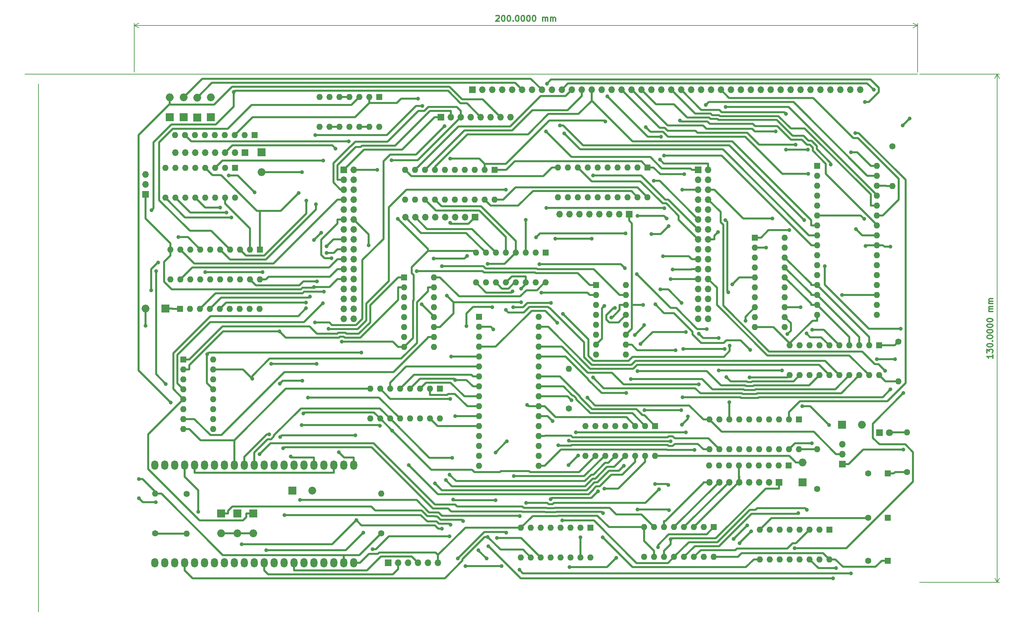
<source format=gbr>
%TF.GenerationSoftware,KiCad,Pcbnew,7.0.2*%
%TF.CreationDate,2023-05-21T12:10:34+01:00*%
%TF.ProjectId,FujiNet_Z80Bus_ReferenceDesign,46756a69-4e65-4745-9f5a-38304275735f,rev?*%
%TF.SameCoordinates,Original*%
%TF.FileFunction,Copper,L1,Top*%
%TF.FilePolarity,Positive*%
%FSLAX46Y46*%
G04 Gerber Fmt 4.6, Leading zero omitted, Abs format (unit mm)*
G04 Created by KiCad (PCBNEW 7.0.2) date 2023-05-21 12:10:34*
%MOMM*%
%LPD*%
G01*
G04 APERTURE LIST*
%TA.AperFunction,NonConductor*%
%ADD10C,0.200000*%
%TD*%
%ADD11C,0.300000*%
%TA.AperFunction,NonConductor*%
%ADD12C,0.300000*%
%TD*%
%TA.AperFunction,ComponentPad*%
%ADD13R,2.000000X2.000000*%
%TD*%
%TA.AperFunction,ComponentPad*%
%ADD14O,2.000000X2.000000*%
%TD*%
%TA.AperFunction,ComponentPad*%
%ADD15R,1.700000X1.700000*%
%TD*%
%TA.AperFunction,ComponentPad*%
%ADD16O,1.700000X1.700000*%
%TD*%
%TA.AperFunction,ComponentPad*%
%ADD17R,1.600000X1.600000*%
%TD*%
%TA.AperFunction,ComponentPad*%
%ADD18O,1.600000X1.600000*%
%TD*%
%TA.AperFunction,ComponentPad*%
%ADD19C,1.600000*%
%TD*%
%TA.AperFunction,ComponentPad*%
%ADD20R,1.800000X1.800000*%
%TD*%
%TA.AperFunction,ComponentPad*%
%ADD21C,1.800000*%
%TD*%
%TA.AperFunction,ComponentPad*%
%ADD22O,1.800000X2.400000*%
%TD*%
%TA.AperFunction,ViaPad*%
%ADD23C,1.000000*%
%TD*%
%TA.AperFunction,Conductor*%
%ADD24C,0.500000*%
%TD*%
G04 APERTURE END LIST*
D10*
X264000000Y-30000000D02*
X36000000Y-30000000D01*
X39500000Y-32500000D02*
X39500000Y-167500000D01*
D11*
D12*
X283213928Y-101785712D02*
X283213928Y-102642855D01*
X283213928Y-102214284D02*
X281713928Y-102214284D01*
X281713928Y-102214284D02*
X281928214Y-102357141D01*
X281928214Y-102357141D02*
X282071071Y-102499998D01*
X282071071Y-102499998D02*
X282142500Y-102642855D01*
X281713928Y-101285713D02*
X281713928Y-100357141D01*
X281713928Y-100357141D02*
X282285357Y-100857141D01*
X282285357Y-100857141D02*
X282285357Y-100642856D01*
X282285357Y-100642856D02*
X282356785Y-100499999D01*
X282356785Y-100499999D02*
X282428214Y-100428570D01*
X282428214Y-100428570D02*
X282571071Y-100357141D01*
X282571071Y-100357141D02*
X282928214Y-100357141D01*
X282928214Y-100357141D02*
X283071071Y-100428570D01*
X283071071Y-100428570D02*
X283142500Y-100499999D01*
X283142500Y-100499999D02*
X283213928Y-100642856D01*
X283213928Y-100642856D02*
X283213928Y-101071427D01*
X283213928Y-101071427D02*
X283142500Y-101214284D01*
X283142500Y-101214284D02*
X283071071Y-101285713D01*
X281713928Y-99428570D02*
X281713928Y-99285713D01*
X281713928Y-99285713D02*
X281785357Y-99142856D01*
X281785357Y-99142856D02*
X281856785Y-99071428D01*
X281856785Y-99071428D02*
X281999642Y-98999999D01*
X281999642Y-98999999D02*
X282285357Y-98928570D01*
X282285357Y-98928570D02*
X282642500Y-98928570D01*
X282642500Y-98928570D02*
X282928214Y-98999999D01*
X282928214Y-98999999D02*
X283071071Y-99071428D01*
X283071071Y-99071428D02*
X283142500Y-99142856D01*
X283142500Y-99142856D02*
X283213928Y-99285713D01*
X283213928Y-99285713D02*
X283213928Y-99428570D01*
X283213928Y-99428570D02*
X283142500Y-99571428D01*
X283142500Y-99571428D02*
X283071071Y-99642856D01*
X283071071Y-99642856D02*
X282928214Y-99714285D01*
X282928214Y-99714285D02*
X282642500Y-99785713D01*
X282642500Y-99785713D02*
X282285357Y-99785713D01*
X282285357Y-99785713D02*
X281999642Y-99714285D01*
X281999642Y-99714285D02*
X281856785Y-99642856D01*
X281856785Y-99642856D02*
X281785357Y-99571428D01*
X281785357Y-99571428D02*
X281713928Y-99428570D01*
X283071071Y-98285714D02*
X283142500Y-98214285D01*
X283142500Y-98214285D02*
X283213928Y-98285714D01*
X283213928Y-98285714D02*
X283142500Y-98357142D01*
X283142500Y-98357142D02*
X283071071Y-98285714D01*
X283071071Y-98285714D02*
X283213928Y-98285714D01*
X281713928Y-97285713D02*
X281713928Y-97142856D01*
X281713928Y-97142856D02*
X281785357Y-96999999D01*
X281785357Y-96999999D02*
X281856785Y-96928571D01*
X281856785Y-96928571D02*
X281999642Y-96857142D01*
X281999642Y-96857142D02*
X282285357Y-96785713D01*
X282285357Y-96785713D02*
X282642500Y-96785713D01*
X282642500Y-96785713D02*
X282928214Y-96857142D01*
X282928214Y-96857142D02*
X283071071Y-96928571D01*
X283071071Y-96928571D02*
X283142500Y-96999999D01*
X283142500Y-96999999D02*
X283213928Y-97142856D01*
X283213928Y-97142856D02*
X283213928Y-97285713D01*
X283213928Y-97285713D02*
X283142500Y-97428571D01*
X283142500Y-97428571D02*
X283071071Y-97499999D01*
X283071071Y-97499999D02*
X282928214Y-97571428D01*
X282928214Y-97571428D02*
X282642500Y-97642856D01*
X282642500Y-97642856D02*
X282285357Y-97642856D01*
X282285357Y-97642856D02*
X281999642Y-97571428D01*
X281999642Y-97571428D02*
X281856785Y-97499999D01*
X281856785Y-97499999D02*
X281785357Y-97428571D01*
X281785357Y-97428571D02*
X281713928Y-97285713D01*
X281713928Y-95857142D02*
X281713928Y-95714285D01*
X281713928Y-95714285D02*
X281785357Y-95571428D01*
X281785357Y-95571428D02*
X281856785Y-95500000D01*
X281856785Y-95500000D02*
X281999642Y-95428571D01*
X281999642Y-95428571D02*
X282285357Y-95357142D01*
X282285357Y-95357142D02*
X282642500Y-95357142D01*
X282642500Y-95357142D02*
X282928214Y-95428571D01*
X282928214Y-95428571D02*
X283071071Y-95500000D01*
X283071071Y-95500000D02*
X283142500Y-95571428D01*
X283142500Y-95571428D02*
X283213928Y-95714285D01*
X283213928Y-95714285D02*
X283213928Y-95857142D01*
X283213928Y-95857142D02*
X283142500Y-96000000D01*
X283142500Y-96000000D02*
X283071071Y-96071428D01*
X283071071Y-96071428D02*
X282928214Y-96142857D01*
X282928214Y-96142857D02*
X282642500Y-96214285D01*
X282642500Y-96214285D02*
X282285357Y-96214285D01*
X282285357Y-96214285D02*
X281999642Y-96142857D01*
X281999642Y-96142857D02*
X281856785Y-96071428D01*
X281856785Y-96071428D02*
X281785357Y-96000000D01*
X281785357Y-96000000D02*
X281713928Y-95857142D01*
X281713928Y-94428571D02*
X281713928Y-94285714D01*
X281713928Y-94285714D02*
X281785357Y-94142857D01*
X281785357Y-94142857D02*
X281856785Y-94071429D01*
X281856785Y-94071429D02*
X281999642Y-94000000D01*
X281999642Y-94000000D02*
X282285357Y-93928571D01*
X282285357Y-93928571D02*
X282642500Y-93928571D01*
X282642500Y-93928571D02*
X282928214Y-94000000D01*
X282928214Y-94000000D02*
X283071071Y-94071429D01*
X283071071Y-94071429D02*
X283142500Y-94142857D01*
X283142500Y-94142857D02*
X283213928Y-94285714D01*
X283213928Y-94285714D02*
X283213928Y-94428571D01*
X283213928Y-94428571D02*
X283142500Y-94571429D01*
X283142500Y-94571429D02*
X283071071Y-94642857D01*
X283071071Y-94642857D02*
X282928214Y-94714286D01*
X282928214Y-94714286D02*
X282642500Y-94785714D01*
X282642500Y-94785714D02*
X282285357Y-94785714D01*
X282285357Y-94785714D02*
X281999642Y-94714286D01*
X281999642Y-94714286D02*
X281856785Y-94642857D01*
X281856785Y-94642857D02*
X281785357Y-94571429D01*
X281785357Y-94571429D02*
X281713928Y-94428571D01*
X281713928Y-93000000D02*
X281713928Y-92857143D01*
X281713928Y-92857143D02*
X281785357Y-92714286D01*
X281785357Y-92714286D02*
X281856785Y-92642858D01*
X281856785Y-92642858D02*
X281999642Y-92571429D01*
X281999642Y-92571429D02*
X282285357Y-92500000D01*
X282285357Y-92500000D02*
X282642500Y-92500000D01*
X282642500Y-92500000D02*
X282928214Y-92571429D01*
X282928214Y-92571429D02*
X283071071Y-92642858D01*
X283071071Y-92642858D02*
X283142500Y-92714286D01*
X283142500Y-92714286D02*
X283213928Y-92857143D01*
X283213928Y-92857143D02*
X283213928Y-93000000D01*
X283213928Y-93000000D02*
X283142500Y-93142858D01*
X283142500Y-93142858D02*
X283071071Y-93214286D01*
X283071071Y-93214286D02*
X282928214Y-93285715D01*
X282928214Y-93285715D02*
X282642500Y-93357143D01*
X282642500Y-93357143D02*
X282285357Y-93357143D01*
X282285357Y-93357143D02*
X281999642Y-93285715D01*
X281999642Y-93285715D02*
X281856785Y-93214286D01*
X281856785Y-93214286D02*
X281785357Y-93142858D01*
X281785357Y-93142858D02*
X281713928Y-93000000D01*
X283213928Y-90714287D02*
X282213928Y-90714287D01*
X282356785Y-90714287D02*
X282285357Y-90642858D01*
X282285357Y-90642858D02*
X282213928Y-90500001D01*
X282213928Y-90500001D02*
X282213928Y-90285715D01*
X282213928Y-90285715D02*
X282285357Y-90142858D01*
X282285357Y-90142858D02*
X282428214Y-90071430D01*
X282428214Y-90071430D02*
X283213928Y-90071430D01*
X282428214Y-90071430D02*
X282285357Y-90000001D01*
X282285357Y-90000001D02*
X282213928Y-89857144D01*
X282213928Y-89857144D02*
X282213928Y-89642858D01*
X282213928Y-89642858D02*
X282285357Y-89500001D01*
X282285357Y-89500001D02*
X282428214Y-89428572D01*
X282428214Y-89428572D02*
X283213928Y-89428572D01*
X283213928Y-88714287D02*
X282213928Y-88714287D01*
X282356785Y-88714287D02*
X282285357Y-88642858D01*
X282285357Y-88642858D02*
X282213928Y-88500001D01*
X282213928Y-88500001D02*
X282213928Y-88285715D01*
X282213928Y-88285715D02*
X282285357Y-88142858D01*
X282285357Y-88142858D02*
X282428214Y-88071430D01*
X282428214Y-88071430D02*
X283213928Y-88071430D01*
X282428214Y-88071430D02*
X282285357Y-88000001D01*
X282285357Y-88000001D02*
X282213928Y-87857144D01*
X282213928Y-87857144D02*
X282213928Y-87642858D01*
X282213928Y-87642858D02*
X282285357Y-87500001D01*
X282285357Y-87500001D02*
X282428214Y-87428572D01*
X282428214Y-87428572D02*
X283213928Y-87428572D01*
D10*
X264500000Y-30000000D02*
X284906420Y-30000000D01*
X264500000Y-160000000D02*
X284906420Y-160000000D01*
X284320000Y-30000000D02*
X284320000Y-160000000D01*
X284320000Y-30000000D02*
X284320000Y-160000000D01*
X284320000Y-30000000D02*
X284906421Y-31126504D01*
X284320000Y-30000000D02*
X283733579Y-31126504D01*
X284320000Y-160000000D02*
X283733579Y-158873496D01*
X284320000Y-160000000D02*
X284906421Y-158873496D01*
D11*
D12*
X156357144Y-15141585D02*
X156428572Y-15070157D01*
X156428572Y-15070157D02*
X156571430Y-14998728D01*
X156571430Y-14998728D02*
X156928572Y-14998728D01*
X156928572Y-14998728D02*
X157071430Y-15070157D01*
X157071430Y-15070157D02*
X157142858Y-15141585D01*
X157142858Y-15141585D02*
X157214287Y-15284442D01*
X157214287Y-15284442D02*
X157214287Y-15427300D01*
X157214287Y-15427300D02*
X157142858Y-15641585D01*
X157142858Y-15641585D02*
X156285715Y-16498728D01*
X156285715Y-16498728D02*
X157214287Y-16498728D01*
X158142858Y-14998728D02*
X158285715Y-14998728D01*
X158285715Y-14998728D02*
X158428572Y-15070157D01*
X158428572Y-15070157D02*
X158500001Y-15141585D01*
X158500001Y-15141585D02*
X158571429Y-15284442D01*
X158571429Y-15284442D02*
X158642858Y-15570157D01*
X158642858Y-15570157D02*
X158642858Y-15927300D01*
X158642858Y-15927300D02*
X158571429Y-16213014D01*
X158571429Y-16213014D02*
X158500001Y-16355871D01*
X158500001Y-16355871D02*
X158428572Y-16427300D01*
X158428572Y-16427300D02*
X158285715Y-16498728D01*
X158285715Y-16498728D02*
X158142858Y-16498728D01*
X158142858Y-16498728D02*
X158000001Y-16427300D01*
X158000001Y-16427300D02*
X157928572Y-16355871D01*
X157928572Y-16355871D02*
X157857143Y-16213014D01*
X157857143Y-16213014D02*
X157785715Y-15927300D01*
X157785715Y-15927300D02*
X157785715Y-15570157D01*
X157785715Y-15570157D02*
X157857143Y-15284442D01*
X157857143Y-15284442D02*
X157928572Y-15141585D01*
X157928572Y-15141585D02*
X158000001Y-15070157D01*
X158000001Y-15070157D02*
X158142858Y-14998728D01*
X159571429Y-14998728D02*
X159714286Y-14998728D01*
X159714286Y-14998728D02*
X159857143Y-15070157D01*
X159857143Y-15070157D02*
X159928572Y-15141585D01*
X159928572Y-15141585D02*
X160000000Y-15284442D01*
X160000000Y-15284442D02*
X160071429Y-15570157D01*
X160071429Y-15570157D02*
X160071429Y-15927300D01*
X160071429Y-15927300D02*
X160000000Y-16213014D01*
X160000000Y-16213014D02*
X159928572Y-16355871D01*
X159928572Y-16355871D02*
X159857143Y-16427300D01*
X159857143Y-16427300D02*
X159714286Y-16498728D01*
X159714286Y-16498728D02*
X159571429Y-16498728D01*
X159571429Y-16498728D02*
X159428572Y-16427300D01*
X159428572Y-16427300D02*
X159357143Y-16355871D01*
X159357143Y-16355871D02*
X159285714Y-16213014D01*
X159285714Y-16213014D02*
X159214286Y-15927300D01*
X159214286Y-15927300D02*
X159214286Y-15570157D01*
X159214286Y-15570157D02*
X159285714Y-15284442D01*
X159285714Y-15284442D02*
X159357143Y-15141585D01*
X159357143Y-15141585D02*
X159428572Y-15070157D01*
X159428572Y-15070157D02*
X159571429Y-14998728D01*
X160714285Y-16355871D02*
X160785714Y-16427300D01*
X160785714Y-16427300D02*
X160714285Y-16498728D01*
X160714285Y-16498728D02*
X160642857Y-16427300D01*
X160642857Y-16427300D02*
X160714285Y-16355871D01*
X160714285Y-16355871D02*
X160714285Y-16498728D01*
X161714286Y-14998728D02*
X161857143Y-14998728D01*
X161857143Y-14998728D02*
X162000000Y-15070157D01*
X162000000Y-15070157D02*
X162071429Y-15141585D01*
X162071429Y-15141585D02*
X162142857Y-15284442D01*
X162142857Y-15284442D02*
X162214286Y-15570157D01*
X162214286Y-15570157D02*
X162214286Y-15927300D01*
X162214286Y-15927300D02*
X162142857Y-16213014D01*
X162142857Y-16213014D02*
X162071429Y-16355871D01*
X162071429Y-16355871D02*
X162000000Y-16427300D01*
X162000000Y-16427300D02*
X161857143Y-16498728D01*
X161857143Y-16498728D02*
X161714286Y-16498728D01*
X161714286Y-16498728D02*
X161571429Y-16427300D01*
X161571429Y-16427300D02*
X161500000Y-16355871D01*
X161500000Y-16355871D02*
X161428571Y-16213014D01*
X161428571Y-16213014D02*
X161357143Y-15927300D01*
X161357143Y-15927300D02*
X161357143Y-15570157D01*
X161357143Y-15570157D02*
X161428571Y-15284442D01*
X161428571Y-15284442D02*
X161500000Y-15141585D01*
X161500000Y-15141585D02*
X161571429Y-15070157D01*
X161571429Y-15070157D02*
X161714286Y-14998728D01*
X163142857Y-14998728D02*
X163285714Y-14998728D01*
X163285714Y-14998728D02*
X163428571Y-15070157D01*
X163428571Y-15070157D02*
X163500000Y-15141585D01*
X163500000Y-15141585D02*
X163571428Y-15284442D01*
X163571428Y-15284442D02*
X163642857Y-15570157D01*
X163642857Y-15570157D02*
X163642857Y-15927300D01*
X163642857Y-15927300D02*
X163571428Y-16213014D01*
X163571428Y-16213014D02*
X163500000Y-16355871D01*
X163500000Y-16355871D02*
X163428571Y-16427300D01*
X163428571Y-16427300D02*
X163285714Y-16498728D01*
X163285714Y-16498728D02*
X163142857Y-16498728D01*
X163142857Y-16498728D02*
X163000000Y-16427300D01*
X163000000Y-16427300D02*
X162928571Y-16355871D01*
X162928571Y-16355871D02*
X162857142Y-16213014D01*
X162857142Y-16213014D02*
X162785714Y-15927300D01*
X162785714Y-15927300D02*
X162785714Y-15570157D01*
X162785714Y-15570157D02*
X162857142Y-15284442D01*
X162857142Y-15284442D02*
X162928571Y-15141585D01*
X162928571Y-15141585D02*
X163000000Y-15070157D01*
X163000000Y-15070157D02*
X163142857Y-14998728D01*
X164571428Y-14998728D02*
X164714285Y-14998728D01*
X164714285Y-14998728D02*
X164857142Y-15070157D01*
X164857142Y-15070157D02*
X164928571Y-15141585D01*
X164928571Y-15141585D02*
X164999999Y-15284442D01*
X164999999Y-15284442D02*
X165071428Y-15570157D01*
X165071428Y-15570157D02*
X165071428Y-15927300D01*
X165071428Y-15927300D02*
X164999999Y-16213014D01*
X164999999Y-16213014D02*
X164928571Y-16355871D01*
X164928571Y-16355871D02*
X164857142Y-16427300D01*
X164857142Y-16427300D02*
X164714285Y-16498728D01*
X164714285Y-16498728D02*
X164571428Y-16498728D01*
X164571428Y-16498728D02*
X164428571Y-16427300D01*
X164428571Y-16427300D02*
X164357142Y-16355871D01*
X164357142Y-16355871D02*
X164285713Y-16213014D01*
X164285713Y-16213014D02*
X164214285Y-15927300D01*
X164214285Y-15927300D02*
X164214285Y-15570157D01*
X164214285Y-15570157D02*
X164285713Y-15284442D01*
X164285713Y-15284442D02*
X164357142Y-15141585D01*
X164357142Y-15141585D02*
X164428571Y-15070157D01*
X164428571Y-15070157D02*
X164571428Y-14998728D01*
X165999999Y-14998728D02*
X166142856Y-14998728D01*
X166142856Y-14998728D02*
X166285713Y-15070157D01*
X166285713Y-15070157D02*
X166357142Y-15141585D01*
X166357142Y-15141585D02*
X166428570Y-15284442D01*
X166428570Y-15284442D02*
X166499999Y-15570157D01*
X166499999Y-15570157D02*
X166499999Y-15927300D01*
X166499999Y-15927300D02*
X166428570Y-16213014D01*
X166428570Y-16213014D02*
X166357142Y-16355871D01*
X166357142Y-16355871D02*
X166285713Y-16427300D01*
X166285713Y-16427300D02*
X166142856Y-16498728D01*
X166142856Y-16498728D02*
X165999999Y-16498728D01*
X165999999Y-16498728D02*
X165857142Y-16427300D01*
X165857142Y-16427300D02*
X165785713Y-16355871D01*
X165785713Y-16355871D02*
X165714284Y-16213014D01*
X165714284Y-16213014D02*
X165642856Y-15927300D01*
X165642856Y-15927300D02*
X165642856Y-15570157D01*
X165642856Y-15570157D02*
X165714284Y-15284442D01*
X165714284Y-15284442D02*
X165785713Y-15141585D01*
X165785713Y-15141585D02*
X165857142Y-15070157D01*
X165857142Y-15070157D02*
X165999999Y-14998728D01*
X168285712Y-16498728D02*
X168285712Y-15498728D01*
X168285712Y-15641585D02*
X168357141Y-15570157D01*
X168357141Y-15570157D02*
X168499998Y-15498728D01*
X168499998Y-15498728D02*
X168714284Y-15498728D01*
X168714284Y-15498728D02*
X168857141Y-15570157D01*
X168857141Y-15570157D02*
X168928570Y-15713014D01*
X168928570Y-15713014D02*
X168928570Y-16498728D01*
X168928570Y-15713014D02*
X168999998Y-15570157D01*
X168999998Y-15570157D02*
X169142855Y-15498728D01*
X169142855Y-15498728D02*
X169357141Y-15498728D01*
X169357141Y-15498728D02*
X169499998Y-15570157D01*
X169499998Y-15570157D02*
X169571427Y-15713014D01*
X169571427Y-15713014D02*
X169571427Y-16498728D01*
X170285712Y-16498728D02*
X170285712Y-15498728D01*
X170285712Y-15641585D02*
X170357141Y-15570157D01*
X170357141Y-15570157D02*
X170499998Y-15498728D01*
X170499998Y-15498728D02*
X170714284Y-15498728D01*
X170714284Y-15498728D02*
X170857141Y-15570157D01*
X170857141Y-15570157D02*
X170928570Y-15713014D01*
X170928570Y-15713014D02*
X170928570Y-16498728D01*
X170928570Y-15713014D02*
X170999998Y-15570157D01*
X170999998Y-15570157D02*
X171142855Y-15498728D01*
X171142855Y-15498728D02*
X171357141Y-15498728D01*
X171357141Y-15498728D02*
X171499998Y-15570157D01*
X171499998Y-15570157D02*
X171571427Y-15713014D01*
X171571427Y-15713014D02*
X171571427Y-16498728D01*
D10*
X264000000Y-29500000D02*
X264000000Y-17018380D01*
X64000000Y-29500000D02*
X64000000Y-17018380D01*
X264000000Y-17604800D02*
X64000000Y-17604800D01*
X264000000Y-17604800D02*
X64000000Y-17604800D01*
X264000000Y-17604800D02*
X262873496Y-18191221D01*
X264000000Y-17604800D02*
X262873496Y-17018379D01*
X64000000Y-17604800D02*
X65126504Y-17018379D01*
X64000000Y-17604800D02*
X65126504Y-18191221D01*
D13*
%TO.P,D11,1,K*%
%TO.N,Net-(D11-K)*%
X234640000Y-134460000D03*
D14*
%TO.P,D11,2,A*%
%TO.N,+5V*%
X234640000Y-129380000D03*
%TD*%
D15*
%TO.P,DIAG-ESP_CONTROL1,1,Pin_1*%
%TO.N,/ESP_CONTROL.RD*%
X92200000Y-50120000D03*
D16*
%TO.P,DIAG-ESP_CONTROL1,2,Pin_2*%
%TO.N,/ESP_CONTROL.WR*%
X89660000Y-50120000D03*
%TO.P,DIAG-ESP_CONTROL1,3,Pin_3*%
%TO.N,/ESP_CONTROL.IORQ*%
X87120000Y-50120000D03*
%TO.P,DIAG-ESP_CONTROL1,4,Pin_4*%
%TO.N,/ESP_CONTROL.MEMRQ*%
X84580000Y-50120000D03*
%TO.P,DIAG-ESP_CONTROL1,5,Pin_5*%
%TO.N,/ESP_CONTROL.BUSRQ*%
X82040000Y-50120000D03*
%TO.P,DIAG-ESP_CONTROL1,6,Pin_6*%
%TO.N,/ESP_CONTROL.WAIT*%
X79500000Y-50120000D03*
%TO.P,DIAG-ESP_CONTROL1,7,Pin_7*%
%TO.N,/ESP_CONTROL.ROMCS*%
X76960000Y-50120000D03*
%TO.P,DIAG-ESP_CONTROL1,8,Pin_8*%
%TO.N,/ESP_CONTROL.NMI*%
X74420000Y-50120000D03*
%TD*%
D15*
%TO.P,J12,1,Pin_1*%
%TO.N,/Z80_CONTROL.RD*%
X117460000Y-54460000D03*
D16*
%TO.P,J12,2,Pin_2*%
%TO.N,/ESP_CONTROL.WR*%
X120000000Y-54460000D03*
%TO.P,J12,3,Pin_3*%
%TO.N,/Z80_CONTROL.WR*%
X117460000Y-57000000D03*
%TO.P,J12,4,Pin_4*%
%TO.N,/ESP_CONTROL.IORQ*%
X120000000Y-57000000D03*
%TO.P,J12,5,Pin_5*%
%TO.N,/Z80_CONTROL.IORQ*%
X117460000Y-59540000D03*
%TO.P,J12,6,Pin_6*%
%TO.N,/ESP_CONTROL.MEMRQ*%
X120000000Y-59540000D03*
%TO.P,J12,7,Pin_7*%
%TO.N,/Z80_CONTROL.MEMRQ*%
X117460000Y-62080000D03*
%TO.P,J12,8,Pin_8*%
%TO.N,/ESP_CONTROL.BUSRQ*%
X120000000Y-62080000D03*
%TO.P,J12,9,Pin_9*%
%TO.N,/Z80_CONTROL.BUSRQ*%
X117460000Y-64620000D03*
%TO.P,J12,10,Pin_10*%
%TO.N,/ESP_CONTROL.ROMCS*%
X120000000Y-64620000D03*
%TO.P,J12,11,Pin_11*%
%TO.N,/Z80_CONTROL.WAIT*%
X117460000Y-67160000D03*
%TO.P,J12,12,Pin_12*%
%TO.N,/ESP_ROM_WR_PROTECT*%
X120000000Y-67160000D03*
%TO.P,J12,13,Pin_13*%
%TO.N,/LOCAL_CONTROL.RD*%
X117460000Y-69700000D03*
%TO.P,J12,14,Pin_14*%
%TO.N,/ESP_ROMSEL_0*%
X120000000Y-69700000D03*
%TO.P,J12,15,Pin_15*%
%TO.N,/LOCAL_CONTROL.WR*%
X117460000Y-72240000D03*
%TO.P,J12,16,Pin_16*%
%TO.N,/ESP_ROMSEL_1*%
X120000000Y-72240000D03*
%TO.P,J12,17,Pin_17*%
%TO.N,/LOCAL_CONTROL.IORQ*%
X117460000Y-74780000D03*
%TO.P,J12,18,Pin_18*%
%TO.N,/ESP_HARDLOCK*%
X120000000Y-74780000D03*
%TO.P,J12,19,Pin_19*%
%TO.N,/LOCAL_CONTROL.MEMRQ*%
X117460000Y-77320000D03*
%TO.P,J12,20,Pin_20*%
%TO.N,/!ESP_HARDLOCK*%
X120000000Y-77320000D03*
%TO.P,J12,21,Pin_21*%
%TO.N,+5V*%
X117460000Y-79860000D03*
%TO.P,J12,22,Pin_22*%
%TO.N,unconnected-(J12-Pin_22-Pad22)*%
X120000000Y-79860000D03*
%TO.P,J12,23,Pin_23*%
%TO.N,GND*%
X117460000Y-82400000D03*
%TO.P,J12,24,Pin_24*%
%TO.N,unconnected-(J12-Pin_24-Pad24)*%
X120000000Y-82400000D03*
%TO.P,J12,25*%
%TO.N,N/C*%
X117460000Y-84940000D03*
%TO.P,J12,26*%
X120000000Y-84940000D03*
%TO.P,J12,27*%
X117460000Y-87480000D03*
%TO.P,J12,28*%
X120000000Y-87480000D03*
%TO.P,J12,29*%
X117460000Y-90020000D03*
%TO.P,J12,30*%
X120000000Y-90020000D03*
%TO.P,J12,31*%
X117460000Y-92560000D03*
%TO.P,J12,32*%
X120000000Y-92560000D03*
%TD*%
D15*
%TO.P,DIAG-LOCAL_DATA1,1,Pin_1*%
%TO.N,/LOCAL_D0*%
X228680000Y-134420000D03*
D16*
%TO.P,DIAG-LOCAL_DATA1,2,Pin_2*%
%TO.N,/LOCAL_D1*%
X226140000Y-134420000D03*
%TO.P,DIAG-LOCAL_DATA1,3,Pin_3*%
%TO.N,/LOCAL_D2*%
X223600000Y-134420000D03*
%TO.P,DIAG-LOCAL_DATA1,4,Pin_4*%
%TO.N,/LOCAL_D3*%
X221060000Y-134420000D03*
%TO.P,DIAG-LOCAL_DATA1,5,Pin_5*%
%TO.N,/LOCAL_D4*%
X218520000Y-134420000D03*
%TO.P,DIAG-LOCAL_DATA1,6,Pin_6*%
%TO.N,/LOCAL_D5*%
X215980000Y-134420000D03*
%TO.P,DIAG-LOCAL_DATA1,7,Pin_7*%
%TO.N,/LOCAL_D6*%
X213440000Y-134420000D03*
%TO.P,DIAG-LOCAL_DATA1,8,Pin_8*%
%TO.N,/LOCAL_D7*%
X210900000Y-134420000D03*
%TD*%
D17*
%TO.P,Z80_ADDRHIGH1,1,A->B*%
%TO.N,/Z80_BUS_CONTROL.Z80_ADD_DIR*%
X195040000Y-53880000D03*
D18*
%TO.P,Z80_ADDRHIGH1,2,A0*%
%TO.N,/Z80_A8*%
X192500000Y-53880000D03*
%TO.P,Z80_ADDRHIGH1,3,A1*%
%TO.N,/Z80_A9*%
X189960000Y-53880000D03*
%TO.P,Z80_ADDRHIGH1,4,A2*%
%TO.N,/Z80_A10*%
X187420000Y-53880000D03*
%TO.P,Z80_ADDRHIGH1,5,A3*%
%TO.N,/Z80_A11*%
X184880000Y-53880000D03*
%TO.P,Z80_ADDRHIGH1,6,A4*%
%TO.N,/Z80_A12*%
X182340000Y-53880000D03*
%TO.P,Z80_ADDRHIGH1,7,A5*%
%TO.N,/Z80_A13*%
X179800000Y-53880000D03*
%TO.P,Z80_ADDRHIGH1,8,A6*%
%TO.N,/Z80_A14*%
X177260000Y-53880000D03*
%TO.P,Z80_ADDRHIGH1,9,A7*%
%TO.N,/Z80_A15*%
X174720000Y-53880000D03*
%TO.P,Z80_ADDRHIGH1,10,GND*%
%TO.N,GND*%
X172180000Y-53880000D03*
%TO.P,Z80_ADDRHIGH1,11,B7*%
%TO.N,/LOCAL_A15*%
X172180000Y-61500000D03*
%TO.P,Z80_ADDRHIGH1,12,B6*%
%TO.N,/LOCAL_A14*%
X174720000Y-61500000D03*
%TO.P,Z80_ADDRHIGH1,13,B5*%
%TO.N,/LOCAL_A13*%
X177260000Y-61500000D03*
%TO.P,Z80_ADDRHIGH1,14,B4*%
%TO.N,/LOCAL_A12*%
X179800000Y-61500000D03*
%TO.P,Z80_ADDRHIGH1,15,B3*%
%TO.N,/LOCAL_A11*%
X182340000Y-61500000D03*
%TO.P,Z80_ADDRHIGH1,16,B2*%
%TO.N,/LOCAL_A10*%
X184880000Y-61500000D03*
%TO.P,Z80_ADDRHIGH1,17,B1*%
%TO.N,/LOCAL_A9*%
X187420000Y-61500000D03*
%TO.P,Z80_ADDRHIGH1,18,B0*%
%TO.N,/LOCAL_A8*%
X189960000Y-61500000D03*
%TO.P,Z80_ADDRHIGH1,19,CE*%
%TO.N,/Z80_BUS_CONTROL.Z80_ADD_OE*%
X192500000Y-61500000D03*
%TO.P,Z80_ADDRHIGH1,20,VCC*%
%TO.N,+5V*%
X195040000Y-61500000D03*
%TD*%
D19*
%TO.P,R5,1*%
%TO.N,+5V*%
X257615000Y-48450000D03*
D18*
%TO.P,R5,2*%
%TO.N,/RIO-128K_ZXspectrum/RIO_CE2*%
X257615000Y-58610000D03*
%TD*%
D17*
%TO.P,C1,1*%
%TO.N,+5V*%
X256402700Y-132097300D03*
D19*
%TO.P,C1,2*%
%TO.N,GND*%
X251402700Y-132097300D03*
%TD*%
D17*
%TO.P,C3,1*%
%TO.N,+5V*%
X256402700Y-154500000D03*
D19*
%TO.P,C3,2*%
%TO.N,GND*%
X251402700Y-154500000D03*
%TD*%
D17*
%TO.P,SPI-Z80_CONTROL.IN1,1,~{PL}*%
%TO.N,/CORE_ESP32-WROVER/ESP_SPI_INT.PL*%
X76500000Y-103000000D03*
D18*
%TO.P,SPI-Z80_CONTROL.IN1,2,CP*%
%TO.N,/CORE_ESP32-WROVER/ESP_SPI_INT.SCK*%
X76500000Y-105540000D03*
%TO.P,SPI-Z80_CONTROL.IN1,3,D4*%
%TO.N,/Z80_CONTROL.BUSRQ*%
X76500000Y-108080000D03*
%TO.P,SPI-Z80_CONTROL.IN1,4,D5*%
%TO.N,/Z80_CONTROL.WAIT*%
X76500000Y-110620000D03*
%TO.P,SPI-Z80_CONTROL.IN1,5,D6*%
%TO.N,/Z80_CONTROL.BUSACK*%
X76500000Y-113160000D03*
%TO.P,SPI-Z80_CONTROL.IN1,6,D7*%
%TO.N,/Z80_CONTROL.NMI*%
X76500000Y-115700000D03*
%TO.P,SPI-Z80_CONTROL.IN1,7,~{Q7}*%
%TO.N,Net-(SPI-LOCAL_ADDR_L.IN1-DS)*%
X76500000Y-118240000D03*
%TO.P,SPI-Z80_CONTROL.IN1,8,GND*%
%TO.N,GND*%
X76500000Y-120780000D03*
%TO.P,SPI-Z80_CONTROL.IN1,9,Q7*%
%TO.N,unconnected-(SPI-Z80_CONTROL.IN1-Q7-Pad9)*%
X84120000Y-120780000D03*
%TO.P,SPI-Z80_CONTROL.IN1,10,DS*%
%TO.N,Net-(SPI-LOCAL_DATA.IN1-~{Q7})*%
X84120000Y-118240000D03*
%TO.P,SPI-Z80_CONTROL.IN1,11,D0*%
%TO.N,/Z80_CONTROL.RD*%
X84120000Y-115700000D03*
%TO.P,SPI-Z80_CONTROL.IN1,12,D1*%
%TO.N,/Z80_CONTROL.WR*%
X84120000Y-113160000D03*
%TO.P,SPI-Z80_CONTROL.IN1,13,D2*%
%TO.N,/Z80_CONTROL.IORQ*%
X84120000Y-110620000D03*
%TO.P,SPI-Z80_CONTROL.IN1,14,D3*%
%TO.N,/Z80_CONTROL.MEMRQ*%
X84120000Y-108080000D03*
%TO.P,SPI-Z80_CONTROL.IN1,15,~{CE}*%
%TO.N,/CORE_ESP32-WROVER/ESP_SPI_INT.CE*%
X84120000Y-105540000D03*
%TO.P,SPI-Z80_CONTROL.IN1,16,VCC*%
%TO.N,+5V*%
X84120000Y-103000000D03*
%TD*%
D15*
%TO.P,EX_SPI1,1,Pin_1*%
%TO.N,/CORE_ESP32-WROVER/EX_SS*%
X128840000Y-155000000D03*
D16*
%TO.P,EX_SPI1,2,Pin_2*%
%TO.N,/CORE_ESP32-WROVER/EX_SCK*%
X131380000Y-155000000D03*
%TO.P,EX_SPI1,3,Pin_3*%
%TO.N,/CORE_ESP32-WROVER/EX_MISO*%
X133920000Y-155000000D03*
%TO.P,EX_SPI1,4,Pin_4*%
%TO.N,/CORE_ESP32-WROVER/EX_MOSI*%
X136460000Y-155000000D03*
%TO.P,EX_SPI1,5,Pin_5*%
%TO.N,+5V*%
X139000000Y-155000000D03*
%TO.P,EX_SPI1,6,Pin_6*%
%TO.N,GND*%
X141540000Y-155000000D03*
%TD*%
D15*
%TO.P,DIAG-LOCAL_ADD_LOW1,1,Pin_1*%
%TO.N,/LOCAL_A0*%
X150960000Y-66620000D03*
D16*
%TO.P,DIAG-LOCAL_ADD_LOW1,2,Pin_2*%
%TO.N,/LOCAL_A1*%
X148420000Y-66620000D03*
%TO.P,DIAG-LOCAL_ADD_LOW1,3,Pin_3*%
%TO.N,/LOCAL_A2*%
X145880000Y-66620000D03*
%TO.P,DIAG-LOCAL_ADD_LOW1,4,Pin_4*%
%TO.N,/LOCAL_A3*%
X143340000Y-66620000D03*
%TO.P,DIAG-LOCAL_ADD_LOW1,5,Pin_5*%
%TO.N,/LOCAL_A4*%
X140800000Y-66620000D03*
%TO.P,DIAG-LOCAL_ADD_LOW1,6,Pin_6*%
%TO.N,/LOCAL_A5*%
X138260000Y-66620000D03*
%TO.P,DIAG-LOCAL_ADD_LOW1,7,Pin_7*%
%TO.N,/LOCAL_A6*%
X135720000Y-66620000D03*
%TO.P,DIAG-LOCAL_ADD_LOW1,8,Pin_8*%
%TO.N,/LOCAL_A7*%
X133180000Y-66620000D03*
%TD*%
D15*
%TO.P,JP2,1,Pin_1*%
%TO.N,GND*%
X66800000Y-60800000D03*
D16*
%TO.P,JP2,2,Pin_2*%
%TO.N,/IORQ_FILTER_BIT*%
X66800000Y-58260000D03*
%TO.P,JP2,3,Pin_3*%
%TO.N,/Z80_A0*%
X66800000Y-55720000D03*
%TD*%
D13*
%TO.P,D3,1,K*%
%TO.N,/Z80_CONTROL.WAIT*%
X90330000Y-142420000D03*
D14*
%TO.P,D3,2,A*%
%TO.N,/CORE_ESP32-WROVER/ESP_INT*%
X90330000Y-147500000D03*
%TD*%
D17*
%TO.P,RIO_DECODER1,1,A->B*%
%TO.N,Net-(RIO_DECODER1-A->B)*%
X254235000Y-99410000D03*
D18*
%TO.P,RIO_DECODER1,2,A0*%
%TO.N,/RIO-128K_ZXspectrum/ROM_D0*%
X251695000Y-99410000D03*
%TO.P,RIO_DECODER1,3,A1*%
%TO.N,/RIO-128K_ZXspectrum/ROM_D1*%
X249155000Y-99410000D03*
%TO.P,RIO_DECODER1,4,A2*%
%TO.N,/RIO-128K_ZXspectrum/ROM_D2*%
X246615000Y-99410000D03*
%TO.P,RIO_DECODER1,5,A3*%
%TO.N,/RIO-128K_ZXspectrum/ROM_D3*%
X244075000Y-99410000D03*
%TO.P,RIO_DECODER1,6,A4*%
%TO.N,/RIO-128K_ZXspectrum/ROM_D4*%
X241535000Y-99410000D03*
%TO.P,RIO_DECODER1,7,A5*%
%TO.N,/RIO-128K_ZXspectrum/ROM_D5*%
X238995000Y-99410000D03*
%TO.P,RIO_DECODER1,8,A6*%
%TO.N,/RIO-128K_ZXspectrum/ROM_D6*%
X236455000Y-99410000D03*
%TO.P,RIO_DECODER1,9,A7*%
%TO.N,/RIO-128K_ZXspectrum/ROM_D7*%
X233915000Y-99410000D03*
%TO.P,RIO_DECODER1,10,GND*%
%TO.N,GND*%
X231375000Y-99410000D03*
%TO.P,RIO_DECODER1,11,B7*%
%TO.N,/Z80_HARDLOCK_SET*%
X231375000Y-107030000D03*
%TO.P,RIO_DECODER1,12,B6*%
%TO.N,/Z80_HARDLOCK_RESET*%
X233915000Y-107030000D03*
%TO.P,RIO_DECODER1,13,B5*%
%TO.N,/WAIT_IO*%
X236455000Y-107030000D03*
%TO.P,RIO_DECODER1,14,B4*%
%TO.N,/CACHE_DATASTATUS*%
X238995000Y-107030000D03*
%TO.P,RIO_DECODER1,15,B3*%
%TO.N,/CACHE_SEL_3*%
X241535000Y-107030000D03*
%TO.P,RIO_DECODER1,16,B2*%
%TO.N,/CACHE_SEL_2*%
X244075000Y-107030000D03*
%TO.P,RIO_DECODER1,17,B1*%
%TO.N,/CACHE_SEL_1*%
X246615000Y-107030000D03*
%TO.P,RIO_DECODER1,18,B0*%
%TO.N,/CACHE_SEL_0*%
X249155000Y-107030000D03*
%TO.P,RIO_DECODER1,19,CE*%
%TO.N,/PERM_Z80_IORQ*%
X251695000Y-107030000D03*
%TO.P,RIO_DECODER1,20,VCC*%
%TO.N,+5V*%
X254235000Y-107030000D03*
%TD*%
D17*
%TO.P,RN2,1,common*%
%TO.N,Net-(D11-K)*%
X231065000Y-130120000D03*
D18*
%TO.P,RN2,2,R1*%
%TO.N,/LOCAL_D0*%
X228525000Y-130120000D03*
%TO.P,RN2,3,R2*%
%TO.N,/LOCAL_D1*%
X225985000Y-130120000D03*
%TO.P,RN2,4,R3*%
%TO.N,/LOCAL_D2*%
X223445000Y-130120000D03*
%TO.P,RN2,5,R4*%
%TO.N,/LOCAL_D3*%
X220905000Y-130120000D03*
%TO.P,RN2,6,R5*%
%TO.N,/LOCAL_D4*%
X218365000Y-130120000D03*
%TO.P,RN2,7,R6*%
%TO.N,/LOCAL_D5*%
X215825000Y-130120000D03*
%TO.P,RN2,8,R7*%
%TO.N,/LOCAL_D6*%
X213285000Y-130120000D03*
%TO.P,RN2,9,R8*%
%TO.N,/LOCAL_D7*%
X210745000Y-130120000D03*
%TD*%
D15*
%TO.P,JP1,1,Pin_1*%
%TO.N,/Z80_CONTROL.RESET*%
X244825000Y-129727100D03*
D16*
%TO.P,JP1,2,Pin_2*%
%TO.N,GND*%
X244825000Y-127187100D03*
%TO.P,JP1,3,Pin_3*%
%TO.N,Net-(D_PSUsafety1-K)*%
X244825000Y-124647100D03*
%TD*%
D17*
%TO.P,SPI-LOCAL_DATA.IN1,1,~{PL}*%
%TO.N,/CORE_ESP32-WROVER/ESP_SPI_INT.PL*%
X212000000Y-145880000D03*
D18*
%TO.P,SPI-LOCAL_DATA.IN1,2,CP*%
%TO.N,/CORE_ESP32-WROVER/ESP_SPI_INT.SCK*%
X209460000Y-145880000D03*
%TO.P,SPI-LOCAL_DATA.IN1,3,D4*%
%TO.N,/LOCAL_D4*%
X206920000Y-145880000D03*
%TO.P,SPI-LOCAL_DATA.IN1,4,D5*%
%TO.N,/LOCAL_D5*%
X204380000Y-145880000D03*
%TO.P,SPI-LOCAL_DATA.IN1,5,D6*%
%TO.N,/LOCAL_D6*%
X201840000Y-145880000D03*
%TO.P,SPI-LOCAL_DATA.IN1,6,D7*%
%TO.N,/LOCAL_D7*%
X199300000Y-145880000D03*
%TO.P,SPI-LOCAL_DATA.IN1,7,~{Q7}*%
%TO.N,Net-(SPI-LOCAL_DATA.IN1-~{Q7})*%
X196760000Y-145880000D03*
%TO.P,SPI-LOCAL_DATA.IN1,8,GND*%
%TO.N,GND*%
X194220000Y-145880000D03*
%TO.P,SPI-LOCAL_DATA.IN1,9,Q7*%
%TO.N,unconnected-(SPI-LOCAL_DATA.IN1-Q7-Pad9)*%
X194220000Y-153500000D03*
%TO.P,SPI-LOCAL_DATA.IN1,10,DS*%
%TO.N,GND*%
X196760000Y-153500000D03*
%TO.P,SPI-LOCAL_DATA.IN1,11,D0*%
%TO.N,/LOCAL_D0*%
X199300000Y-153500000D03*
%TO.P,SPI-LOCAL_DATA.IN1,12,D1*%
%TO.N,/LOCAL_D1*%
X201840000Y-153500000D03*
%TO.P,SPI-LOCAL_DATA.IN1,13,D2*%
%TO.N,/LOCAL_D2*%
X204380000Y-153500000D03*
%TO.P,SPI-LOCAL_DATA.IN1,14,D3*%
%TO.N,/LOCAL_D3*%
X206920000Y-153500000D03*
%TO.P,SPI-LOCAL_DATA.IN1,15,~{CE}*%
%TO.N,/CORE_ESP32-WROVER/ESP_SPI_INT.CE*%
X209460000Y-153500000D03*
%TO.P,SPI-LOCAL_DATA.IN1,16,VCC*%
%TO.N,+5V*%
X212000000Y-153500000D03*
%TD*%
D17*
%TO.P,RN1,1,common*%
%TO.N,Net-(D10-K)*%
X75620000Y-90090000D03*
D18*
%TO.P,RN1,2,R1*%
%TO.N,/LOCAL_CONTROL.MEMRQ*%
X78160000Y-90090000D03*
%TO.P,RN1,3,R2*%
%TO.N,/LOCAL_CONTROL.IORQ*%
X80700000Y-90090000D03*
%TO.P,RN1,4,R3*%
%TO.N,/LOCAL_CONTROL.WR*%
X83240000Y-90090000D03*
%TO.P,RN1,5,R4*%
%TO.N,/LOCAL_CONTROL.RD*%
X85780000Y-90090000D03*
%TO.P,RN1,6,R5*%
%TO.N,unconnected-(RN1-R5-Pad6)*%
X88320000Y-90090000D03*
%TO.P,RN1,7,R6*%
%TO.N,unconnected-(RN1-R6-Pad7)*%
X90860000Y-90090000D03*
%TO.P,RN1,8,R7*%
%TO.N,unconnected-(RN1-R7-Pad8)*%
X93400000Y-90090000D03*
%TO.P,RN1,9,R8*%
%TO.N,unconnected-(RN1-R8-Pad9)*%
X95940000Y-90090000D03*
%TD*%
D17*
%TO.P,Z80-LOCAL_DATA1,1,A->B*%
%TO.N,/Z80_BUS_CONTROL.Z80_DATA_DIR*%
X233720000Y-118340000D03*
D18*
%TO.P,Z80-LOCAL_DATA1,2,A0*%
%TO.N,/Z80_D0*%
X231180000Y-118340000D03*
%TO.P,Z80-LOCAL_DATA1,3,A1*%
%TO.N,/Z80_D1*%
X228640000Y-118340000D03*
%TO.P,Z80-LOCAL_DATA1,4,A2*%
%TO.N,/Z80_D2*%
X226100000Y-118340000D03*
%TO.P,Z80-LOCAL_DATA1,5,A3*%
%TO.N,/Z80_D3*%
X223560000Y-118340000D03*
%TO.P,Z80-LOCAL_DATA1,6,A4*%
%TO.N,/Z80_D4*%
X221020000Y-118340000D03*
%TO.P,Z80-LOCAL_DATA1,7,A5*%
%TO.N,/Z80_D5*%
X218480000Y-118340000D03*
%TO.P,Z80-LOCAL_DATA1,8,A6*%
%TO.N,/Z80_D6*%
X215940000Y-118340000D03*
%TO.P,Z80-LOCAL_DATA1,9,A7*%
%TO.N,/Z80_D7*%
X213400000Y-118340000D03*
%TO.P,Z80-LOCAL_DATA1,10,GND*%
%TO.N,GND*%
X210860000Y-118340000D03*
%TO.P,Z80-LOCAL_DATA1,11,B7*%
%TO.N,/LOCAL_D7*%
X210860000Y-125960000D03*
%TO.P,Z80-LOCAL_DATA1,12,B6*%
%TO.N,/LOCAL_D6*%
X213400000Y-125960000D03*
%TO.P,Z80-LOCAL_DATA1,13,B5*%
%TO.N,/LOCAL_D5*%
X215940000Y-125960000D03*
%TO.P,Z80-LOCAL_DATA1,14,B4*%
%TO.N,/LOCAL_D4*%
X218480000Y-125960000D03*
%TO.P,Z80-LOCAL_DATA1,15,B3*%
%TO.N,/LOCAL_D3*%
X221020000Y-125960000D03*
%TO.P,Z80-LOCAL_DATA1,16,B2*%
%TO.N,/LOCAL_D2*%
X223560000Y-125960000D03*
%TO.P,Z80-LOCAL_DATA1,17,B1*%
%TO.N,/LOCAL_D1*%
X226100000Y-125960000D03*
%TO.P,Z80-LOCAL_DATA1,18,B0*%
%TO.N,/LOCAL_D0*%
X228640000Y-125960000D03*
%TO.P,Z80-LOCAL_DATA1,19,CE*%
%TO.N,/Z80_BUS_CONTROL.Z80_DATA_OE*%
X231180000Y-125960000D03*
%TO.P,Z80-LOCAL_DATA1,20,VCC*%
%TO.N,+5V*%
X233720000Y-125960000D03*
%TD*%
D17*
%TO.P,IC3,1,Q1*%
%TO.N,/LOCAL_A1*%
X169000000Y-75700000D03*
D18*
%TO.P,IC3,2,Q2*%
%TO.N,/LOCAL_A2*%
X166460000Y-75700000D03*
%TO.P,IC3,3,Q3*%
%TO.N,/LOCAL_A3*%
X163920000Y-75700000D03*
%TO.P,IC3,4,Q4*%
%TO.N,/LOCAL_A4*%
X161380000Y-75700000D03*
%TO.P,IC3,5,Q5*%
%TO.N,/LOCAL_A5*%
X158840000Y-75700000D03*
%TO.P,IC3,6,Q6*%
%TO.N,/LOCAL_A6*%
X156300000Y-75700000D03*
%TO.P,IC3,7,Q7*%
%TO.N,/LOCAL_A7*%
X153760000Y-75700000D03*
%TO.P,IC3,8,GND*%
%TO.N,GND*%
X151220000Y-75700000D03*
%TO.P,IC3,9,~{RCO}*%
%TO.N,Net-(IC3-~{RCO})*%
X151220000Y-83320000D03*
%TO.P,IC3,10,~{MRC}*%
%TO.N,/Z80_HARDLOCK*%
X153760000Y-83320000D03*
%TO.P,IC3,11,CPC*%
%TO.N,/CACHE_CONTROL.DATASTATUS+PERM_Z80_IORQ*%
X156300000Y-83320000D03*
%TO.P,IC3,12,~{CE}*%
%TO.N,/CACHE_DATASTATUS*%
X158840000Y-83320000D03*
%TO.P,IC3,13,CPR*%
%TO.N,/CACHE_CONTROL.DATASTATUS+PERM_Z80_IORQ*%
X161380000Y-83320000D03*
%TO.P,IC3,14,~{OE}*%
%TO.N,/CACHE_DATASTATUS*%
X163920000Y-83320000D03*
%TO.P,IC3,15,Q0*%
%TO.N,/LOCAL_A0*%
X166460000Y-83320000D03*
%TO.P,IC3,16,VCC*%
%TO.N,+5V*%
X169000000Y-83320000D03*
%TD*%
D17*
%TO.P,SPI-LOCAL_ADD_HIGH.OUT1,1,QB*%
%TO.N,/LOCAL_A9*%
X197000000Y-120000000D03*
D18*
%TO.P,SPI-LOCAL_ADD_HIGH.OUT1,2,QC*%
%TO.N,/LOCAL_A10*%
X194460000Y-120000000D03*
%TO.P,SPI-LOCAL_ADD_HIGH.OUT1,3,QD*%
%TO.N,/LOCAL_A11*%
X191920000Y-120000000D03*
%TO.P,SPI-LOCAL_ADD_HIGH.OUT1,4,QE*%
%TO.N,/LOCAL_A12*%
X189380000Y-120000000D03*
%TO.P,SPI-LOCAL_ADD_HIGH.OUT1,5,QF*%
%TO.N,/LOCAL_A13*%
X186840000Y-120000000D03*
%TO.P,SPI-LOCAL_ADD_HIGH.OUT1,6,QG*%
%TO.N,/LOCAL_A14*%
X184300000Y-120000000D03*
%TO.P,SPI-LOCAL_ADD_HIGH.OUT1,7,QH*%
%TO.N,/LOCAL_A15*%
X181760000Y-120000000D03*
%TO.P,SPI-LOCAL_ADD_HIGH.OUT1,8,GND*%
%TO.N,GND*%
X179220000Y-120000000D03*
%TO.P,SPI-LOCAL_ADD_HIGH.OUT1,9,QH'*%
%TO.N,unconnected-(SPI-LOCAL_ADD_HIGH.OUT1-QH'-Pad9)*%
X179220000Y-127620000D03*
%TO.P,SPI-LOCAL_ADD_HIGH.OUT1,10,~{SRCLR}*%
%TO.N,/CORE_ESP32-WROVER/ESP_SPI_INT.MR*%
X181760000Y-127620000D03*
%TO.P,SPI-LOCAL_ADD_HIGH.OUT1,11,SRCLK*%
%TO.N,/CORE_ESP32-WROVER/ESP_SPI_INT.SCK*%
X184300000Y-127620000D03*
%TO.P,SPI-LOCAL_ADD_HIGH.OUT1,12,RCLK*%
%TO.N,/CORE_ESP32-WROVER/ESP_SPI_INT.STC*%
X186840000Y-127620000D03*
%TO.P,SPI-LOCAL_ADD_HIGH.OUT1,13,~{OE}*%
%TO.N,/CORE_ESP32-WROVER/ESP_SPI_INT.OE*%
X189380000Y-127620000D03*
%TO.P,SPI-LOCAL_ADD_HIGH.OUT1,14,SER*%
%TO.N,Net-(SPI-LOCAL_ADD_HIGH.OUT1-SER)*%
X191920000Y-127620000D03*
%TO.P,SPI-LOCAL_ADD_HIGH.OUT1,15,QA*%
%TO.N,/LOCAL_A8*%
X194460000Y-127620000D03*
%TO.P,SPI-LOCAL_ADD_HIGH.OUT1,16,VCC*%
%TO.N,+5V*%
X197000000Y-127620000D03*
%TD*%
D13*
%TO.P,D7,1,K*%
%TO.N,/ESP_CONTROL.ROMCS*%
X76540000Y-41040000D03*
D14*
%TO.P,D7,2,A*%
%TO.N,/Z80_CONTROL.ROMCS*%
X76540000Y-35960000D03*
%TD*%
D13*
%TO.P,D5,1,K*%
%TO.N,/Z80_CONTROL.BUSACK*%
X94330000Y-142420000D03*
D14*
%TO.P,D5,2,A*%
%TO.N,/CORE_ESP32-WROVER/ESP_INT*%
X94330000Y-147500000D03*
%TD*%
D15*
%TO.P,DIAG-Z80_CONTROL1,1,Pin_1*%
%TO.N,/Z80_CONTROL.RD*%
X142300000Y-41000000D03*
D16*
%TO.P,DIAG-Z80_CONTROL1,2,Pin_2*%
%TO.N,/Z80_CONTROL.WR*%
X144840000Y-41000000D03*
%TO.P,DIAG-Z80_CONTROL1,3,Pin_3*%
%TO.N,/Z80_CONTROL.IORQ*%
X147380000Y-41000000D03*
%TO.P,DIAG-Z80_CONTROL1,4,Pin_4*%
%TO.N,/Z80_CONTROL.MEMRQ*%
X149920000Y-41000000D03*
%TO.P,DIAG-Z80_CONTROL1,5,Pin_5*%
%TO.N,/Z80_CONTROL.BUSRQ*%
X152460000Y-41000000D03*
%TO.P,DIAG-Z80_CONTROL1,6,Pin_6*%
%TO.N,/Z80_CONTROL.WAIT*%
X155000000Y-41000000D03*
%TO.P,DIAG-Z80_CONTROL1,7,Pin_7*%
%TO.N,/Z80_CONTROL.NMI*%
X157540000Y-41000000D03*
%TO.P,DIAG-Z80_CONTROL1,8,Pin_8*%
%TO.N,/Z80_CONTROL.BUSACK*%
X160080000Y-41000000D03*
%TD*%
D20*
%TO.P,D1,1,K*%
%TO.N,GND*%
X254285000Y-121727100D03*
D21*
%TO.P,D1,2,A*%
%TO.N,Net-(D1-A)*%
X256825000Y-121727100D03*
%TD*%
D17*
%TO.P,SPI-LOCAL_ADD_L.OUT1,1,QB*%
%TO.N,/LOCAL_A1*%
X142000000Y-110500000D03*
D18*
%TO.P,SPI-LOCAL_ADD_L.OUT1,2,QC*%
%TO.N,/LOCAL_A2*%
X139460000Y-110500000D03*
%TO.P,SPI-LOCAL_ADD_L.OUT1,3,QD*%
%TO.N,/LOCAL_A3*%
X136920000Y-110500000D03*
%TO.P,SPI-LOCAL_ADD_L.OUT1,4,QE*%
%TO.N,/LOCAL_A4*%
X134380000Y-110500000D03*
%TO.P,SPI-LOCAL_ADD_L.OUT1,5,QF*%
%TO.N,/LOCAL_A5*%
X131840000Y-110500000D03*
%TO.P,SPI-LOCAL_ADD_L.OUT1,6,QG*%
%TO.N,/LOCAL_A6*%
X129300000Y-110500000D03*
%TO.P,SPI-LOCAL_ADD_L.OUT1,7,QH*%
%TO.N,/LOCAL_A7*%
X126760000Y-110500000D03*
%TO.P,SPI-LOCAL_ADD_L.OUT1,8,GND*%
%TO.N,GND*%
X124220000Y-110500000D03*
%TO.P,SPI-LOCAL_ADD_L.OUT1,9,QH'*%
%TO.N,Net-(SPI-LOCAL_ADD_HIGH.OUT1-SER)*%
X124220000Y-118120000D03*
%TO.P,SPI-LOCAL_ADD_L.OUT1,10,~{SRCLR}*%
%TO.N,/CORE_ESP32-WROVER/ESP_SPI_INT.MR*%
X126760000Y-118120000D03*
%TO.P,SPI-LOCAL_ADD_L.OUT1,11,SRCLK*%
%TO.N,/CORE_ESP32-WROVER/ESP_SPI_INT.SCK*%
X129300000Y-118120000D03*
%TO.P,SPI-LOCAL_ADD_L.OUT1,12,RCLK*%
%TO.N,/CORE_ESP32-WROVER/ESP_SPI_INT.STC*%
X131840000Y-118120000D03*
%TO.P,SPI-LOCAL_ADD_L.OUT1,13,~{OE}*%
%TO.N,/CORE_ESP32-WROVER/ESP_SPI_INT.OE*%
X134380000Y-118120000D03*
%TO.P,SPI-LOCAL_ADD_L.OUT1,14,SER*%
%TO.N,Net-(SPI-ESP_CONTROL.OUT1-QH')*%
X136920000Y-118120000D03*
%TO.P,SPI-LOCAL_ADD_L.OUT1,15,QA*%
%TO.N,/LOCAL_A0*%
X139460000Y-118120000D03*
%TO.P,SPI-LOCAL_ADD_L.OUT1,16,VCC*%
%TO.N,+5V*%
X142000000Y-118120000D03*
%TD*%
D17*
%TO.P,IC4,1,Q1*%
%TO.N,/LOCAL_A9*%
X180500000Y-146000000D03*
D18*
%TO.P,IC4,2,Q2*%
%TO.N,/LOCAL_A10*%
X177960000Y-146000000D03*
%TO.P,IC4,3,Q3*%
%TO.N,/LOCAL_A11*%
X175420000Y-146000000D03*
%TO.P,IC4,4,Q4*%
%TO.N,unconnected-(IC4-Q4-Pad4)*%
X172880000Y-146000000D03*
%TO.P,IC4,5,Q5*%
%TO.N,unconnected-(IC4-Q5-Pad5)*%
X170340000Y-146000000D03*
%TO.P,IC4,6,Q6*%
%TO.N,unconnected-(IC4-Q6-Pad6)*%
X167800000Y-146000000D03*
%TO.P,IC4,7,Q7*%
%TO.N,unconnected-(IC4-Q7-Pad7)*%
X165260000Y-146000000D03*
%TO.P,IC4,8,GND*%
%TO.N,GND*%
X162720000Y-146000000D03*
%TO.P,IC4,9,~{RCO}*%
%TO.N,unconnected-(IC4-~{RCO}-Pad9)*%
X162720000Y-153620000D03*
%TO.P,IC4,10,~{MRC}*%
%TO.N,/Z80_HARDLOCK*%
X165260000Y-153620000D03*
%TO.P,IC4,11,CPC*%
%TO.N,Net-(IC3-~{RCO})*%
X167800000Y-153620000D03*
%TO.P,IC4,12,~{CE}*%
%TO.N,/CACHE_DATASTATUS*%
X170340000Y-153620000D03*
%TO.P,IC4,13,CPR*%
%TO.N,Net-(IC3-~{RCO})*%
X172880000Y-153620000D03*
%TO.P,IC4,14,~{OE}*%
%TO.N,/CACHE_DATASTATUS*%
X175420000Y-153620000D03*
%TO.P,IC4,15,Q0*%
%TO.N,/LOCAL_A8*%
X177960000Y-153620000D03*
%TO.P,IC4,16,VCC*%
%TO.N,+5V*%
X180500000Y-153620000D03*
%TD*%
D13*
%TO.P,D8,1,K*%
%TO.N,/ESP_CONTROL.WAIT*%
X80040000Y-41080000D03*
D14*
%TO.P,D8,2,A*%
%TO.N,/Z80_CONTROL.WAIT*%
X80040000Y-36000000D03*
%TD*%
D19*
%TO.P,R8,1*%
%TO.N,/IOCACHE-128K_ZXspectrum/CACHE_CE2*%
X175000000Y-115580000D03*
D18*
%TO.P,R8,2*%
%TO.N,+5V*%
X175000000Y-105420000D03*
%TD*%
D17*
%TO.P,IC1,1,1OE*%
%TO.N,/ESP_CONTROL.BUSRQ*%
X96040000Y-74880000D03*
D18*
%TO.P,IC1,2,1A0*%
%TO.N,/ESP_CONTROL.RD*%
X93500000Y-74880000D03*
%TO.P,IC1,3,2Y0*%
%TO.N,/Z80_CONTROL.RD*%
X90960000Y-74880000D03*
%TO.P,IC1,4,1A1*%
%TO.N,/SPI-Z80-BUS_ZXspectrum/ESP_CONTROL.WR+ESP_PULSE*%
X88420000Y-74880000D03*
%TO.P,IC1,5,2Y1*%
%TO.N,/Z80_CONTROL.WR*%
X85880000Y-74880000D03*
%TO.P,IC1,6,1A2*%
%TO.N,/ESP_CONTROL.IORQ*%
X83340000Y-74880000D03*
%TO.P,IC1,7,2Y2*%
%TO.N,/Z80_CONTROL.IORQ*%
X80800000Y-74880000D03*
%TO.P,IC1,8,1A3*%
%TO.N,/ESP_CONTROL.MEMRQ*%
X78260000Y-74880000D03*
%TO.P,IC1,9,2Y3*%
%TO.N,/Z80_CONTROL.MEMRQ*%
X75720000Y-74880000D03*
%TO.P,IC1,10,GND*%
%TO.N,GND*%
X73180000Y-74880000D03*
%TO.P,IC1,11,2A3*%
%TO.N,/ESP_CONTROL.MEMRQ*%
X73180000Y-82500000D03*
%TO.P,IC1,12,1Y3*%
%TO.N,/LOCAL_CONTROL.MEMRQ*%
X75720000Y-82500000D03*
%TO.P,IC1,13,2A2*%
%TO.N,/ESP_CONTROL.IORQ*%
X78260000Y-82500000D03*
%TO.P,IC1,14,1Y2*%
%TO.N,/LOCAL_CONTROL.IORQ*%
X80800000Y-82500000D03*
%TO.P,IC1,15,2A1*%
%TO.N,/SPI-Z80-BUS_ZXspectrum/ESP_CONTROL.WR+ESP_PULSE*%
X83340000Y-82500000D03*
%TO.P,IC1,16,1Y1*%
%TO.N,/LOCAL_CONTROL.WR*%
X85880000Y-82500000D03*
%TO.P,IC1,17,2A0*%
%TO.N,/ESP_CONTROL.RD*%
X88420000Y-82500000D03*
%TO.P,IC1,18,1Y0*%
%TO.N,/LOCAL_CONTROL.RD*%
X90960000Y-82500000D03*
%TO.P,IC1,19,2OE*%
%TO.N,/!ESP_HARDLOCK*%
X93500000Y-82500000D03*
%TO.P,IC1,20,VCC*%
%TO.N,+5V*%
X96040000Y-82500000D03*
%TD*%
D15*
%TO.P,J1,1,Pin_1*%
%TO.N,/Z80_CONTROL.RD*%
X150280000Y-34000000D03*
D16*
%TO.P,J1,2,Pin_2*%
%TO.N,/Z80_CONTROL.WR*%
X152820000Y-34000000D03*
%TO.P,J1,3,Pin_3*%
%TO.N,/Z80_CONTROL.IORQ*%
X155360000Y-34000000D03*
%TO.P,J1,4,Pin_4*%
%TO.N,/Z80_CONTROL.MEMRQ*%
X157900000Y-34000000D03*
%TO.P,J1,5,Pin_5*%
%TO.N,/Z80_CONTROL.BUSRQ*%
X160440000Y-34000000D03*
%TO.P,J1,6,Pin_6*%
%TO.N,/Z80_CONTROL.WAIT*%
X162980000Y-34000000D03*
%TO.P,J1,7,Pin_7*%
%TO.N,/Z80_CONTROL.NMI*%
X165520000Y-34000000D03*
%TO.P,J1,8,Pin_8*%
%TO.N,/Z80_CONTROL.ROMCS*%
X168060000Y-34000000D03*
%TO.P,J1,9,Pin_9*%
%TO.N,/Z80_CONTROL.BUSACK*%
X170600000Y-34000000D03*
%TO.P,J1,10,Pin_10*%
%TO.N,/Z80_CONTROL.RESET*%
X173140000Y-34000000D03*
%TO.P,J1,11,Pin_11*%
%TO.N,/Z80_A7*%
X175680000Y-34000000D03*
%TO.P,J1,12,Pin_12*%
%TO.N,/Z80_A6*%
X178220000Y-34000000D03*
%TO.P,J1,13,Pin_13*%
%TO.N,/Z80_A5*%
X180760000Y-34000000D03*
%TO.P,J1,14,Pin_14*%
%TO.N,/Z80_A4*%
X183300000Y-34000000D03*
%TO.P,J1,15,Pin_15*%
%TO.N,/Z80_A3*%
X185840000Y-34000000D03*
%TO.P,J1,16,Pin_16*%
%TO.N,/Z80_A2*%
X188380000Y-34000000D03*
%TO.P,J1,17,Pin_17*%
%TO.N,/Z80_A1*%
X190920000Y-34000000D03*
%TO.P,J1,18,Pin_18*%
%TO.N,/Z80_A0*%
X193460000Y-34000000D03*
%TO.P,J1,19,Pin_19*%
%TO.N,/Z80_A15*%
X196000000Y-34000000D03*
%TO.P,J1,20,Pin_20*%
%TO.N,/Z80_A14*%
X198540000Y-34000000D03*
%TO.P,J1,21,Pin_21*%
%TO.N,/Z80_A13*%
X201080000Y-34000000D03*
%TO.P,J1,22,Pin_22*%
%TO.N,/Z80_A12*%
X203620000Y-34000000D03*
%TO.P,J1,23,Pin_23*%
%TO.N,/Z80_A11*%
X206160000Y-34000000D03*
%TO.P,J1,24,Pin_24*%
%TO.N,/Z80_A10*%
X208700000Y-34000000D03*
%TO.P,J1,25,Pin_25*%
%TO.N,/Z80_A9*%
X211240000Y-34000000D03*
%TO.P,J1,26,Pin_26*%
%TO.N,/Z80_A8*%
X213780000Y-34000000D03*
%TO.P,J1,27,Pin_27*%
%TO.N,/Z80_D7*%
X216320000Y-34000000D03*
%TO.P,J1,28,Pin_28*%
%TO.N,/Z80_D6*%
X218860000Y-34000000D03*
%TO.P,J1,29,Pin_29*%
%TO.N,/Z80_D5*%
X221400000Y-34000000D03*
%TO.P,J1,30,Pin_30*%
%TO.N,/Z80_D4*%
X223940000Y-34000000D03*
%TO.P,J1,31,Pin_31*%
%TO.N,/Z80_D3*%
X226480000Y-34000000D03*
%TO.P,J1,32,Pin_32*%
%TO.N,/Z80_D2*%
X229020000Y-34000000D03*
%TO.P,J1,33,Pin_33*%
%TO.N,/Z80_D1*%
X231560000Y-34000000D03*
%TO.P,J1,34,Pin_34*%
%TO.N,/Z80_D0*%
X234100000Y-34000000D03*
%TO.P,J1,35,Pin_35*%
%TO.N,unconnected-(J1-Pin_35-Pad35)*%
X236640000Y-34000000D03*
%TO.P,J1,36,Pin_36*%
%TO.N,unconnected-(J1-Pin_36-Pad36)*%
X239180000Y-34000000D03*
%TO.P,J1,37,Pin_37*%
%TO.N,unconnected-(J1-Pin_37-Pad37)*%
X241720000Y-34000000D03*
%TO.P,J1,38,Pin_38*%
%TO.N,unconnected-(J1-Pin_38-Pad38)*%
X244260000Y-34000000D03*
%TO.P,J1,39,Pin_39*%
%TO.N,/Z80-BUS_ZXspectrum48K/HOST VCC*%
X246800000Y-34000000D03*
%TO.P,J1,40,Pin_40*%
%TO.N,GND*%
X249340000Y-34000000D03*
%TD*%
D17*
%TO.P,Z80-RIO_DATA1,1,A->B*%
%TO.N,/RIO_CONTROL.OE*%
X222495000Y-71830000D03*
D18*
%TO.P,Z80-RIO_DATA1,2,A0*%
%TO.N,/Z80_D0*%
X222495000Y-74370000D03*
%TO.P,Z80-RIO_DATA1,3,A1*%
%TO.N,/Z80_D1*%
X222495000Y-76910000D03*
%TO.P,Z80-RIO_DATA1,4,A2*%
%TO.N,/Z80_D2*%
X222495000Y-79450000D03*
%TO.P,Z80-RIO_DATA1,5,A3*%
%TO.N,/Z80_D3*%
X222495000Y-81990000D03*
%TO.P,Z80-RIO_DATA1,6,A4*%
%TO.N,/Z80_D4*%
X222495000Y-84530000D03*
%TO.P,Z80-RIO_DATA1,7,A5*%
%TO.N,/Z80_D5*%
X222495000Y-87070000D03*
%TO.P,Z80-RIO_DATA1,8,A6*%
%TO.N,/Z80_D6*%
X222495000Y-89610000D03*
%TO.P,Z80-RIO_DATA1,9,A7*%
%TO.N,/Z80_D7*%
X222495000Y-92150000D03*
%TO.P,Z80-RIO_DATA1,10,GND*%
%TO.N,GND*%
X222495000Y-94690000D03*
%TO.P,Z80-RIO_DATA1,11,B7*%
%TO.N,/RIO-128K_ZXspectrum/ROM_D7*%
X230115000Y-94690000D03*
%TO.P,Z80-RIO_DATA1,12,B6*%
%TO.N,/RIO-128K_ZXspectrum/ROM_D6*%
X230115000Y-92150000D03*
%TO.P,Z80-RIO_DATA1,13,B5*%
%TO.N,/RIO-128K_ZXspectrum/ROM_D5*%
X230115000Y-89610000D03*
%TO.P,Z80-RIO_DATA1,14,B4*%
%TO.N,/RIO-128K_ZXspectrum/ROM_D4*%
X230115000Y-87070000D03*
%TO.P,Z80-RIO_DATA1,15,B3*%
%TO.N,/RIO-128K_ZXspectrum/ROM_D3*%
X230115000Y-84530000D03*
%TO.P,Z80-RIO_DATA1,16,B2*%
%TO.N,/RIO-128K_ZXspectrum/ROM_D2*%
X230115000Y-81990000D03*
%TO.P,Z80-RIO_DATA1,17,B1*%
%TO.N,/RIO-128K_ZXspectrum/ROM_D1*%
X230115000Y-79450000D03*
%TO.P,Z80-RIO_DATA1,18,B0*%
%TO.N,/RIO-128K_ZXspectrum/ROM_D0*%
X230115000Y-76910000D03*
%TO.P,Z80-RIO_DATA1,19,CE*%
%TO.N,/RIO_CONTROL.ROM_RDY*%
X230115000Y-74370000D03*
%TO.P,Z80-RIO_DATA1,20,VCC*%
%TO.N,+5V*%
X230115000Y-71830000D03*
%TD*%
D17*
%TO.P,SPI-LOCAL_ADDR_L.IN1,1,~{PL}*%
%TO.N,/CORE_ESP32-WROVER/ESP_SPI_INT.PL*%
X132880000Y-82000000D03*
D18*
%TO.P,SPI-LOCAL_ADDR_L.IN1,2,CP*%
%TO.N,/CORE_ESP32-WROVER/ESP_SPI_INT.SCK*%
X132880000Y-84540000D03*
%TO.P,SPI-LOCAL_ADDR_L.IN1,3,D4*%
%TO.N,/LOCAL_A4*%
X132880000Y-87080000D03*
%TO.P,SPI-LOCAL_ADDR_L.IN1,4,D5*%
%TO.N,/LOCAL_A5*%
X132880000Y-89620000D03*
%TO.P,SPI-LOCAL_ADDR_L.IN1,5,D6*%
%TO.N,/LOCAL_A6*%
X132880000Y-92160000D03*
%TO.P,SPI-LOCAL_ADDR_L.IN1,6,D7*%
%TO.N,/LOCAL_A7*%
X132880000Y-94700000D03*
%TO.P,SPI-LOCAL_ADDR_L.IN1,7,~{Q7}*%
%TO.N,Net-(SPI-LOCAL_ADDR_L.IN1-~{Q7})*%
X132880000Y-97240000D03*
%TO.P,SPI-LOCAL_ADDR_L.IN1,8,GND*%
%TO.N,GND*%
X132880000Y-99780000D03*
%TO.P,SPI-LOCAL_ADDR_L.IN1,9,Q7*%
%TO.N,unconnected-(SPI-LOCAL_ADDR_L.IN1-Q7-Pad9)*%
X140500000Y-99780000D03*
%TO.P,SPI-LOCAL_ADDR_L.IN1,10,DS*%
%TO.N,Net-(SPI-LOCAL_ADDR_L.IN1-DS)*%
X140500000Y-97240000D03*
%TO.P,SPI-LOCAL_ADDR_L.IN1,11,D0*%
%TO.N,/LOCAL_A0*%
X140500000Y-94700000D03*
%TO.P,SPI-LOCAL_ADDR_L.IN1,12,D1*%
%TO.N,/LOCAL_A1*%
X140500000Y-92160000D03*
%TO.P,SPI-LOCAL_ADDR_L.IN1,13,D2*%
%TO.N,/LOCAL_A2*%
X140500000Y-89620000D03*
%TO.P,SPI-LOCAL_ADDR_L.IN1,14,D3*%
%TO.N,/LOCAL_A3*%
X140500000Y-87080000D03*
%TO.P,SPI-LOCAL_ADDR_L.IN1,15,~{CE}*%
%TO.N,/CORE_ESP32-WROVER/ESP_SPI_INT.CE*%
X140500000Y-84540000D03*
%TO.P,SPI-LOCAL_ADDR_L.IN1,16,VCC*%
%TO.N,+5V*%
X140500000Y-82000000D03*
%TD*%
D17*
%TO.P,IC2,1*%
%TO.N,/CORE_ESP32-WROVER/ESP_PULSE*%
X126500000Y-35880000D03*
D18*
%TO.P,IC2,2*%
%TO.N,/ESP_CONTROL.WR*%
X123960000Y-35880000D03*
%TO.P,IC2,3*%
%TO.N,/SPI-Z80-BUS_ZXspectrum/ESP_CONTROL.WR+ESP_PULSE*%
X121420000Y-35880000D03*
%TO.P,IC2,4*%
%TO.N,GND*%
X118880000Y-35880000D03*
%TO.P,IC2,5*%
X116340000Y-35880000D03*
%TO.P,IC2,6*%
%TO.N,unconnected-(IC2-Pad6)*%
X113800000Y-35880000D03*
%TO.P,IC2,7,GND*%
%TO.N,GND*%
X111260000Y-35880000D03*
%TO.P,IC2,8*%
%TO.N,unconnected-(IC2-Pad8)*%
X111260000Y-43500000D03*
%TO.P,IC2,9*%
%TO.N,GND*%
X113800000Y-43500000D03*
%TO.P,IC2,10*%
X116340000Y-43500000D03*
%TO.P,IC2,11*%
%TO.N,unconnected-(IC2-Pad11)*%
X118880000Y-43500000D03*
%TO.P,IC2,12*%
%TO.N,GND*%
X121420000Y-43500000D03*
%TO.P,IC2,13*%
X123960000Y-43500000D03*
%TO.P,IC2,14,VCC*%
%TO.N,+5V*%
X126500000Y-43500000D03*
%TD*%
D17*
%TO.P,C2,1*%
%TO.N,+5V*%
X256402700Y-143500000D03*
D19*
%TO.P,C2,2*%
%TO.N,GND*%
X251402700Y-143500000D03*
%TD*%
D17*
%TO.P,SPI-LOCAL_ADD_H.IN1,1,~{PL}*%
%TO.N,/CORE_ESP32-WROVER/ESP_SPI_INT.PL*%
X181880000Y-84000000D03*
D18*
%TO.P,SPI-LOCAL_ADD_H.IN1,2,CP*%
%TO.N,/CORE_ESP32-WROVER/ESP_SPI_INT.SCK*%
X181880000Y-86540000D03*
%TO.P,SPI-LOCAL_ADD_H.IN1,3,D4*%
%TO.N,/LOCAL_A12*%
X181880000Y-89080000D03*
%TO.P,SPI-LOCAL_ADD_H.IN1,4,D5*%
%TO.N,/LOCAL_A13*%
X181880000Y-91620000D03*
%TO.P,SPI-LOCAL_ADD_H.IN1,5,D6*%
%TO.N,/LOCAL_A14*%
X181880000Y-94160000D03*
%TO.P,SPI-LOCAL_ADD_H.IN1,6,D7*%
%TO.N,/LOCAL_A15*%
X181880000Y-96700000D03*
%TO.P,SPI-LOCAL_ADD_H.IN1,7,~{Q7}*%
%TO.N,/CORE_ESP32-WROVER/ESP_SPI_INT.MISO*%
X181880000Y-99240000D03*
%TO.P,SPI-LOCAL_ADD_H.IN1,8,GND*%
%TO.N,GND*%
X181880000Y-101780000D03*
%TO.P,SPI-LOCAL_ADD_H.IN1,9,Q7*%
%TO.N,unconnected-(SPI-LOCAL_ADD_H.IN1-Q7-Pad9)*%
X189500000Y-101780000D03*
%TO.P,SPI-LOCAL_ADD_H.IN1,10,DS*%
%TO.N,Net-(SPI-LOCAL_ADDR_L.IN1-~{Q7})*%
X189500000Y-99240000D03*
%TO.P,SPI-LOCAL_ADD_H.IN1,11,D0*%
%TO.N,/LOCAL_A8*%
X189500000Y-96700000D03*
%TO.P,SPI-LOCAL_ADD_H.IN1,12,D1*%
%TO.N,/LOCAL_A9*%
X189500000Y-94160000D03*
%TO.P,SPI-LOCAL_ADD_H.IN1,13,D2*%
%TO.N,/LOCAL_A10*%
X189500000Y-91620000D03*
%TO.P,SPI-LOCAL_ADD_H.IN1,14,D3*%
%TO.N,/LOCAL_A11*%
X189500000Y-89080000D03*
%TO.P,SPI-LOCAL_ADD_H.IN1,15,~{CE}*%
%TO.N,/CORE_ESP32-WROVER/ESP_SPI_INT.CE*%
X189500000Y-86540000D03*
%TO.P,SPI-LOCAL_ADD_H.IN1,16,VCC*%
%TO.N,+5V*%
X189500000Y-84000000D03*
%TD*%
D13*
%TO.P,D10,1,K*%
%TO.N,Net-(D10-K)*%
X71910000Y-90010000D03*
D14*
%TO.P,D10,2,A*%
%TO.N,+5V*%
X66830000Y-90010000D03*
%TD*%
D19*
%TO.P,R7,1*%
%TO.N,/CACHE_DATASTATUS*%
X238400000Y-136080000D03*
D18*
%TO.P,R7,2*%
%TO.N,+5V*%
X238400000Y-125920000D03*
%TD*%
D17*
%TO.P,CACHE1,1,NC*%
%TO.N,unconnected-(CACHE1-NC-Pad1)*%
X152000000Y-92120000D03*
D18*
%TO.P,CACHE1,2,A16*%
%TO.N,/CACHE_CONTROL.A16*%
X152000000Y-94660000D03*
%TO.P,CACHE1,3,A14*%
%TO.N,/CACHE_SEL_2*%
X152000000Y-97200000D03*
%TO.P,CACHE1,4,A12*%
%TO.N,/CACHE_SEL_0*%
X152000000Y-99740000D03*
%TO.P,CACHE1,5,A7*%
%TO.N,/LOCAL_A7*%
X152000000Y-102280000D03*
%TO.P,CACHE1,6,A6*%
%TO.N,/LOCAL_A6*%
X152000000Y-104820000D03*
%TO.P,CACHE1,7,A5*%
%TO.N,/LOCAL_A5*%
X152000000Y-107360000D03*
%TO.P,CACHE1,8,A4*%
%TO.N,/LOCAL_A4*%
X152000000Y-109900000D03*
%TO.P,CACHE1,9,A3*%
%TO.N,/LOCAL_A3*%
X152000000Y-112440000D03*
%TO.P,CACHE1,10,A2*%
%TO.N,/LOCAL_A2*%
X152000000Y-114980000D03*
%TO.P,CACHE1,11,A1*%
%TO.N,/LOCAL_A1*%
X152000000Y-117520000D03*
%TO.P,CACHE1,12,A0*%
%TO.N,/LOCAL_A0*%
X152000000Y-120060000D03*
%TO.P,CACHE1,13,DQ0*%
%TO.N,/LOCAL_D0*%
X152000000Y-122600000D03*
%TO.P,CACHE1,14,DQ1*%
%TO.N,/LOCAL_D1*%
X152000000Y-125140000D03*
%TO.P,CACHE1,15,DQ2*%
%TO.N,/LOCAL_D2*%
X152000000Y-127680000D03*
%TO.P,CACHE1,16,VSS*%
%TO.N,GND*%
X152000000Y-130220000D03*
%TO.P,CACHE1,17,DQ3*%
%TO.N,/LOCAL_D3*%
X167240000Y-130220000D03*
%TO.P,CACHE1,18,DQ4*%
%TO.N,/LOCAL_D4*%
X167240000Y-127680000D03*
%TO.P,CACHE1,19,DQ5*%
%TO.N,/LOCAL_D5*%
X167240000Y-125140000D03*
%TO.P,CACHE1,20,DQ6*%
%TO.N,/LOCAL_D6*%
X167240000Y-122600000D03*
%TO.P,CACHE1,21,DQ7*%
%TO.N,/LOCAL_D7*%
X167240000Y-120060000D03*
%TO.P,CACHE1,22,CE#*%
%TO.N,/CACHE_CONTROL.CS*%
X167240000Y-117520000D03*
%TO.P,CACHE1,23,A10*%
%TO.N,/LOCAL_A11*%
X167240000Y-114980000D03*
%TO.P,CACHE1,24,OE#*%
%TO.N,/CACHE_CONTROL.OE*%
X167240000Y-112440000D03*
%TO.P,CACHE1,25,A11*%
%TO.N,/LOCAL_A10*%
X167240000Y-109900000D03*
%TO.P,CACHE1,26,A9*%
%TO.N,/LOCAL_A9*%
X167240000Y-107360000D03*
%TO.P,CACHE1,27,A8*%
%TO.N,/LOCAL_A8*%
X167240000Y-104820000D03*
%TO.P,CACHE1,28,A13*%
%TO.N,/CACHE_SEL_1*%
X167240000Y-102280000D03*
%TO.P,CACHE1,29,WE#*%
%TO.N,/CACHE_CONTROL.WE*%
X167240000Y-99740000D03*
%TO.P,CACHE1,30,CE2#*%
%TO.N,/IOCACHE-128K_ZXspectrum/CACHE_CE2*%
X167240000Y-97200000D03*
%TO.P,CACHE1,31,A15*%
%TO.N,/CACHE_SEL_3*%
X167240000Y-94660000D03*
%TO.P,CACHE1,32,VCC*%
%TO.N,+5V*%
X167240000Y-92120000D03*
%TD*%
D15*
%TO.P,DIAG-LOCAL_ADD_HIGH1,1,Pin_1*%
%TO.N,/LOCAL_A8*%
X190340000Y-65880000D03*
D16*
%TO.P,DIAG-LOCAL_ADD_HIGH1,2,Pin_2*%
%TO.N,/LOCAL_A9*%
X187800000Y-65880000D03*
%TO.P,DIAG-LOCAL_ADD_HIGH1,3,Pin_3*%
%TO.N,/LOCAL_A10*%
X185260000Y-65880000D03*
%TO.P,DIAG-LOCAL_ADD_HIGH1,4,Pin_4*%
%TO.N,/LOCAL_A11*%
X182720000Y-65880000D03*
%TO.P,DIAG-LOCAL_ADD_HIGH1,5,Pin_5*%
%TO.N,/LOCAL_A12*%
X180180000Y-65880000D03*
%TO.P,DIAG-LOCAL_ADD_HIGH1,6,Pin_6*%
%TO.N,/LOCAL_A13*%
X177640000Y-65880000D03*
%TO.P,DIAG-LOCAL_ADD_HIGH1,7,Pin_7*%
%TO.N,/LOCAL_A14*%
X175100000Y-65880000D03*
%TO.P,DIAG-LOCAL_ADD_HIGH1,8,Pin_8*%
%TO.N,/LOCAL_A15*%
X172560000Y-65880000D03*
%TD*%
D17*
%TO.P,SPI-ESP_CONTROL.OUT1,1,QB*%
%TO.N,/ESP_CONTROL.WR*%
X89700000Y-54000000D03*
D18*
%TO.P,SPI-ESP_CONTROL.OUT1,2,QC*%
%TO.N,/ESP_CONTROL.IORQ*%
X87160000Y-54000000D03*
%TO.P,SPI-ESP_CONTROL.OUT1,3,QD*%
%TO.N,/ESP_CONTROL.MEMRQ*%
X84620000Y-54000000D03*
%TO.P,SPI-ESP_CONTROL.OUT1,4,QE*%
%TO.N,/ESP_CONTROL.BUSRQ*%
X82080000Y-54000000D03*
%TO.P,SPI-ESP_CONTROL.OUT1,5,QF*%
%TO.N,/ESP_CONTROL.WAIT*%
X79540000Y-54000000D03*
%TO.P,SPI-ESP_CONTROL.OUT1,6,QG*%
%TO.N,/ESP_CONTROL.ROMCS*%
X77000000Y-54000000D03*
%TO.P,SPI-ESP_CONTROL.OUT1,7,QH*%
%TO.N,/ESP_CONTROL.NMI*%
X74460000Y-54000000D03*
%TO.P,SPI-ESP_CONTROL.OUT1,8,GND*%
%TO.N,GND*%
X71920000Y-54000000D03*
%TO.P,SPI-ESP_CONTROL.OUT1,9,QH'*%
%TO.N,Net-(SPI-ESP_CONTROL.OUT1-QH')*%
X71920000Y-61620000D03*
%TO.P,SPI-ESP_CONTROL.OUT1,10,~{SRCLR}*%
%TO.N,/CORE_ESP32-WROVER/ESP_SPI_INT.MR*%
X74460000Y-61620000D03*
%TO.P,SPI-ESP_CONTROL.OUT1,11,SRCLK*%
%TO.N,/CORE_ESP32-WROVER/ESP_SPI_INT.SCK*%
X77000000Y-61620000D03*
%TO.P,SPI-ESP_CONTROL.OUT1,12,RCLK*%
%TO.N,/CORE_ESP32-WROVER/ESP_SPI_INT.STC*%
X79540000Y-61620000D03*
%TO.P,SPI-ESP_CONTROL.OUT1,13,~{OE}*%
%TO.N,/CORE_ESP32-WROVER/ESP_SPI_INT.OE*%
X82080000Y-61620000D03*
%TO.P,SPI-ESP_CONTROL.OUT1,14,SER*%
%TO.N,Net-(SPI-ESP_CONTROL.OUT1-SER)*%
X84620000Y-61620000D03*
%TO.P,SPI-ESP_CONTROL.OUT1,15,QA*%
%TO.N,/ESP_CONTROL.RD*%
X87160000Y-61620000D03*
%TO.P,SPI-ESP_CONTROL.OUT1,16,VCC*%
%TO.N,+5V*%
X89700000Y-61620000D03*
%TD*%
D17*
%TO.P,Z80_ADDRLOW1,1,A->B*%
%TO.N,/Z80_BUS_CONTROL.Z80_ADD_DIR*%
X156000000Y-54500000D03*
D18*
%TO.P,Z80_ADDRLOW1,2,A0*%
%TO.N,/Z80_A0*%
X153460000Y-54500000D03*
%TO.P,Z80_ADDRLOW1,3,A1*%
%TO.N,/Z80_A1*%
X150920000Y-54500000D03*
%TO.P,Z80_ADDRLOW1,4,A2*%
%TO.N,/Z80_A2*%
X148380000Y-54500000D03*
%TO.P,Z80_ADDRLOW1,5,A3*%
%TO.N,/Z80_A3*%
X145840000Y-54500000D03*
%TO.P,Z80_ADDRLOW1,6,A4*%
%TO.N,/Z80_A4*%
X143300000Y-54500000D03*
%TO.P,Z80_ADDRLOW1,7,A5*%
%TO.N,/Z80_A5*%
X140760000Y-54500000D03*
%TO.P,Z80_ADDRLOW1,8,A6*%
%TO.N,/Z80_A6*%
X138220000Y-54500000D03*
%TO.P,Z80_ADDRLOW1,9,A7*%
%TO.N,/Z80_A7*%
X135680000Y-54500000D03*
%TO.P,Z80_ADDRLOW1,10,GND*%
%TO.N,GND*%
X133140000Y-54500000D03*
%TO.P,Z80_ADDRLOW1,11,B7*%
%TO.N,/LOCAL_A7*%
X133140000Y-62120000D03*
%TO.P,Z80_ADDRLOW1,12,B6*%
%TO.N,/LOCAL_A6*%
X135680000Y-62120000D03*
%TO.P,Z80_ADDRLOW1,13,B5*%
%TO.N,/LOCAL_A5*%
X138220000Y-62120000D03*
%TO.P,Z80_ADDRLOW1,14,B4*%
%TO.N,/LOCAL_A4*%
X140760000Y-62120000D03*
%TO.P,Z80_ADDRLOW1,15,B3*%
%TO.N,/LOCAL_A3*%
X143300000Y-62120000D03*
%TO.P,Z80_ADDRLOW1,16,B2*%
%TO.N,/LOCAL_A2*%
X145840000Y-62120000D03*
%TO.P,Z80_ADDRLOW1,17,B1*%
%TO.N,/LOCAL_A1*%
X148380000Y-62120000D03*
%TO.P,Z80_ADDRLOW1,18,B0*%
%TO.N,/LOCAL_A0*%
X150920000Y-62120000D03*
%TO.P,Z80_ADDRLOW1,19,CE*%
%TO.N,/Z80_BUS_CONTROL.Z80_ADD_OE*%
X153460000Y-62120000D03*
%TO.P,Z80_ADDRLOW1,20,VCC*%
%TO.N,+5V*%
X156000000Y-62120000D03*
%TD*%
D13*
%TO.P,D2,1,K*%
%TO.N,Net-(D2-K)*%
X104330000Y-136500000D03*
D14*
%TO.P,D2,2,A*%
%TO.N,/Z80_CONTROL.RESET*%
X109410000Y-136500000D03*
%TD*%
D17*
%TO.P,RN3,1,common*%
%TO.N,Net-(D12-K)*%
X94700000Y-45620000D03*
D18*
%TO.P,RN3,2,R1*%
%TO.N,/ESP_CONTROL.RD*%
X92160000Y-45620000D03*
%TO.P,RN3,3,R2*%
%TO.N,/ESP_CONTROL.WR*%
X89620000Y-45620000D03*
%TO.P,RN3,4,R3*%
%TO.N,/ESP_CONTROL.IORQ*%
X87080000Y-45620000D03*
%TO.P,RN3,5,R4*%
%TO.N,/ESP_CONTROL.MEMRQ*%
X84540000Y-45620000D03*
%TO.P,RN3,6,R5*%
%TO.N,/ESP_CONTROL.BUSRQ*%
X82000000Y-45620000D03*
%TO.P,RN3,7,R6*%
%TO.N,/ESP_CONTROL.WAIT*%
X79460000Y-45620000D03*
%TO.P,RN3,8,R7*%
%TO.N,/ESP_CONTROL.ROMCS*%
X76920000Y-45620000D03*
%TO.P,RN3,9,R8*%
%TO.N,/ESP_CONTROL.NMI*%
X74380000Y-45620000D03*
%TD*%
D15*
%TO.P,J3,1,Pin_1*%
%TO.N,/IORQ_FILTER_BIT*%
X207960000Y-54460000D03*
D16*
%TO.P,J3,2,Pin_2*%
%TO.N,/Z80_BUS_CONTROL.Z80_ADD_OE*%
X210500000Y-54460000D03*
%TO.P,J3,3,Pin_3*%
%TO.N,/Z80_HARDLOCK_RESET*%
X207960000Y-57000000D03*
%TO.P,J3,4,Pin_4*%
%TO.N,/Z80_BUS_CONTROL.Z80_ADD_DIR*%
X210500000Y-57000000D03*
%TO.P,J3,5,Pin_5*%
%TO.N,/Z80_HARDLOCK_SET*%
X207960000Y-59540000D03*
%TO.P,J3,6,Pin_6*%
%TO.N,/Z80_BUS_CONTROL.Z80_DATA_DIR*%
X210500000Y-59540000D03*
%TO.P,J3,7,Pin_7*%
%TO.N,/WAIT_IO*%
X207960000Y-62080000D03*
%TO.P,J3,8,Pin_8*%
%TO.N,/Z80_BUS_CONTROL.Z80_DATA_OE*%
X210500000Y-62080000D03*
%TO.P,J3,9,Pin_9*%
%TO.N,/CACHE_DATASTATUS*%
X207960000Y-64620000D03*
%TO.P,J3,10,Pin_10*%
%TO.N,/CACHE_CONTROL.DATASTATUS+PERM_Z80_IORQ*%
X210500000Y-64620000D03*
%TO.P,J3,11,Pin_11*%
%TO.N,/ESP_WAIT_RESET*%
X207960000Y-67160000D03*
%TO.P,J3,12,Pin_12*%
%TO.N,/CACHE_CONTROL.A16*%
X210500000Y-67160000D03*
%TO.P,J3,13,Pin_13*%
%TO.N,/Z80_A15*%
X207960000Y-69700000D03*
%TO.P,J3,14,Pin_14*%
%TO.N,/CACHE_CONTROL.WE*%
X210500000Y-69700000D03*
%TO.P,J3,15,Pin_15*%
%TO.N,/Z80_A14*%
X207960000Y-72240000D03*
%TO.P,J3,16,Pin_16*%
%TO.N,/CACHE_CONTROL.OE*%
X210500000Y-72240000D03*
%TO.P,J3,17,Pin_17*%
%TO.N,/RIO_CONTROL.A14*%
X207960000Y-74780000D03*
%TO.P,J3,18,Pin_18*%
%TO.N,/CACHE_CONTROL.CS*%
X210500000Y-74780000D03*
%TO.P,J3,19,Pin_19*%
%TO.N,/RIO_CONTROL.A15*%
X207960000Y-77320000D03*
%TO.P,J3,20,Pin_20*%
%TO.N,/Z80_HARDLOCK*%
X210500000Y-77320000D03*
%TO.P,J3,21,Pin_21*%
%TO.N,/RIO_CONTROL.WE*%
X207960000Y-79860000D03*
%TO.P,J3,22,Pin_22*%
%TO.N,/!Z80_HARDLOCK*%
X210500000Y-79860000D03*
%TO.P,J3,23,Pin_23*%
%TO.N,/RIO_CONTROL.OE*%
X207960000Y-82400000D03*
%TO.P,J3,24,Pin_24*%
%TO.N,/PERM_Z80_IORQ*%
X210500000Y-82400000D03*
%TO.P,J3,25*%
%TO.N,N/C*%
X207960000Y-84940000D03*
%TO.P,J3,26*%
X210500000Y-84940000D03*
%TO.P,J3,27*%
X207960000Y-87480000D03*
%TO.P,J3,28*%
X210500000Y-87480000D03*
%TO.P,J3,29*%
X207960000Y-90020000D03*
%TO.P,J3,30*%
X210500000Y-90020000D03*
%TO.P,J3,31*%
X207960000Y-92560000D03*
%TO.P,J3,32*%
X210500000Y-92560000D03*
%TD*%
D19*
%TO.P,R2,1*%
%TO.N,/CORE_ESP32-WROVER/ESP_INT*%
X69330000Y-147500000D03*
D18*
%TO.P,R2,2*%
%TO.N,+5V*%
X69330000Y-137340000D03*
%TD*%
D13*
%TO.P,D6,1,K*%
%TO.N,/ESP_CONTROL.NMI*%
X73040000Y-41000000D03*
D14*
%TO.P,D6,2,A*%
%TO.N,/Z80_CONTROL.NMI*%
X73040000Y-35920000D03*
%TD*%
D19*
%TO.P,R1,1*%
%TO.N,+5V*%
X261325000Y-131807100D03*
D18*
%TO.P,R1,2*%
%TO.N,Net-(D1-A)*%
X261325000Y-121647100D03*
%TD*%
D13*
%TO.P,D_PSUsafety1,1,K*%
%TO.N,Net-(D_PSUsafety1-K)*%
X244745000Y-119727100D03*
D14*
%TO.P,D_PSUsafety1,2,A*%
%TO.N,+5V*%
X249825000Y-119727100D03*
%TD*%
D19*
%TO.P,R3,1*%
%TO.N,GND*%
X77330000Y-137420000D03*
D18*
%TO.P,R3,2*%
%TO.N,/CORE_ESP32-WROVER/ESP_INT*%
X77330000Y-147580000D03*
%TD*%
D17*
%TO.P,SPI-LOCAL_DATA.OUT1,1,QB*%
%TO.N,/LOCAL_D1*%
X241500000Y-146500000D03*
D18*
%TO.P,SPI-LOCAL_DATA.OUT1,2,QC*%
%TO.N,/LOCAL_D2*%
X238960000Y-146500000D03*
%TO.P,SPI-LOCAL_DATA.OUT1,3,QD*%
%TO.N,/LOCAL_D3*%
X236420000Y-146500000D03*
%TO.P,SPI-LOCAL_DATA.OUT1,4,QE*%
%TO.N,/LOCAL_D4*%
X233880000Y-146500000D03*
%TO.P,SPI-LOCAL_DATA.OUT1,5,QF*%
%TO.N,/LOCAL_D5*%
X231340000Y-146500000D03*
%TO.P,SPI-LOCAL_DATA.OUT1,6,QG*%
%TO.N,/LOCAL_D6*%
X228800000Y-146500000D03*
%TO.P,SPI-LOCAL_DATA.OUT1,7,QH*%
%TO.N,/LOCAL_D7*%
X226260000Y-146500000D03*
%TO.P,SPI-LOCAL_DATA.OUT1,8,GND*%
%TO.N,GND*%
X223720000Y-146500000D03*
%TO.P,SPI-LOCAL_DATA.OUT1,9,QH'*%
%TO.N,Net-(SPI-ESP_CONTROL.OUT1-SER)*%
X223720000Y-154120000D03*
%TO.P,SPI-LOCAL_DATA.OUT1,10,~{SRCLR}*%
%TO.N,/CORE_ESP32-WROVER/ESP_SPI_INT.MR*%
X226260000Y-154120000D03*
%TO.P,SPI-LOCAL_DATA.OUT1,11,SRCLK*%
%TO.N,/CORE_ESP32-WROVER/ESP_SPI_INT.SCK*%
X228800000Y-154120000D03*
%TO.P,SPI-LOCAL_DATA.OUT1,12,RCLK*%
%TO.N,/CORE_ESP32-WROVER/ESP_SPI_INT.STC*%
X231340000Y-154120000D03*
%TO.P,SPI-LOCAL_DATA.OUT1,13,~{OE}*%
%TO.N,/ESP_CONTROL.WR*%
X233880000Y-154120000D03*
%TO.P,SPI-LOCAL_DATA.OUT1,14,SER*%
%TO.N,/CORE_ESP32-WROVER/ESP_SPI_INT.MOSI*%
X236420000Y-154120000D03*
%TO.P,SPI-LOCAL_DATA.OUT1,15,QA*%
%TO.N,/LOCAL_D0*%
X238960000Y-154120000D03*
%TO.P,SPI-LOCAL_DATA.OUT1,16,VCC*%
%TO.N,+5V*%
X241500000Y-154120000D03*
%TD*%
D13*
%TO.P,D9,1,K*%
%TO.N,/ESP_CONTROL.BUSRQ*%
X83540000Y-41040000D03*
D14*
%TO.P,D9,2,A*%
%TO.N,/Z80_CONTROL.BUSRQ*%
X83540000Y-35960000D03*
%TD*%
D13*
%TO.P,D12,1,K*%
%TO.N,Net-(D12-K)*%
X96500000Y-50040000D03*
D14*
%TO.P,D12,2,A*%
%TO.N,+5V*%
X96500000Y-55120000D03*
%TD*%
D22*
%TO.P,ESP1,1,3V3*%
%TO.N,unconnected-(ESP1-3V3-Pad1)*%
X69200000Y-155000000D03*
%TO.P,ESP1,2,EN*%
%TO.N,unconnected-(ESP1-EN-Pad2)*%
X71740000Y-155000000D03*
%TO.P,ESP1,3,GPIO36*%
%TO.N,/CORE_ESP32-WROVER/ESP_INT*%
X74280000Y-155000000D03*
%TO.P,ESP1,4,GPIO39*%
%TO.N,/Z80_HARDLOCK*%
X76820000Y-155000000D03*
%TO.P,ESP1,5,GPIO34*%
%TO.N,unconnected-(ESP1-GPIO34-Pad5)*%
X79360000Y-155000000D03*
%TO.P,ESP1,6,GPIO35*%
%TO.N,unconnected-(ESP1-GPIO35-Pad6)*%
X81900000Y-155000000D03*
%TO.P,ESP1,7,GPIO32*%
%TO.N,unconnected-(ESP1-GPIO32-Pad7)*%
X84440000Y-155000000D03*
%TO.P,ESP1,8,GPIO33*%
%TO.N,/CORE_ESP32-WROVER/ESP_SPI_INT.OE*%
X86980000Y-155000000D03*
%TO.P,ESP1,9,GPIO25*%
%TO.N,/CORE_ESP32-WROVER/ESP_SPI_INT.PL*%
X89520000Y-155000000D03*
%TO.P,ESP1,10,GPIO26*%
%TO.N,/CORE_ESP32-WROVER/ESP_SPI_INT.STC*%
X92060000Y-155000000D03*
%TO.P,ESP1,11,GPIO27*%
%TO.N,/CORE_ESP32-WROVER/ESP_PULSE*%
X94600000Y-155000000D03*
%TO.P,ESP1,12,GPIO14*%
%TO.N,/CORE_ESP32-WROVER/EX_SCK*%
X97140000Y-155000000D03*
%TO.P,ESP1,13,GPIO12*%
%TO.N,/CORE_ESP32-WROVER/EX_MISO*%
X99680000Y-155000000D03*
%TO.P,ESP1,14,GND*%
%TO.N,unconnected-(ESP1-GND-Pad14)*%
X102220000Y-155000000D03*
%TO.P,ESP1,15,GPIO13*%
%TO.N,/CORE_ESP32-WROVER/EX_MOSI*%
X104760000Y-155000000D03*
%TO.P,ESP1,16,GPIO9*%
%TO.N,unconnected-(ESP1-GPIO9-Pad16)*%
X107300000Y-155000000D03*
%TO.P,ESP1,17,GPIO10*%
%TO.N,unconnected-(ESP1-GPIO10-Pad17)*%
X109840000Y-155000000D03*
%TO.P,ESP1,18,GPIO11*%
%TO.N,/ESP_WAIT_RESET*%
X112380000Y-155000000D03*
%TO.P,ESP1,19,+5v*%
%TO.N,unconnected-(ESP1-+5v-Pad19)*%
X114920000Y-155000000D03*
%TO.P,ESP1,20,+5V*%
%TO.N,+5V*%
X117460000Y-155000000D03*
%TO.P,ESP1,21,GND*%
%TO.N,GND*%
X120000000Y-155000000D03*
%TO.P,ESP1,22,GPIO6*%
%TO.N,/ESP_ROMSEL_1*%
X120000000Y-130000000D03*
%TO.P,ESP1,23,GPIO7*%
%TO.N,/ESP_ROMSEL_0*%
X117460000Y-130000000D03*
%TO.P,ESP1,24,GPIO15*%
%TO.N,/CORE_ESP32-WROVER/SD_CARD_SS*%
X114920000Y-130000000D03*
%TO.P,ESP1,25,GPIO8*%
%TO.N,/CORE_ESP32-WROVER/EX_SS*%
X112380000Y-130000000D03*
%TO.P,ESP1,26,GPIO2*%
%TO.N,/ESP_HARDLOCK*%
X109840000Y-130000000D03*
%TO.P,ESP1,27,GPIO0*%
%TO.N,unconnected-(ESP1-GPIO0-Pad27)*%
X107300000Y-130000000D03*
%TO.P,ESP1,28,GPIO4*%
%TO.N,/ESP_ROM_WR_PROTECT*%
X104760000Y-130000000D03*
%TO.P,ESP1,29,GND*%
%TO.N,unconnected-(ESP1-GND-Pad29)*%
X102220000Y-130000000D03*
%TO.P,ESP1,30,GND*%
%TO.N,unconnected-(ESP1-GND-Pad30)*%
X99680000Y-130000000D03*
%TO.P,ESP1,31,GPIO5*%
%TO.N,/CORE_ESP32-WROVER/ESP_SPI_INT.CE*%
X97140000Y-130000000D03*
%TO.P,ESP1,32,GPIO18*%
%TO.N,/CORE_ESP32-WROVER/ESP_SPI_INT.SCK*%
X94600000Y-130000000D03*
%TO.P,ESP1,33,GPIO19*%
%TO.N,/CORE_ESP32-WROVER/ESP_SPI_INT.MISO*%
X92060000Y-130000000D03*
%TO.P,ESP1,34,GND*%
%TO.N,GND*%
X89520000Y-130000000D03*
%TO.P,ESP1,35,GPIO21*%
%TO.N,Net-(D2-K)*%
X86980000Y-130000000D03*
%TO.P,ESP1,36,RX_GPIO3*%
%TO.N,unconnected-(ESP1-RX_GPIO3-Pad36)*%
X84440000Y-130000000D03*
%TO.P,ESP1,37,TX_GPIO1*%
%TO.N,unconnected-(ESP1-TX_GPIO1-Pad37)*%
X81900000Y-130000000D03*
%TO.P,ESP1,38,GPIO22*%
%TO.N,/CORE_ESP32-WROVER/SD_CARD_SS*%
X79360000Y-130000000D03*
%TO.P,ESP1,39,GPIO23*%
%TO.N,/CORE_ESP32-WROVER/ESP_SPI_INT.MOSI*%
X76820000Y-130000000D03*
%TO.P,ESP1,40,GND*%
%TO.N,GND*%
X74280000Y-130000000D03*
%TO.P,ESP1,41*%
%TO.N,N/C*%
X71740000Y-130000000D03*
%TO.P,ESP1,42*%
X69200000Y-130000000D03*
%TD*%
D19*
%TO.P,R4,1*%
%TO.N,+5V*%
X127000000Y-147500000D03*
D18*
%TO.P,R4,2*%
%TO.N,/CORE_ESP32-WROVER/ESP_SPI_INT.MR*%
X127000000Y-137340000D03*
%TD*%
D19*
%TO.P,R6,1*%
%TO.N,Net-(RIO_DECODER1-A->B)*%
X259115000Y-98450000D03*
D18*
%TO.P,R6,2*%
%TO.N,+5V*%
X259115000Y-108610000D03*
%TD*%
D17*
%TO.P,RIO1,1,NC*%
%TO.N,unconnected-(RIO1-NC-Pad1)*%
X238375000Y-53450000D03*
D18*
%TO.P,RIO1,2,A16*%
%TO.N,/RIO_CONTROL.A16*%
X238375000Y-55990000D03*
%TO.P,RIO1,3,A14*%
%TO.N,/RIO_CONTROL.A14*%
X238375000Y-58530000D03*
%TO.P,RIO1,4,A12*%
%TO.N,/Z80_A12*%
X238375000Y-61070000D03*
%TO.P,RIO1,5,A7*%
%TO.N,/Z80_A7*%
X238375000Y-63610000D03*
%TO.P,RIO1,6,A6*%
%TO.N,/Z80_A6*%
X238375000Y-66150000D03*
%TO.P,RIO1,7,A5*%
%TO.N,/Z80_A5*%
X238375000Y-68690000D03*
%TO.P,RIO1,8,A4*%
%TO.N,/Z80_A4*%
X238375000Y-71230000D03*
%TO.P,RIO1,9,A3*%
%TO.N,/Z80_A3*%
X238375000Y-73770000D03*
%TO.P,RIO1,10,A2*%
%TO.N,/Z80_A2*%
X238375000Y-76310000D03*
%TO.P,RIO1,11,A1*%
%TO.N,/Z80_A1*%
X238375000Y-78850000D03*
%TO.P,RIO1,12,A0*%
%TO.N,/Z80_A0*%
X238375000Y-81390000D03*
%TO.P,RIO1,13,DQ0*%
%TO.N,/RIO-128K_ZXspectrum/ROM_D0*%
X238375000Y-83930000D03*
%TO.P,RIO1,14,DQ1*%
%TO.N,/RIO-128K_ZXspectrum/ROM_D1*%
X238375000Y-86470000D03*
%TO.P,RIO1,15,DQ2*%
%TO.N,/RIO-128K_ZXspectrum/ROM_D2*%
X238375000Y-89010000D03*
%TO.P,RIO1,16,VSS*%
%TO.N,GND*%
X238375000Y-91550000D03*
%TO.P,RIO1,17,DQ3*%
%TO.N,/RIO-128K_ZXspectrum/ROM_D3*%
X253615000Y-91550000D03*
%TO.P,RIO1,18,DQ4*%
%TO.N,/RIO-128K_ZXspectrum/ROM_D4*%
X253615000Y-89010000D03*
%TO.P,RIO1,19,DQ5*%
%TO.N,/RIO-128K_ZXspectrum/ROM_D5*%
X253615000Y-86470000D03*
%TO.P,RIO1,20,DQ6*%
%TO.N,/RIO-128K_ZXspectrum/ROM_D6*%
X253615000Y-83930000D03*
%TO.P,RIO1,21,DQ7*%
%TO.N,/RIO-128K_ZXspectrum/ROM_D7*%
X253615000Y-81390000D03*
%TO.P,RIO1,22,CE#*%
%TO.N,/RIO_CONTROL.CE*%
X253615000Y-78850000D03*
%TO.P,RIO1,23,A10*%
%TO.N,/Z80_A10*%
X253615000Y-76310000D03*
%TO.P,RIO1,24,OE#*%
%TO.N,/RIO_CONTROL.OE*%
X253615000Y-73770000D03*
%TO.P,RIO1,25,A11*%
%TO.N,/Z80_A11*%
X253615000Y-71230000D03*
%TO.P,RIO1,26,A9*%
%TO.N,/Z80_A9*%
X253615000Y-68690000D03*
%TO.P,RIO1,27,A8*%
%TO.N,/Z80_A8*%
X253615000Y-66150000D03*
%TO.P,RIO1,28,A13*%
%TO.N,/Z80_A13*%
X253615000Y-63610000D03*
%TO.P,RIO1,29,WE#*%
%TO.N,/RIO_CONTROL.WE*%
X253615000Y-61070000D03*
%TO.P,RIO1,30,CE2#*%
%TO.N,/RIO-128K_ZXspectrum/RIO_CE2*%
X253615000Y-58530000D03*
%TO.P,RIO1,31,A15*%
%TO.N,/RIO_CONTROL.A15*%
X253615000Y-55990000D03*
%TO.P,RIO1,32,VCC*%
%TO.N,+5V*%
X253615000Y-53450000D03*
%TD*%
D13*
%TO.P,D4,1,K*%
%TO.N,/Z80_HARDLOCK_RESET*%
X86180000Y-142420000D03*
D14*
%TO.P,D4,2,A*%
%TO.N,/CORE_ESP32-WROVER/ESP_INT*%
X86180000Y-147500000D03*
%TD*%
D23*
%TO.N,/ESP_WAIT_RESET*%
X164001500Y-139686000D03*
X198015000Y-136183300D03*
X162441300Y-143090000D03*
X106253600Y-138939300D03*
X196621900Y-57318000D03*
%TO.N,GND*%
X131269000Y-66990600D03*
X109852700Y-84425500D03*
X179674300Y-112738100D03*
X116992800Y-98429400D03*
%TO.N,/Z80_HARDLOCK*%
X189253700Y-79629800D03*
X192321000Y-81189400D03*
X154235500Y-148352700D03*
X167431000Y-78640700D03*
X210205100Y-95193100D03*
%TO.N,/CORE_ESP32-WROVER/ESP_PULSE*%
X97657900Y-151757000D03*
X122442600Y-147318000D03*
%TO.N,+5V*%
X246982400Y-50007100D03*
X66830000Y-94341600D03*
X65128300Y-133604000D03*
X230413800Y-49335000D03*
X106820400Y-55120000D03*
X236015800Y-49335000D03*
%TO.N,/ESP_ROMSEL_1*%
X116207200Y-126689200D03*
%TO.N,/ESP_ROM_WR_PROTECT*%
X123814100Y-73767700D03*
%TO.N,/CACHE_DATASTATUS*%
X162798800Y-84849700D03*
X148835500Y-94464500D03*
X192503300Y-106012400D03*
X146562800Y-153910600D03*
X204828300Y-95959300D03*
X155393600Y-89632200D03*
X193266400Y-99056700D03*
X158973100Y-147283200D03*
X157783400Y-155860300D03*
X148512500Y-155860300D03*
%TO.N,/CACHE_CONTROL.A16*%
X160748400Y-89659600D03*
X155695300Y-95272900D03*
X199352700Y-64328800D03*
X169236400Y-64232800D03*
X170393300Y-88516400D03*
%TO.N,/LOCAL_A7*%
X144934000Y-102280000D03*
X144624700Y-113098200D03*
%TO.N,/LOCAL_A4*%
X145934100Y-108248300D03*
X154235500Y-78507000D03*
%TO.N,/LOCAL_A3*%
X163920000Y-67308600D03*
%TO.N,/LOCAL_A1*%
X145934100Y-117520000D03*
X148995000Y-76478400D03*
X137401300Y-88908700D03*
X140424600Y-77160900D03*
%TO.N,/LOCAL_A0*%
X144610000Y-68043300D03*
X162752500Y-88382100D03*
X143775700Y-86637000D03*
%TO.N,/LOCAL_D0*%
X182437600Y-136706900D03*
X200990100Y-148975000D03*
X170306600Y-138764800D03*
%TO.N,/LOCAL_D1*%
X173246900Y-144192100D03*
X235765400Y-141453100D03*
%TO.N,/CORE_ESP32-WROVER/ESP_SPI_INT.MOSI*%
X65185800Y-138457100D03*
X243218100Y-156382300D03*
X80294800Y-141935000D03*
X69436500Y-139475400D03*
%TO.N,/CORE_ESP32-WROVER/ESP_SPI_INT.MISO*%
X158870700Y-59543000D03*
X113593500Y-95130200D03*
X180761000Y-72119700D03*
X183996400Y-89314100D03*
X98386700Y-122124900D03*
X171447400Y-72119700D03*
X110515200Y-104141000D03*
X98929500Y-104141000D03*
%TO.N,/CORE_ESP32-WROVER/ESP_SPI_INT.STC*%
X144768000Y-145257000D03*
X85890000Y-64176200D03*
X102283000Y-142826900D03*
X144519100Y-132448900D03*
X108352600Y-112718200D03*
%TO.N,/CORE_ESP32-WROVER/ESP_SPI_INT.OE*%
X142527600Y-146257100D03*
X120434100Y-122413500D03*
X120658600Y-144108600D03*
X94667400Y-60210800D03*
X106868500Y-108418000D03*
X101175200Y-122842600D03*
X143519000Y-133853300D03*
X101143400Y-109170800D03*
X88051800Y-55896300D03*
X91381800Y-150288300D03*
%TO.N,/CORE_ESP32-WROVER/ESP_SPI_INT.SCK*%
X101027200Y-95795600D03*
X156226800Y-126760700D03*
X156265000Y-138992300D03*
X145395600Y-138831000D03*
X160891900Y-132832400D03*
X167960500Y-85915700D03*
X159118500Y-123932700D03*
X145145500Y-128125700D03*
%TO.N,/CORE_ESP32-WROVER/ESP_SPI_INT.CE*%
X203660500Y-115988500D03*
X217038600Y-148891100D03*
X94101000Y-107927400D03*
X191835200Y-96767200D03*
X194266400Y-115988500D03*
X142559000Y-79143100D03*
X194206800Y-94188200D03*
X220505400Y-145424300D03*
%TO.N,/ESP_HARDLOCK*%
X103951300Y-127786200D03*
%TO.N,/LOCAL_D2*%
X233584200Y-142283200D03*
%TO.N,/LOCAL_D3*%
X207055900Y-126130700D03*
%TO.N,/LOCAL_D5*%
X192512100Y-141345400D03*
X200532900Y-141549800D03*
%TO.N,/CORE_ESP32-WROVER/ESP_SPI_INT.PL*%
X197703000Y-151039200D03*
X136070000Y-80415200D03*
X187035800Y-153743000D03*
X175162500Y-156060800D03*
%TO.N,/LOCAL_D7*%
X172266100Y-124964000D03*
%TO.N,/!ESP_HARDLOCK*%
X110605600Y-83056700D03*
%TO.N,/CACHE_CONTROL.CS*%
X203783800Y-88539300D03*
X170772400Y-118762300D03*
X198302500Y-85094800D03*
X200980900Y-123880500D03*
X174994000Y-123769400D03*
%TO.N,/LOCAL_A10*%
X186692800Y-89828000D03*
%TO.N,/CACHE_CONTROL.OE*%
X173441400Y-91320300D03*
X215667500Y-85834700D03*
X214957100Y-67348700D03*
X175610000Y-113448000D03*
X213032400Y-70445100D03*
X216005400Y-99412600D03*
%TO.N,/LOCAL_A11*%
X185789300Y-92236700D03*
X164333000Y-114644400D03*
%TO.N,/LOCAL_A9*%
X174862500Y-130045800D03*
X177307100Y-127539900D03*
%TO.N,/LOCAL_A8*%
X193897700Y-89076000D03*
X177960000Y-148458900D03*
X184001800Y-136026700D03*
%TO.N,/CACHE_CONTROL.WE*%
X208186600Y-109333900D03*
%TO.N,/Z80_CONTROL.RESET*%
X260425800Y-126034500D03*
X124862100Y-151491600D03*
X162308500Y-156799700D03*
X144467600Y-148207300D03*
X246982100Y-157720000D03*
X153937700Y-153893000D03*
X151873700Y-151740000D03*
X252832000Y-34034000D03*
%TO.N,/Z80_CONTROL.BUSRQ*%
X89369700Y-34568400D03*
X68325500Y-64841100D03*
X69508900Y-80429600D03*
X72046000Y-109294900D03*
%TO.N,/Z80_CONTROL.WAIT*%
X114328000Y-77058600D03*
X112095200Y-88643100D03*
%TO.N,/Z80_CONTROL.BUSACK*%
X143203200Y-43323100D03*
X107859000Y-89926200D03*
X110085900Y-93567700D03*
%TO.N,/ESP_CONTROL.BUSRQ*%
X105980300Y-60424100D03*
%TO.N,/ESP_CONTROL.ROMCS*%
X118753900Y-47217100D03*
%TO.N,Net-(IC3-~{RCO})*%
X160597200Y-85583700D03*
X156607200Y-148611300D03*
%TO.N,/Z80_CONTROL.NMI*%
X73302700Y-114052800D03*
%TO.N,/ESP_CONTROL.WR*%
X260189700Y-43182700D03*
X136408300Y-36287400D03*
X260425800Y-111601500D03*
X262018000Y-41354400D03*
X232610000Y-151246000D03*
X126050000Y-54460000D03*
%TO.N,/ESP_CONTROL.IORQ*%
X115367600Y-49067500D03*
%TO.N,/ESP_CONTROL.MEMRQ*%
X112187600Y-52115300D03*
%TO.N,/Z80_CONTROL.MEMRQ*%
X110205900Y-45642400D03*
X137527000Y-38179800D03*
%TO.N,/Z80_CONTROL.IORQ*%
X129641400Y-52024800D03*
X82578500Y-101686600D03*
X121988000Y-101213600D03*
X75244400Y-71720200D03*
X68253300Y-85308500D03*
X70072500Y-78184500D03*
%TO.N,/Z80_CONTROL.WR*%
X110330200Y-63309200D03*
X82052100Y-80698300D03*
X96741900Y-80698300D03*
%TO.N,/Z80_CONTROL.RD*%
X107922000Y-62397900D03*
%TO.N,/LOCAL_CONTROL.IORQ*%
X113036600Y-75725100D03*
X112353000Y-85675700D03*
%TO.N,/LOCAL_CONTROL.WR*%
X108852600Y-86925800D03*
X113073900Y-74035400D03*
%TO.N,/LOCAL_CONTROL.RD*%
X107852500Y-88426000D03*
X111682900Y-70618400D03*
X109845100Y-72456100D03*
%TO.N,/CACHE_CONTROL.DATASTATUS+PERM_Z80_IORQ*%
X192514900Y-66276400D03*
X166617000Y-71773500D03*
X199906900Y-66957100D03*
X189404700Y-70788200D03*
%TO.N,/IORQ_FILTER_BIT*%
X169077700Y-44633900D03*
%TO.N,/Z80_BUS_CONTROL.Z80_ADD_OE*%
X198223200Y-51894200D03*
%TO.N,/Z80_BUS_CONTROL.Z80_ADD_DIR*%
X204419900Y-55581400D03*
%TO.N,/Z80_BUS_CONTROL.Z80_DATA_DIR*%
X226946400Y-66958900D03*
%TO.N,/CACHE_SEL_2*%
X158871200Y-90328800D03*
%TO.N,/CACHE_SEL_0*%
X172019600Y-93579600D03*
X181135800Y-107619000D03*
%TO.N,/Z80_BUS_CONTROL.Z80_DATA_OE*%
X255737400Y-105886500D03*
X237015600Y-124409900D03*
%TO.N,/Z80_A0*%
X241859900Y-53111200D03*
X184305300Y-42097200D03*
X144623700Y-51597800D03*
%TO.N,/Z80_A1*%
X227766300Y-44633200D03*
%TO.N,/Z80_A2*%
X232910500Y-48037900D03*
%TO.N,/Z80_A3*%
X199271900Y-50821200D03*
X184823300Y-35703100D03*
X198494700Y-46005500D03*
%TO.N,/CACHE_SEL_1*%
X189636700Y-111584200D03*
X190814800Y-108043500D03*
%TO.N,/Z80_A4*%
X173769400Y-45175600D03*
%TO.N,/Z80_HARDLOCK_SET*%
X221110800Y-107548700D03*
X203936500Y-59540000D03*
X197017400Y-88904800D03*
X200426900Y-68864100D03*
X221272600Y-100546600D03*
X196056500Y-70887400D03*
%TO.N,/Z80_HARDLOCK_RESET*%
X215175900Y-107531300D03*
X204163900Y-100306000D03*
X147945500Y-144290400D03*
X241412400Y-119743400D03*
X242460700Y-158982400D03*
X234557700Y-114917100D03*
X214756900Y-100306000D03*
X154393600Y-150738500D03*
%TO.N,/Z80_A6*%
X250383100Y-67055200D03*
X250560700Y-37131300D03*
X169330000Y-32470200D03*
%TO.N,/Z80_A7*%
X235076400Y-67365400D03*
X172666200Y-43177400D03*
%TO.N,/Z80_D0*%
X225370200Y-74370000D03*
X248132800Y-45104700D03*
%TO.N,/Z80_D3*%
X216662800Y-83794000D03*
%TO.N,/Z80_D6*%
X215940000Y-113916900D03*
X220050100Y-93108900D03*
%TO.N,/Z80_A9*%
X203357900Y-41882100D03*
%TO.N,/Z80_A11*%
X236076500Y-55538600D03*
X194564800Y-43570500D03*
X248289400Y-69644300D03*
%TO.N,/Z80_A12*%
X230430900Y-40185900D03*
%TO.N,/Z80_A15*%
X181153700Y-55920000D03*
%TO.N,/RIO_CONTROL.A14*%
X259687200Y-95154900D03*
X213269500Y-105836700D03*
X240288900Y-79172500D03*
X213269500Y-97533300D03*
X253624500Y-102944900D03*
X229368400Y-105836700D03*
X258285600Y-102944900D03*
X208161400Y-96443200D03*
%TO.N,/RIO_CONTROL.A15*%
X209940200Y-37884200D03*
X198963200Y-76595300D03*
%TO.N,/RIO_CONTROL.OE*%
X204036100Y-112644200D03*
X257101100Y-74159500D03*
X257101100Y-110666600D03*
X231281200Y-69912200D03*
X200981500Y-82400000D03*
X250705500Y-73954000D03*
%TO.N,/RIO_CONTROL.WE*%
X201423000Y-80010300D03*
X214997100Y-38423200D03*
%TO.N,Net-(SPI-ESP_CONTROL.OUT1-QH')*%
X106716000Y-119736500D03*
X88789200Y-66653000D03*
X126708000Y-119921700D03*
%TO.N,Net-(SPI-ESP_CONTROL.OUT1-SER)*%
X183693200Y-142327000D03*
X102011100Y-125670200D03*
X183629500Y-148475200D03*
%TO.N,Net-(SPI-LOCAL_ADDR_L.IN1-~{Q7})*%
X200369000Y-135072100D03*
X196951800Y-134880200D03*
X203838000Y-119702000D03*
X205338100Y-117580400D03*
X140770500Y-134703100D03*
X202243500Y-100602300D03*
X189046800Y-130189600D03*
%TO.N,Net-(SPI-LOCAL_ADD_HIGH.OUT1-SER)*%
X134038100Y-129998400D03*
%TO.N,Net-(SPI-LOCAL_DATA.IN1-~{Q7})*%
X95965700Y-127240500D03*
%TO.N,/CORE_ESP32-WROVER/ESP_SPI_INT.MR*%
X87539100Y-65402900D03*
X176746700Y-121630200D03*
X204838100Y-121630200D03*
X221527200Y-146968300D03*
X107150400Y-116768800D03*
X218595100Y-149963600D03*
X129872400Y-121232400D03*
%TO.N,/RIO-128K_ZXspectrum/ROM_D3*%
X237067300Y-95392800D03*
%TO.N,/RIO-128K_ZXspectrum/ROM_D4*%
X235674400Y-96346500D03*
%TO.N,/RIO-128K_ZXspectrum/ROM_D5*%
X244685700Y-86470000D03*
X234133500Y-89610000D03*
%TO.N,/RIO-128K_ZXspectrum/ROM_D6*%
X230785700Y-96517900D03*
%TD*%
D24*
%TO.N,/ESP_WAIT_RESET*%
X142569700Y-143006700D02*
X162358000Y-143006700D01*
X141659400Y-142096400D02*
X142569700Y-143006700D01*
X170824500Y-140014900D02*
X171153400Y-139686000D01*
X207960000Y-67160000D02*
X198118000Y-57318000D01*
X162358000Y-143006700D02*
X162441300Y-143090000D01*
X198118000Y-57318000D02*
X196621900Y-57318000D01*
X139247300Y-142096400D02*
X141659400Y-142096400D01*
X194512300Y-139686000D02*
X198015000Y-136183300D01*
X106253600Y-138939300D02*
X136090200Y-138939300D01*
X171153400Y-139686000D02*
X194512300Y-139686000D01*
X136090200Y-138939300D02*
X139247300Y-142096400D01*
X169459900Y-139686000D02*
X169788800Y-140014900D01*
X169788800Y-140014900D02*
X170824500Y-140014900D01*
X164001500Y-139686000D02*
X169459900Y-139686000D01*
%TO.N,GND*%
X106547700Y-85054300D02*
X73522400Y-85054300D01*
X194220000Y-149409900D02*
X196760000Y-151949900D01*
X135298000Y-87829700D02*
X135151100Y-87976600D01*
X231375000Y-98878000D02*
X231375000Y-99410000D01*
X172067400Y-143015200D02*
X172146200Y-142936400D01*
X124220000Y-110500000D02*
X122669900Y-110500000D01*
X134819900Y-79425700D02*
X134819900Y-80933000D01*
X73522400Y-85054300D02*
X71612000Y-83143900D01*
X162720000Y-146000000D02*
X165704800Y-143015200D01*
X141540000Y-155000000D02*
X141540000Y-153399900D01*
X135151100Y-97508900D02*
X132880000Y-99780000D01*
X122669900Y-110500000D02*
X102652200Y-110500000D01*
X185172400Y-145880000D02*
X192669900Y-145880000D01*
X223720000Y-146500000D02*
X226686700Y-143533300D01*
X150748300Y-75228300D02*
X139017300Y-75228300D01*
X194220000Y-147240000D02*
X194220000Y-149409900D01*
X141540000Y-152988600D02*
X141540000Y-153399900D01*
X243224900Y-127187100D02*
X237537300Y-121499500D01*
X73180000Y-74880000D02*
X73180000Y-76430100D01*
X172180000Y-53880000D02*
X170629900Y-53880000D01*
X120000000Y-155000000D02*
X121650100Y-155000000D01*
X135151100Y-87976600D02*
X135151100Y-97508900D01*
X89520000Y-123632200D02*
X89520000Y-128049900D01*
X71612000Y-77998100D02*
X73180000Y-76430100D01*
X71612000Y-83143900D02*
X71612000Y-77998100D01*
X126557400Y-152363300D02*
X140914700Y-152363300D01*
X117460000Y-82400000D02*
X115859900Y-82400000D01*
X132880000Y-99780000D02*
X131329900Y-99780000D01*
X140914700Y-152363300D02*
X141540000Y-152988600D01*
X131329900Y-99780000D02*
X129979300Y-98429400D01*
X76500000Y-120780000D02*
X78050100Y-120780000D01*
X170629900Y-53880000D02*
X168423500Y-56086400D01*
X227187000Y-94690000D02*
X224045100Y-94690000D01*
X226686700Y-143533300D02*
X251369400Y-143533300D01*
X131269000Y-66990600D02*
X139017300Y-74738900D01*
X222495000Y-94690000D02*
X224045100Y-94690000D01*
X102652200Y-110500000D02*
X89520000Y-123632200D01*
X148528600Y-146000000D02*
X162720000Y-146000000D01*
X238375000Y-91550000D02*
X238375000Y-93100100D01*
X134819900Y-80933000D02*
X135298000Y-81411100D01*
X121650100Y-155000000D02*
X123908400Y-152741700D01*
X210860000Y-118340000D02*
X209309900Y-118340000D01*
X244825000Y-127187100D02*
X243224900Y-127187100D01*
X237152900Y-93100100D02*
X231375000Y-98878000D01*
X134726400Y-56086400D02*
X133140000Y-54500000D01*
X116340000Y-35880000D02*
X118880000Y-35880000D01*
X141540000Y-152988600D02*
X148528600Y-146000000D01*
X89520000Y-123632200D02*
X80902300Y-123632200D01*
X89520000Y-130000000D02*
X89520000Y-128049900D01*
X106926400Y-84675600D02*
X106547700Y-85054300D01*
X80902300Y-123632200D02*
X78050100Y-120780000D01*
X135298000Y-81411100D02*
X135298000Y-87829700D01*
X66800000Y-66949900D02*
X73180000Y-73329900D01*
X238375000Y-93100100D02*
X237152900Y-93100100D01*
X179674300Y-112738100D02*
X181674500Y-114738300D01*
X129979300Y-98429400D02*
X116992800Y-98429400D01*
X194220000Y-145880000D02*
X192669900Y-145880000D01*
X182228800Y-142936400D02*
X185172400Y-145880000D01*
X66800000Y-60800000D02*
X66800000Y-62400100D01*
X126179000Y-152741700D02*
X126557400Y-152363300D01*
X196760000Y-153500000D02*
X196760000Y-151949900D01*
X139017300Y-75228300D02*
X134819900Y-79425700D01*
X168423500Y-56086400D02*
X134726400Y-56086400D01*
X123960000Y-43500000D02*
X121420000Y-43500000D01*
X231375000Y-98878000D02*
X227187000Y-94690000D01*
X115859900Y-82400000D02*
X113834400Y-84425500D01*
X123908400Y-152741700D02*
X126179000Y-152741700D01*
X139017300Y-74738900D02*
X139017300Y-75228300D01*
X172146200Y-142936400D02*
X182228800Y-142936400D01*
X205708200Y-114738300D02*
X209309900Y-118340000D01*
X194220000Y-145880000D02*
X194220000Y-147240000D01*
X73180000Y-74880000D02*
X73180000Y-73329900D01*
X109852700Y-84425500D02*
X109602600Y-84675600D01*
X237537300Y-121499500D02*
X214019500Y-121499500D01*
X66800000Y-62400100D02*
X66800000Y-66949900D01*
X109602600Y-84675600D02*
X106926400Y-84675600D01*
X181674500Y-114738300D02*
X205708200Y-114738300D01*
X151220000Y-75700000D02*
X150748300Y-75228300D01*
X214019500Y-121499500D02*
X210860000Y-118340000D01*
X113834400Y-84425500D02*
X109852700Y-84425500D01*
X165704800Y-143015200D02*
X172067400Y-143015200D01*
X116340000Y-43500000D02*
X113800000Y-43500000D01*
X251369400Y-143533300D02*
X251402700Y-143500000D01*
%TO.N,/Z80_HARDLOCK*%
X153493100Y-148352700D02*
X154235500Y-148352700D01*
X147812900Y-154428500D02*
X147812900Y-154032900D01*
X210205100Y-95193100D02*
X207739200Y-95193100D01*
X76820000Y-155000000D02*
X76820000Y-156950100D01*
X143262100Y-158979300D02*
X147812900Y-154428500D01*
X165260000Y-153620000D02*
X163283200Y-151643200D01*
X189253700Y-79629800D02*
X188264600Y-78640700D01*
X78849200Y-158979300D02*
X143262100Y-158979300D01*
X200938300Y-89806700D02*
X192321000Y-81189400D01*
X207739200Y-95193100D02*
X202352800Y-89806700D01*
X202352800Y-89806700D02*
X200938300Y-89806700D01*
X163283200Y-151643200D02*
X157526000Y-151643200D01*
X147812900Y-154032900D02*
X153493100Y-148352700D01*
X157526000Y-151643200D02*
X154235500Y-148352700D01*
X76820000Y-156950100D02*
X78849200Y-158979300D01*
X188264600Y-78640700D02*
X167431000Y-78640700D01*
%TO.N,Net-(D1-A)*%
X261325000Y-121647100D02*
X256905000Y-121647100D01*
X256905000Y-121647100D02*
X256825000Y-121727100D01*
%TO.N,/CORE_ESP32-WROVER/ESP_PULSE*%
X118003600Y-151757000D02*
X122442600Y-147318000D01*
X97657900Y-151757000D02*
X118003600Y-151757000D01*
%TO.N,+5V*%
X236809900Y-125960000D02*
X236849900Y-125920000D01*
X96040000Y-82500000D02*
X97590100Y-82500000D01*
X261325000Y-131807100D02*
X258243000Y-131807100D01*
X69330000Y-137340000D02*
X69840000Y-137340000D01*
X239935000Y-152555000D02*
X241500000Y-154120000D01*
X96500000Y-55120000D02*
X106820400Y-55120000D01*
X98283500Y-81806600D02*
X97590100Y-82500000D01*
X146925300Y-86875200D02*
X162541300Y-86875200D01*
X254852600Y-154500000D02*
X253302500Y-156050100D01*
X253615000Y-53450000D02*
X252064900Y-53450000D01*
X259115000Y-108610000D02*
X257564900Y-108610000D01*
X168788300Y-83320000D02*
X169000000Y-83320000D01*
X233720000Y-125960000D02*
X235270100Y-125960000D01*
X231239300Y-127620000D02*
X198550100Y-127620000D01*
X69840000Y-137340000D02*
X66104000Y-133604000D01*
X258243000Y-131807100D02*
X257952800Y-132097300D01*
X161351700Y-58941700D02*
X192481700Y-58941700D01*
X254235000Y-107030000D02*
X255815000Y-108610000D01*
X232889900Y-129380000D02*
X232889900Y-129270600D01*
X164126000Y-85290500D02*
X166817800Y-85290500D01*
X192481700Y-58941700D02*
X195040000Y-61500000D01*
X244980200Y-156050100D02*
X243050100Y-154120000D01*
X157550100Y-62120000D02*
X158173400Y-62120000D01*
X212000000Y-153500000D02*
X213550100Y-153500000D01*
X252064900Y-53450000D02*
X248622000Y-50007100D01*
X162541300Y-86875200D02*
X164126000Y-85290500D01*
X113913300Y-81806600D02*
X98283500Y-81806600D01*
X70880100Y-137340000D02*
X86590000Y-153049900D01*
X197000000Y-127620000D02*
X198550100Y-127620000D01*
X218167900Y-153500000D02*
X219112900Y-152555000D01*
X234640000Y-129380000D02*
X232889900Y-129380000D01*
X140500000Y-82000000D02*
X142050100Y-82000000D01*
X255815000Y-108610000D02*
X257564900Y-108610000D01*
X121450100Y-153049900D02*
X117460000Y-153049900D01*
X156000000Y-62120000D02*
X157550100Y-62120000D01*
X66104000Y-133604000D02*
X65128300Y-133604000D01*
X232889900Y-129270600D02*
X231239300Y-127620000D01*
X66830000Y-94341600D02*
X66830000Y-90010000D01*
X69840000Y-137340000D02*
X70880100Y-137340000D01*
X86590000Y-153049900D02*
X117460000Y-153049900D01*
X235270100Y-125960000D02*
X236809900Y-125960000D01*
X219112900Y-152555000D02*
X239935000Y-152555000D01*
X213550100Y-153500000D02*
X218167900Y-153500000D01*
X236015800Y-49335000D02*
X230413800Y-49335000D01*
X117460000Y-155000000D02*
X117460000Y-153049900D01*
X256402700Y-132097300D02*
X257952800Y-132097300D01*
X142050100Y-82000000D02*
X146925300Y-86875200D01*
X256402700Y-154500000D02*
X254852600Y-154500000D01*
X127000000Y-147500000D02*
X121450100Y-153049900D01*
X115859900Y-79860000D02*
X113913300Y-81806600D01*
X241500000Y-154120000D02*
X243050100Y-154120000D01*
X158173400Y-62120000D02*
X161351700Y-58941700D01*
X117460000Y-79860000D02*
X115859900Y-79860000D01*
X248622000Y-50007100D02*
X246982400Y-50007100D01*
X253302500Y-156050100D02*
X244980200Y-156050100D01*
X238400000Y-125920000D02*
X236849900Y-125920000D01*
X166817800Y-85290500D02*
X168788300Y-83320000D01*
%TO.N,/ESP_ROMSEL_1*%
X120000000Y-130000000D02*
X120000000Y-128049900D01*
X117567900Y-128049900D02*
X120000000Y-128049900D01*
X116207200Y-126689200D02*
X117567900Y-128049900D01*
%TO.N,/ESP_ROM_WR_PROTECT*%
X123814100Y-70974100D02*
X123814100Y-73767700D01*
X120000000Y-67160000D02*
X123814100Y-70974100D01*
%TO.N,/CORE_ESP32-WROVER/ESP_INT*%
X86180000Y-147500000D02*
X90330000Y-147500000D01*
X77330000Y-147580000D02*
X69410000Y-147580000D01*
X69410000Y-147580000D02*
X69330000Y-147500000D01*
X94330000Y-147500000D02*
X90330000Y-147500000D01*
%TO.N,/CACHE_DATASTATUS*%
X148835500Y-91205600D02*
X148835500Y-94464500D01*
X157783400Y-155860300D02*
X148512500Y-155860300D01*
X160390100Y-81769900D02*
X163920000Y-81769900D01*
X155331100Y-89569700D02*
X150471400Y-89569700D01*
X158840000Y-83320000D02*
X160390100Y-81769900D01*
X236381200Y-109643800D02*
X238995000Y-107030000D01*
X213848600Y-109643800D02*
X220023600Y-109643800D01*
X162798800Y-84849700D02*
X163920000Y-83728500D01*
X146562800Y-153910600D02*
X146562800Y-153868500D01*
X196363800Y-95959300D02*
X204828300Y-95959300D01*
X158792400Y-147102500D02*
X158973100Y-147283200D01*
X220023600Y-109643800D02*
X220178700Y-109798900D01*
X146562800Y-153868500D02*
X153328800Y-147102500D01*
X155393600Y-89632200D02*
X155331100Y-89569700D01*
X163920000Y-83728500D02*
X163920000Y-83320000D01*
X163920000Y-83320000D02*
X163920000Y-81769900D01*
X222043000Y-109798900D02*
X222198100Y-109643800D01*
X210217200Y-106012400D02*
X213848600Y-109643800D01*
X153328800Y-147102500D02*
X158792400Y-147102500D01*
X150471400Y-89569700D02*
X148835500Y-91205600D01*
X192503300Y-106012400D02*
X210217200Y-106012400D01*
X193266400Y-99056700D02*
X196363800Y-95959300D01*
X222198100Y-109643800D02*
X236381200Y-109643800D01*
X220178700Y-109798900D02*
X222043000Y-109798900D01*
%TO.N,/CACHE_CONTROL.A16*%
X160748400Y-89659600D02*
X163243100Y-89659600D01*
X199256700Y-64232800D02*
X199352700Y-64328800D01*
X152000000Y-94660000D02*
X155082400Y-94660000D01*
X169236400Y-64232800D02*
X199256700Y-64232800D01*
X155082400Y-94660000D02*
X155695300Y-95272900D01*
X164386300Y-88516400D02*
X170393300Y-88516400D01*
X163243100Y-89659600D02*
X164386300Y-88516400D01*
%TO.N,/LOCAL_A7*%
X129358200Y-113098200D02*
X144624700Y-113098200D01*
X133180000Y-66620000D02*
X137202300Y-70642300D01*
X148702300Y-70642300D02*
X153760000Y-75700000D01*
X137202300Y-70642300D02*
X148702300Y-70642300D01*
X126760000Y-110500000D02*
X129358200Y-113098200D01*
X152000000Y-102280000D02*
X144934000Y-102280000D01*
%TO.N,/LOCAL_A6*%
X138742200Y-69642200D02*
X150242200Y-69642200D01*
X150242200Y-69642200D02*
X156300000Y-75700000D01*
X135720000Y-66620000D02*
X138742200Y-69642200D01*
X129300000Y-108949900D02*
X133429900Y-104820000D01*
X129300000Y-110500000D02*
X129300000Y-108949900D01*
X133429900Y-104820000D02*
X152000000Y-104820000D01*
%TO.N,/LOCAL_A5*%
X158840000Y-74149900D02*
X158840000Y-71689200D01*
X152000000Y-107360000D02*
X150449900Y-107360000D01*
X135398700Y-106941300D02*
X131840000Y-110500000D01*
X158840000Y-71689200D02*
X152083300Y-64932500D01*
X141032500Y-64932500D02*
X138220000Y-62120000D01*
X152083300Y-64932500D02*
X141032500Y-64932500D01*
X150031200Y-106941300D02*
X135398700Y-106941300D01*
X158840000Y-75700000D02*
X158840000Y-74149900D01*
X150449900Y-107360000D02*
X150031200Y-106941300D01*
%TO.N,/LOCAL_A4*%
X161380000Y-75700000D02*
X161380000Y-74149900D01*
X158573000Y-78507000D02*
X161380000Y-75700000D01*
X145934100Y-108248300D02*
X145627200Y-107941400D01*
X161380000Y-72735400D02*
X152489600Y-63845000D01*
X136938600Y-107941400D02*
X134380000Y-110500000D01*
X161380000Y-74149900D02*
X161380000Y-72735400D01*
X150449900Y-109900000D02*
X148798200Y-108248300D01*
X152489600Y-63845000D02*
X142485000Y-63845000D01*
X142485000Y-63845000D02*
X140760000Y-62120000D01*
X148798200Y-108248300D02*
X145934100Y-108248300D01*
X145627200Y-107941400D02*
X136938600Y-107941400D01*
X154235500Y-78507000D02*
X158573000Y-78507000D01*
X152000000Y-109900000D02*
X150449900Y-109900000D01*
%TO.N,/LOCAL_A3*%
X148260800Y-112440000D02*
X144762300Y-108941500D01*
X144762300Y-108941500D02*
X138478500Y-108941500D01*
X138478500Y-108941500D02*
X136920000Y-110500000D01*
X152000000Y-112440000D02*
X148260800Y-112440000D01*
X163920000Y-67308600D02*
X163920000Y-75700000D01*
%TO.N,/LOCAL_A2*%
X144155400Y-111799400D02*
X143904700Y-112050100D01*
X139460000Y-110500000D02*
X139460000Y-112050100D01*
X143904700Y-112050100D02*
X139460000Y-112050100D01*
X152000000Y-114980000D02*
X149037100Y-114980000D01*
X149037100Y-114980000D02*
X145856500Y-111799400D01*
X145856500Y-111799400D02*
X144155400Y-111799400D01*
%TO.N,/LOCAL_A1*%
X140500000Y-92160000D02*
X140500000Y-92007400D01*
X140500000Y-92007400D02*
X137401300Y-88908700D01*
X152000000Y-117520000D02*
X145934100Y-117520000D01*
X148312500Y-77160900D02*
X148995000Y-76478400D01*
X140424600Y-77160900D02*
X148312500Y-77160900D01*
%TO.N,/LOCAL_A0*%
X139460000Y-118120000D02*
X141400000Y-120060000D01*
X141400000Y-120060000D02*
X150449900Y-120060000D01*
X162752500Y-88382100D02*
X145520800Y-88382100D01*
X145520800Y-91229300D02*
X142050100Y-94700000D01*
X152000000Y-120060000D02*
X150449900Y-120060000D01*
X140500000Y-94700000D02*
X142050100Y-94700000D01*
X145520800Y-88382100D02*
X145520800Y-91229300D01*
X144834500Y-68267800D02*
X149312200Y-68267800D01*
X149312200Y-68267800D02*
X150960000Y-66620000D01*
X145520800Y-88382100D02*
X143775700Y-86637000D01*
X144610000Y-68043300D02*
X144834500Y-68267800D01*
%TO.N,/LOCAL_D0*%
X200990100Y-150259800D02*
X199300000Y-151949900D01*
X182437600Y-136706900D02*
X180708500Y-138436000D01*
X212495600Y-148751600D02*
X201213500Y-148751600D01*
X228680000Y-136020100D02*
X225227100Y-136020100D01*
X201213500Y-148751600D02*
X200990100Y-148975000D01*
X180708500Y-138436000D02*
X170635400Y-138436000D01*
X200990100Y-148975000D02*
X200990100Y-150259800D01*
X225227100Y-136020100D02*
X212495600Y-148751600D01*
X170635400Y-138436000D02*
X170306600Y-138764800D01*
X228680000Y-134420000D02*
X228680000Y-136020100D01*
X199300000Y-153500000D02*
X199300000Y-151949900D01*
%TO.N,/LOCAL_D1*%
X192266400Y-155073400D02*
X200266600Y-155073400D01*
X205588300Y-149751700D02*
X201840000Y-153500000D01*
X221185200Y-141476400D02*
X212909900Y-149751700D01*
X223042900Y-141033100D02*
X222599600Y-141476400D01*
X235345400Y-141033100D02*
X223042900Y-141033100D01*
X235765400Y-141453100D02*
X235345400Y-141033100D01*
X222599600Y-141476400D02*
X221185200Y-141476400D01*
X173246900Y-144192100D02*
X181385100Y-144192100D01*
X200266600Y-155073400D02*
X201840000Y-153500000D01*
X181385100Y-144192100D02*
X192266400Y-155073400D01*
X212909900Y-149751700D02*
X205588300Y-149751700D01*
%TO.N,/CORE_ESP32-WROVER/ESP_SPI_INT.MOSI*%
X66204100Y-139475400D02*
X65185800Y-138457100D01*
X238682200Y-156382200D02*
X243218100Y-156382200D01*
X80294800Y-136464900D02*
X80294800Y-141935000D01*
X243218100Y-156382200D02*
X243218100Y-156382300D01*
X76820000Y-130000000D02*
X76820000Y-132990100D01*
X236420000Y-154120000D02*
X238682200Y-156382200D01*
X69436500Y-139475400D02*
X66204100Y-139475400D01*
X76820000Y-132990100D02*
X80294800Y-136464900D01*
%TO.N,/CORE_ESP32-WROVER/ESP_SPI_INT.MISO*%
X98929500Y-104141000D02*
X110515200Y-104141000D01*
X183430200Y-89880300D02*
X183996400Y-89314100D01*
X181880000Y-99240000D02*
X183430200Y-97689800D01*
X158870700Y-59543000D02*
X133471000Y-59543000D01*
X128969600Y-64044400D02*
X128969600Y-82945800D01*
X133471000Y-59543000D02*
X128969600Y-64044400D01*
X183430200Y-97689800D02*
X183430200Y-89880300D01*
X123233600Y-88681800D02*
X123233600Y-93005300D01*
X92060000Y-127892200D02*
X97827300Y-122124900D01*
X113642400Y-95179100D02*
X113593500Y-95130200D01*
X128969600Y-82945800D02*
X123233600Y-88681800D01*
X121059800Y-95179100D02*
X113642400Y-95179100D01*
X180761000Y-72119700D02*
X171447400Y-72119700D01*
X97827300Y-122124900D02*
X98386700Y-122124900D01*
X92060000Y-130000000D02*
X92060000Y-127892200D01*
X123233600Y-93005300D02*
X121059800Y-95179100D01*
%TO.N,/CORE_ESP32-WROVER/ESP_SPI_INT.STC*%
X144519100Y-132448900D02*
X146166300Y-134096100D01*
X138772400Y-144450300D02*
X141184500Y-144450300D01*
X180676900Y-132456500D02*
X181184700Y-132456500D01*
X141184500Y-144450300D02*
X141741100Y-145006900D01*
X126438200Y-112718200D02*
X108352600Y-112718200D01*
X181184700Y-132456500D02*
X184182200Y-129459000D01*
X79540000Y-61620000D02*
X82096200Y-64176200D01*
X179037300Y-134096100D02*
X180676900Y-132456500D01*
X144517900Y-145006900D02*
X144768000Y-145257000D01*
X137149000Y-142826900D02*
X138772400Y-144450300D01*
X131840000Y-118120000D02*
X126438200Y-112718200D01*
X184182200Y-129459000D02*
X185001000Y-129459000D01*
X82096200Y-64176200D02*
X85890000Y-64176200D01*
X102283000Y-142826900D02*
X137149000Y-142826900D01*
X185001000Y-129459000D02*
X186840000Y-127620000D01*
X146166300Y-134096100D02*
X179037300Y-134096100D01*
X141741100Y-145006900D02*
X144517900Y-145006900D01*
%TO.N,/CORE_ESP32-WROVER/ESP_SPI_INT.OE*%
X114478900Y-150288300D02*
X120658600Y-144108600D01*
X101896200Y-108418000D02*
X106868500Y-108418000D01*
X90352900Y-55896300D02*
X88051800Y-55896300D01*
X189380000Y-127620000D02*
X186540900Y-130459100D01*
X101143400Y-109170800D02*
X101896200Y-108418000D01*
X101604300Y-122413500D02*
X101175200Y-122842600D01*
X145101300Y-135435600D02*
X143519000Y-133853300D01*
X186540900Y-130459100D02*
X184690500Y-130459100D01*
X120658600Y-144108600D02*
X122000400Y-145450400D01*
X179112200Y-135435600D02*
X145101300Y-135435600D01*
X184690500Y-130459100D02*
X181693000Y-133456600D01*
X91381800Y-150288300D02*
X114478900Y-150288300D01*
X94667400Y-60210800D02*
X90352900Y-55896300D01*
X181091200Y-133456600D02*
X179112200Y-135435600D01*
X140770200Y-145450400D02*
X141576900Y-146257100D01*
X141576900Y-146257100D02*
X142527600Y-146257100D01*
X122000400Y-145450400D02*
X140770200Y-145450400D01*
X181693000Y-133456600D02*
X181091200Y-133456600D01*
X120434100Y-122413500D02*
X101604300Y-122413500D01*
%TO.N,/CORE_ESP32-WROVER/ESP_SPI_INT.SCK*%
X94600000Y-126766600D02*
X97991600Y-123375000D01*
X78050100Y-104429600D02*
X78050100Y-105540000D01*
X116475000Y-97179300D02*
X116248200Y-97406100D01*
X139305700Y-128125700D02*
X129300000Y-118120000D01*
X117737500Y-97406100D02*
X117510700Y-97179300D01*
X184300000Y-127620000D02*
X184099000Y-127620000D01*
X145556900Y-138992300D02*
X145395600Y-138831000D01*
X181880000Y-86540000D02*
X180329900Y-86540000D01*
X106536500Y-115514800D02*
X126694800Y-115514800D01*
X156265000Y-138992300D02*
X145556900Y-138992300D01*
X99636800Y-122642800D02*
X99636800Y-122414500D01*
X102637700Y-97406100D02*
X101027200Y-95795600D01*
X97991600Y-123375000D02*
X98904600Y-123375000D01*
X178886600Y-132832400D02*
X160891900Y-132832400D01*
X132880000Y-84540000D02*
X131329900Y-84540000D01*
X98904600Y-123375000D02*
X99636800Y-122642800D01*
X76500000Y-105540000D02*
X78050100Y-105540000D01*
X101027200Y-95795600D02*
X86684100Y-95795600D01*
X159054800Y-123932700D02*
X159118500Y-123932700D01*
X99636800Y-122414500D02*
X106536500Y-115514800D01*
X86684100Y-95795600D02*
X78050100Y-104429600D01*
X121734700Y-97406100D02*
X117737500Y-97406100D01*
X131329900Y-87810900D02*
X121734700Y-97406100D01*
X94600000Y-130000000D02*
X94600000Y-128049900D01*
X145145500Y-128125700D02*
X139305700Y-128125700D01*
X126694800Y-115514800D02*
X129300000Y-118120000D01*
X180329900Y-86540000D02*
X179705600Y-85915700D01*
X184099000Y-127620000D02*
X178886600Y-132832400D01*
X156226800Y-126760700D02*
X159054800Y-123932700D01*
X116248200Y-97406100D02*
X102637700Y-97406100D01*
X117510700Y-97179300D02*
X116475000Y-97179300D01*
X131329900Y-84540000D02*
X131329900Y-87810900D01*
X94600000Y-128049900D02*
X94600000Y-126766600D01*
X179705600Y-85915700D02*
X167960500Y-85915700D01*
%TO.N,/CORE_ESP32-WROVER/ESP_SPI_INT.CE*%
X142559000Y-79143100D02*
X153103700Y-79143100D01*
X140500000Y-84540000D02*
X138949900Y-84540000D01*
X191835200Y-96767200D02*
X194206800Y-94395600D01*
X94101000Y-107927400D02*
X91713600Y-105540000D01*
X136151200Y-98770600D02*
X136151200Y-88390900D01*
X181300700Y-79890800D02*
X187949900Y-86540000D01*
X132159900Y-102761900D02*
X136151200Y-98770600D01*
X194206800Y-94395600D02*
X194206800Y-94188200D01*
X94101000Y-107927400D02*
X94101000Y-107201600D01*
X138949900Y-85592200D02*
X138949900Y-84540000D01*
X194266400Y-115988500D02*
X203660500Y-115988500D01*
X91713600Y-105540000D02*
X84120000Y-105540000D01*
X166779500Y-79757100D02*
X166913200Y-79890800D01*
X153717700Y-79757100D02*
X166779500Y-79757100D01*
X153103700Y-79143100D02*
X153717700Y-79757100D01*
X98540700Y-102761900D02*
X132159900Y-102761900D01*
X94101000Y-107201600D02*
X98540700Y-102761900D01*
X217038600Y-148891100D02*
X220505400Y-145424300D01*
X166913200Y-79890800D02*
X181300700Y-79890800D01*
X136151200Y-88390900D02*
X138949900Y-85592200D01*
X189500000Y-86540000D02*
X187949900Y-86540000D01*
%TO.N,/ESP_HARDLOCK*%
X109840000Y-128049900D02*
X104215000Y-128049900D01*
X104215000Y-128049900D02*
X103951300Y-127786200D01*
X109840000Y-130000000D02*
X109840000Y-128049900D01*
%TO.N,/LOCAL_D2*%
X204380000Y-153500000D02*
X207128200Y-150751800D01*
X221599500Y-142476500D02*
X233390900Y-142476500D01*
X233390900Y-142476500D02*
X233584200Y-142283200D01*
X213324200Y-150751800D02*
X221599500Y-142476500D01*
X207128200Y-150751800D02*
X213324200Y-150751800D01*
%TO.N,/LOCAL_D3*%
X232092200Y-149995900D02*
X232924100Y-149995900D01*
X168790100Y-130220000D02*
X172940300Y-126069800D01*
X208668100Y-151751900D02*
X217465900Y-151751900D01*
X217465900Y-151751900D02*
X217881200Y-151336600D01*
X206920000Y-153500000D02*
X208668100Y-151751900D01*
X199987900Y-126069800D02*
X200048800Y-126130700D01*
X230751500Y-151336600D02*
X232092200Y-149995900D01*
X172940300Y-126069800D02*
X199987900Y-126069800D01*
X217881200Y-151336600D02*
X230751500Y-151336600D01*
X232924100Y-149995900D02*
X236420000Y-146500000D01*
X167240000Y-130220000D02*
X168790100Y-130220000D01*
X200048800Y-126130700D02*
X207055900Y-126130700D01*
%TO.N,/LOCAL_D4*%
X218258100Y-134542000D02*
X218258000Y-134542000D01*
X218365000Y-134435100D02*
X218258100Y-134542000D01*
X218520000Y-134420000D02*
X218520000Y-132819900D01*
X218258000Y-134542000D02*
X206920000Y-145880000D01*
X218365000Y-132819900D02*
X218365000Y-134435100D01*
X218365000Y-132819900D02*
X218365000Y-130120000D01*
X218365000Y-132819900D02*
X218520000Y-132819900D01*
%TO.N,/LOCAL_D5*%
X192512100Y-141345400D02*
X200328500Y-141345400D01*
X200328500Y-141345400D02*
X200532900Y-141549800D01*
X204380000Y-145880000D02*
X215840000Y-134420000D01*
X215840000Y-134420000D02*
X215980000Y-134420000D01*
%TO.N,/CORE_ESP32-WROVER/ESP_SPI_INT.PL*%
X110633200Y-96406000D02*
X108765100Y-94537900D01*
X124233700Y-93492700D02*
X121320400Y-96406000D01*
X166365200Y-80757200D02*
X166498900Y-80890900D01*
X115833900Y-96406000D02*
X110633200Y-96406000D01*
X132105000Y-82000000D02*
X131329900Y-82000000D01*
X177220800Y-80890900D02*
X180329900Y-84000000D01*
X86512200Y-94537900D02*
X78050100Y-103000000D01*
X117925000Y-96179200D02*
X116060700Y-96179200D01*
X118151800Y-96406000D02*
X117925000Y-96179200D01*
X212000000Y-145880000D02*
X210155100Y-147724900D01*
X166498900Y-80890900D02*
X177220800Y-80890900D01*
X152961400Y-80415200D02*
X153303400Y-80757200D01*
X200472300Y-147724900D02*
X197703000Y-150494200D01*
X181880000Y-84000000D02*
X180329900Y-84000000D01*
X116060700Y-96179200D02*
X115833900Y-96406000D01*
X121320400Y-96406000D02*
X118151800Y-96406000D01*
X124233700Y-89096200D02*
X124233700Y-93492700D01*
X131329900Y-82000000D02*
X124233700Y-89096200D01*
X108765100Y-94537900D02*
X86512200Y-94537900D01*
X184718000Y-156060800D02*
X175162500Y-156060800D01*
X187035800Y-153743000D02*
X184718000Y-156060800D01*
X153303400Y-80757200D02*
X166365200Y-80757200D01*
X76500000Y-103000000D02*
X78050100Y-103000000D01*
X197703000Y-150494200D02*
X197703000Y-151039200D01*
X136070000Y-80415200D02*
X152961400Y-80415200D01*
X210155100Y-147724900D02*
X200472300Y-147724900D01*
X132105000Y-82000000D02*
X132880000Y-82000000D01*
%TO.N,Net-(D10-K)*%
X73740100Y-90090000D02*
X73660100Y-90010000D01*
X71910000Y-90010000D02*
X73660100Y-90010000D01*
X75620000Y-90090000D02*
X73740100Y-90090000D01*
%TO.N,/LOCAL_D6*%
X210625900Y-123185900D02*
X202054300Y-123185900D01*
X175511900Y-122519300D02*
X168870800Y-122519300D01*
X168870800Y-122519300D02*
X168790100Y-122600000D01*
X202054300Y-123185900D02*
X201498800Y-122630400D01*
X200213100Y-122880400D02*
X175873000Y-122880400D01*
X200463100Y-122630400D02*
X200213100Y-122880400D01*
X175873000Y-122880400D02*
X175511900Y-122519300D01*
X201498800Y-122630400D02*
X200463100Y-122630400D01*
X167240000Y-122600000D02*
X168790100Y-122600000D01*
X213400000Y-125960000D02*
X210625900Y-123185900D01*
X201840000Y-145880000D02*
X213300000Y-134420000D01*
X213300000Y-134420000D02*
X213440000Y-134420000D01*
%TO.N,/LOCAL_D7*%
X199300000Y-145880000D02*
X199300000Y-144329900D01*
X172266100Y-124964000D02*
X172321600Y-125019500D01*
X210900000Y-134420000D02*
X209299900Y-134420000D01*
X199599500Y-144329900D02*
X209299900Y-134629500D01*
X207925100Y-124575200D02*
X209309900Y-125960000D01*
X199300000Y-144329900D02*
X199599500Y-144329900D01*
X209299900Y-134629500D02*
X209299900Y-134420000D01*
X200213100Y-124880600D02*
X200463100Y-125130600D01*
X175650800Y-124880600D02*
X200213100Y-124880600D01*
X210860000Y-125960000D02*
X209309900Y-125960000D01*
X172321600Y-125019500D02*
X175511900Y-125019500D01*
X175511900Y-125019500D02*
X175650800Y-124880600D01*
X202054200Y-124575200D02*
X207925100Y-124575200D01*
X200463100Y-125130600D02*
X201498800Y-125130600D01*
X201498800Y-125130600D02*
X202054200Y-124575200D01*
%TO.N,/!ESP_HARDLOCK*%
X95054200Y-84054200D02*
X93500000Y-82500000D01*
X110605600Y-83056700D02*
X107130900Y-83056700D01*
X106133400Y-84054200D02*
X95054200Y-84054200D01*
X107130900Y-83056700D02*
X106133400Y-84054200D01*
%TO.N,/CACHE_CONTROL.CS*%
X170772400Y-118762300D02*
X169530100Y-117520000D01*
X200980900Y-123880500D02*
X175105100Y-123880500D01*
X169530100Y-117520000D02*
X167240000Y-117520000D01*
X200339300Y-85094800D02*
X203783800Y-88539300D01*
X198302500Y-85094800D02*
X200339300Y-85094800D01*
X175105100Y-123880500D02*
X174994000Y-123769400D01*
%TO.N,/SPI-Z80-BUS_ZXspectrum/ESP_CONTROL.WR+ESP_PULSE*%
X70344000Y-47440500D02*
X70344000Y-62270500D01*
X78153100Y-70079600D02*
X83619600Y-70079600D01*
X119410000Y-37890000D02*
X93943700Y-37890000D01*
X87849400Y-43984300D02*
X73800200Y-43984300D01*
X93943700Y-37890000D02*
X87849400Y-43984300D01*
X83619600Y-70079600D02*
X88420000Y-74880000D01*
X121420000Y-35880000D02*
X119410000Y-37890000D01*
X70344000Y-62270500D02*
X78153100Y-70079600D01*
X73800200Y-43984300D02*
X70344000Y-47440500D01*
%TO.N,/LOCAL_A10*%
X186349000Y-89828000D02*
X186692800Y-89828000D01*
X184508800Y-91668200D02*
X186349000Y-89828000D01*
X184508800Y-92728600D02*
X184508800Y-91668200D01*
X189500000Y-91620000D02*
X187633100Y-93486900D01*
X191198500Y-116738500D02*
X180467900Y-116738500D01*
X180467900Y-116738500D02*
X176860100Y-113130700D01*
X194460000Y-120000000D02*
X191198500Y-116738500D01*
X176860100Y-113130700D02*
X176860100Y-112930100D01*
X175927300Y-112197900D02*
X173629400Y-109900000D01*
X185267100Y-93486900D02*
X184508800Y-92728600D01*
X176860100Y-112930100D02*
X176127900Y-112197900D01*
X187633100Y-93486900D02*
X185267100Y-93486900D01*
X167240000Y-109900000D02*
X168790100Y-109900000D01*
X176127900Y-112197900D02*
X175927300Y-112197900D01*
X173629400Y-109900000D02*
X168790100Y-109900000D01*
%TO.N,/CACHE_CONTROL.OE*%
X214957100Y-67348700D02*
X215391400Y-67783000D01*
X191227500Y-102316000D02*
X214566800Y-102316000D01*
X212100100Y-71377400D02*
X212100100Y-72240000D01*
X179969700Y-97848600D02*
X179969700Y-102115100D01*
X190175000Y-103368500D02*
X191227500Y-102316000D01*
X216064700Y-100818100D02*
X216064700Y-99471900D01*
X167240000Y-112440000D02*
X174602000Y-112440000D01*
X174602000Y-112440000D02*
X175610000Y-113448000D01*
X173441400Y-91320300D02*
X179969700Y-97848600D01*
X215391400Y-85558600D02*
X215667500Y-85834700D01*
X213032400Y-70445100D02*
X212100100Y-71377400D01*
X214566800Y-102316000D02*
X216064700Y-100818100D01*
X216064700Y-99471900D02*
X216005400Y-99412600D01*
X215391400Y-67783000D02*
X215391400Y-85558600D01*
X210500000Y-72240000D02*
X212100100Y-72240000D01*
X179969700Y-102115100D02*
X181223100Y-103368500D01*
X181223100Y-103368500D02*
X190175000Y-103368500D01*
%TO.N,/LOCAL_A11*%
X167240000Y-114980000D02*
X164668600Y-114980000D01*
X186052100Y-92236700D02*
X187949900Y-90338900D01*
X189658600Y-117738600D02*
X191920000Y-120000000D01*
X168790100Y-114980000D02*
X171548700Y-117738600D01*
X164668600Y-114980000D02*
X164333000Y-114644400D01*
X187949900Y-90338900D02*
X187949900Y-89080000D01*
X185789300Y-92236700D02*
X186052100Y-92236700D01*
X171548700Y-117738600D02*
X189658600Y-117738600D01*
X189500000Y-89080000D02*
X187949900Y-89080000D01*
X167240000Y-114980000D02*
X168790100Y-114980000D01*
%TO.N,/LOCAL_A9*%
X192248500Y-115738400D02*
X180906700Y-115738400D01*
X177860200Y-112515800D02*
X172704400Y-107360000D01*
X177860200Y-112691900D02*
X177860200Y-112515800D01*
X167240000Y-107360000D02*
X168790100Y-107360000D01*
X197000000Y-120000000D02*
X194238600Y-117238600D01*
X177307100Y-127601200D02*
X177307100Y-127539900D01*
X194238600Y-117238600D02*
X193748600Y-117238600D01*
X193748600Y-117238600D02*
X192248500Y-115738500D01*
X172704400Y-107360000D02*
X168790100Y-107360000D01*
X174862500Y-130045800D02*
X177307100Y-127601200D01*
X180906700Y-115738400D02*
X177860200Y-112691900D01*
X192248500Y-115738500D02*
X192248500Y-115738400D01*
%TO.N,/LOCAL_A8*%
X187603400Y-136026700D02*
X184001800Y-136026700D01*
X191064800Y-89076000D02*
X193897700Y-89076000D01*
X191064800Y-68204900D02*
X191064800Y-89076000D01*
X190340000Y-65880000D02*
X190340000Y-67480100D01*
X194460000Y-129170100D02*
X187603400Y-136026700D01*
X177960000Y-148458900D02*
X177960000Y-153620000D01*
X191064800Y-95135200D02*
X189500000Y-96700000D01*
X190340000Y-67480100D02*
X191064800Y-68204900D01*
X191064800Y-89076000D02*
X191064800Y-95135200D01*
X194460000Y-127620000D02*
X194460000Y-129170100D01*
%TO.N,/CACHE_CONTROL.WE*%
X185985400Y-106368900D02*
X188950400Y-109333900D01*
X179791900Y-106368900D02*
X185985400Y-106368900D01*
X168790100Y-99740000D02*
X173163000Y-99740000D01*
X173163000Y-99740000D02*
X179791900Y-106368900D01*
X167240000Y-99740000D02*
X168790100Y-99740000D01*
X188950400Y-109333900D02*
X208186600Y-109333900D01*
%TO.N,/Z80_CONTROL.RESET*%
X153937700Y-153893000D02*
X151873700Y-151829000D01*
X246982100Y-157720000D02*
X163228800Y-157720000D01*
X244825000Y-129727100D02*
X246425100Y-129727100D01*
X163228800Y-157720000D02*
X162308500Y-156799700D01*
X128945400Y-148207300D02*
X125661100Y-151491600D01*
X250117700Y-126034500D02*
X246425100Y-129727100D01*
X144467600Y-148207300D02*
X128945400Y-148207300D01*
X173140000Y-34000000D02*
X174740200Y-32399800D01*
X151873700Y-151829000D02*
X151873700Y-151740000D01*
X260425800Y-126034500D02*
X250117700Y-126034500D01*
X251197800Y-32399800D02*
X252832000Y-34034000D01*
X125661100Y-151491600D02*
X124862100Y-151491600D01*
X174740200Y-32399800D02*
X251197800Y-32399800D01*
%TO.N,/Z80_CONTROL.BUSRQ*%
X68872000Y-47474400D02*
X68872000Y-64294600D01*
X148940400Y-37480400D02*
X147299000Y-37480400D01*
X73479400Y-42867000D02*
X68872000Y-47474400D01*
X89369700Y-34568400D02*
X89369700Y-38312600D01*
X69508900Y-106757800D02*
X69508900Y-80429600D01*
X72046000Y-109294900D02*
X69508900Y-106757800D01*
X84815300Y-42867000D02*
X73479400Y-42867000D01*
X89369700Y-38312600D02*
X84815300Y-42867000D01*
X147299000Y-37480400D02*
X144105900Y-34287300D01*
X144105900Y-34287300D02*
X89650800Y-34287300D01*
X152460000Y-41000000D02*
X148940400Y-37480400D01*
X89650800Y-34287300D02*
X89369700Y-34568400D01*
X68872000Y-64294600D02*
X68325500Y-64841100D01*
%TO.N,/Z80_CONTROL.WAIT*%
X74949800Y-101832100D02*
X83336900Y-93445000D01*
X112568800Y-77058600D02*
X111745300Y-76235100D01*
X107293300Y-93445000D02*
X112095200Y-88643100D01*
X114328000Y-77058600D02*
X112568800Y-77058600D01*
X76500000Y-110620000D02*
X74949800Y-109069800D01*
X117460000Y-67160000D02*
X115859900Y-67160000D01*
X83784800Y-32255200D02*
X80040000Y-36000000D01*
X115859900Y-68209400D02*
X115859900Y-67160000D01*
X161235200Y-32255200D02*
X83784800Y-32255200D01*
X162980000Y-34000000D02*
X161235200Y-32255200D01*
X74949800Y-109069800D02*
X74949800Y-101832100D01*
X111745300Y-72324000D02*
X115859900Y-68209400D01*
X83336900Y-93445000D02*
X107293300Y-93445000D01*
X111745300Y-76235100D02*
X111745300Y-72324000D01*
%TO.N,/Z80_CONTROL.BUSACK*%
X105840300Y-91944900D02*
X107859000Y-89926200D01*
X91704900Y-144170100D02*
X92579900Y-143295100D01*
X135933700Y-50592600D02*
X129298700Y-50592600D01*
X67509200Y-122150800D02*
X67509200Y-131003100D01*
X122233500Y-77546500D02*
X122233500Y-92590800D01*
X120645300Y-94179000D02*
X114410400Y-94179000D01*
X73916300Y-101436300D02*
X83407700Y-91944900D01*
X127627600Y-72152400D02*
X122233500Y-77546500D01*
X129298700Y-50592600D02*
X127627600Y-52263700D01*
X113799100Y-93567700D02*
X110085900Y-93567700D01*
X92579900Y-143295100D02*
X92579900Y-142420000D01*
X76500000Y-113160000D02*
X73916300Y-110576300D01*
X80676200Y-144170100D02*
X91704900Y-144170100D01*
X143203200Y-43323100D02*
X135933700Y-50592600D01*
X73916300Y-110576300D02*
X73916300Y-101436300D01*
X122233500Y-92590800D02*
X120645300Y-94179000D01*
X127627600Y-52263700D02*
X127627600Y-72152400D01*
X76500000Y-113160000D02*
X67509200Y-122150800D01*
X114410400Y-94179000D02*
X113799100Y-93567700D01*
X83407700Y-91944900D02*
X105840300Y-91944900D01*
X94330000Y-142420000D02*
X92579900Y-142420000D01*
X67509200Y-131003100D02*
X80676200Y-144170100D01*
%TO.N,/ESP_CONTROL.BUSRQ*%
X96040000Y-64989200D02*
X95269200Y-64989200D01*
X96040000Y-74880000D02*
X96040000Y-64989200D01*
X96040000Y-64989200D02*
X101415200Y-64989200D01*
X101415200Y-64989200D02*
X105980300Y-60424100D01*
X95269200Y-64989200D02*
X86151000Y-55871000D01*
X86151000Y-55871000D02*
X83951000Y-55871000D01*
X83951000Y-55871000D02*
X82080000Y-54000000D01*
%TO.N,/ESP_CONTROL.ROMCS*%
X76920000Y-45620000D02*
X78517100Y-47217100D01*
X78517100Y-47217100D02*
X118753900Y-47217100D01*
%TO.N,Net-(IC3-~{RCO})*%
X160305800Y-85875100D02*
X153775100Y-85875100D01*
X162791300Y-148611300D02*
X167800000Y-153620000D01*
X160597200Y-85583700D02*
X160305800Y-85875100D01*
X156607200Y-148611300D02*
X162791300Y-148611300D01*
X153775100Y-85875100D02*
X151220000Y-83320000D01*
%TO.N,/Z80_CONTROL.ROMCS*%
X165253000Y-31193000D02*
X81307000Y-31193000D01*
X81307000Y-31193000D02*
X76540000Y-35960000D01*
X168060000Y-34000000D02*
X165253000Y-31193000D01*
%TO.N,/Z80_CONTROL.NMI*%
X65075800Y-105825900D02*
X73302700Y-114052800D01*
X157540000Y-41000000D02*
X152969800Y-36429800D01*
X152969800Y-36429800D02*
X147662900Y-36429800D01*
X147662900Y-36429800D02*
X144506700Y-33273600D01*
X65075800Y-45634300D02*
X65075800Y-105825900D01*
X88896600Y-33273600D02*
X84368900Y-37801300D01*
X73040000Y-37670100D02*
X65075800Y-45634300D01*
X84368900Y-37801300D02*
X73171200Y-37801300D01*
X73040000Y-35920000D02*
X73040000Y-37670100D01*
X144506700Y-33273600D02*
X88896600Y-33273600D01*
X73171200Y-37801300D02*
X73040000Y-37670100D01*
%TO.N,/ESP_CONTROL.RD*%
X87160000Y-61620000D02*
X87160000Y-63170100D01*
X93500000Y-74880000D02*
X93500000Y-73329900D01*
X93500000Y-69510100D02*
X93500000Y-73329900D01*
X87160000Y-63170100D02*
X93500000Y-69510100D01*
%TO.N,/ESP_CONTROL.WR*%
X252634600Y-123039000D02*
X254319600Y-124724000D01*
X123960000Y-35880000D02*
X123960000Y-37430100D01*
X262018000Y-41354400D02*
X260189700Y-43182700D01*
X131006800Y-37430100D02*
X132149500Y-36287400D01*
X120357000Y-41033100D02*
X123960000Y-37430100D01*
X254319600Y-124724000D02*
X260888000Y-124724000D01*
X262881500Y-126717500D02*
X262881500Y-134213600D01*
X260425800Y-111601500D02*
X252634600Y-119392700D01*
X245849100Y-151246000D02*
X232610000Y-151246000D01*
X120000000Y-54460000D02*
X126050000Y-54460000D01*
X89620000Y-45620000D02*
X94206900Y-41033100D01*
X262881500Y-134213600D02*
X245849100Y-151246000D01*
X123960000Y-37430100D02*
X131006800Y-37430100D01*
X252634600Y-119392700D02*
X252634600Y-123039000D01*
X260888000Y-124724000D02*
X262881500Y-126717500D01*
X132149500Y-36287400D02*
X136408300Y-36287400D01*
X94206900Y-41033100D02*
X120357000Y-41033100D01*
%TO.N,/ESP_CONTROL.IORQ*%
X87120000Y-50120000D02*
X88984800Y-48255200D01*
X88984800Y-48255200D02*
X114555300Y-48255200D01*
X114555300Y-48255200D02*
X115367600Y-49067500D01*
%TO.N,/ESP_CONTROL.MEMRQ*%
X86504700Y-52115300D02*
X84620000Y-54000000D01*
X112187600Y-52115300D02*
X86504700Y-52115300D01*
%TO.N,/CORE_ESP32-WROVER/EX_SCK*%
X97140000Y-155000000D02*
X97140000Y-156950100D01*
X98140100Y-157950200D02*
X130029900Y-157950200D01*
X131380000Y-155000000D02*
X131380000Y-156600100D01*
X130029900Y-157950200D02*
X131380000Y-156600100D01*
X97140000Y-156950100D02*
X98140100Y-157950200D01*
%TO.N,/CORE_ESP32-WROVER/EX_MOSI*%
X126971700Y-153363400D02*
X134823400Y-153363400D01*
X123385000Y-156950100D02*
X126971700Y-153363400D01*
X134823400Y-153363400D02*
X136460000Y-155000000D01*
X104760000Y-155000000D02*
X104760000Y-156950100D01*
X104760000Y-156950100D02*
X123385000Y-156950100D01*
%TO.N,/Z80_CONTROL.MEMRQ*%
X117460000Y-62080000D02*
X115859900Y-62080000D01*
X115859900Y-62080000D02*
X99493400Y-78446500D01*
X99493400Y-78446500D02*
X79286500Y-78446500D01*
X135921500Y-38179800D02*
X128458900Y-45642400D01*
X79286500Y-78446500D02*
X75720000Y-74880000D01*
X128458900Y-45642400D02*
X110205900Y-45642400D01*
X137527000Y-38179800D02*
X135921500Y-38179800D01*
%TO.N,/Z80_CONTROL.IORQ*%
X147380000Y-40507800D02*
X147380000Y-41000000D01*
X138777100Y-38697600D02*
X138777100Y-38697700D01*
X82512200Y-101752900D02*
X82578500Y-101686600D01*
X70072500Y-78184500D02*
X69955800Y-78184500D01*
X138777100Y-38697700D02*
X138044900Y-39429900D01*
X119271800Y-48467300D02*
X119180900Y-48467300D01*
X139099800Y-38374900D02*
X138777100Y-38697600D01*
X120425100Y-47313900D02*
X120004000Y-47735000D01*
X69955800Y-78184500D02*
X68253300Y-79887000D01*
X128608700Y-47313900D02*
X120425100Y-47313900D01*
X117460000Y-59540000D02*
X116660000Y-59540000D01*
X82512200Y-109012200D02*
X82512200Y-101752900D01*
X83051500Y-101213600D02*
X121988000Y-101213600D01*
X68253300Y-79887000D02*
X68253300Y-85308500D01*
X120004000Y-47735000D02*
X120004000Y-47735100D01*
X77640200Y-71720200D02*
X80800000Y-74880000D01*
X129641400Y-52024800D02*
X136355200Y-52024800D01*
X136492700Y-39429900D02*
X128608700Y-47313900D01*
X75244400Y-71720200D02*
X77640200Y-71720200D01*
X147380000Y-39399900D02*
X146355000Y-38374900D01*
X119180900Y-48467300D02*
X114833300Y-52814900D01*
X136355200Y-52024800D02*
X147380000Y-41000000D01*
X84120000Y-110620000D02*
X82512200Y-109012200D01*
X120004000Y-47735100D02*
X119271800Y-48467300D01*
X147380000Y-40507800D02*
X147380000Y-39399900D01*
X114833300Y-52814900D02*
X114833300Y-57713300D01*
X82578500Y-101686600D02*
X83051500Y-101213600D01*
X138044900Y-39429900D02*
X136492700Y-39429900D01*
X114833300Y-57713300D02*
X116660000Y-59540000D01*
X146355000Y-38374900D02*
X139099800Y-38374900D01*
%TO.N,/CORE_ESP32-WROVER/SD_CARD_SS*%
X79360000Y-130000000D02*
X79360000Y-131950100D01*
X114920000Y-130000000D02*
X114920000Y-131950100D01*
X114920000Y-131950100D02*
X79360000Y-131950100D01*
%TO.N,/Z80_CONTROL.WR*%
X120485900Y-48667600D02*
X115859900Y-53293600D01*
X139489300Y-39399900D02*
X130575200Y-48314000D01*
X88431200Y-77431200D02*
X85880000Y-74880000D01*
X121809400Y-48667600D02*
X120485900Y-48667600D01*
X82052100Y-80698300D02*
X96741900Y-80698300D01*
X97574800Y-77431200D02*
X88431200Y-77431200D01*
X144840000Y-39399900D02*
X139489300Y-39399900D01*
X115859900Y-53293600D02*
X115859900Y-57000000D01*
X110330200Y-63309200D02*
X110330200Y-64675800D01*
X144840000Y-41000000D02*
X144840000Y-39399900D01*
X110330200Y-64675800D02*
X97574800Y-77431200D01*
X117460000Y-57000000D02*
X115859900Y-57000000D01*
X130575200Y-48314000D02*
X122163000Y-48314000D01*
X122163000Y-48314000D02*
X121809400Y-48667600D01*
%TO.N,/Z80_CONTROL.RD*%
X140699900Y-41000000D02*
X132385800Y-49314100D01*
X107922000Y-65666400D02*
X107922000Y-62397900D01*
X122605900Y-49314100D02*
X117460000Y-54460000D01*
X97157300Y-76431100D02*
X107922000Y-65666400D01*
X90960000Y-74880000D02*
X92511100Y-76431100D01*
X92511100Y-76431100D02*
X97157300Y-76431100D01*
X142300000Y-41000000D02*
X140699900Y-41000000D01*
X132385800Y-49314100D02*
X122605900Y-49314100D01*
%TO.N,/LOCAL_CONTROL.MEMRQ*%
X78773300Y-79446700D02*
X113707900Y-79446700D01*
X75720000Y-82500000D02*
X78773300Y-79446700D01*
X115834600Y-77320000D02*
X117460000Y-77320000D01*
X113707900Y-79446700D02*
X115834600Y-77320000D01*
%TO.N,/LOCAL_CONTROL.IORQ*%
X114914800Y-75725100D02*
X115859900Y-74780000D01*
X80700000Y-90090000D02*
X84723700Y-86066300D01*
X107340700Y-85675700D02*
X112353000Y-85675700D01*
X113036600Y-75725100D02*
X114914800Y-75725100D01*
X117460000Y-74780000D02*
X115859900Y-74780000D01*
X84723700Y-86066300D02*
X106950100Y-86066300D01*
X106950100Y-86066300D02*
X107340700Y-85675700D01*
%TO.N,/LOCAL_CONTROL.WR*%
X83240000Y-90090000D02*
X86154100Y-87175900D01*
X108602500Y-87175900D02*
X108852600Y-86925800D01*
X117460000Y-72240000D02*
X114869300Y-72240000D01*
X114869300Y-72240000D02*
X113073900Y-74035400D01*
X86154100Y-87175900D02*
X108602500Y-87175900D01*
%TO.N,/LOCAL_CONTROL.RD*%
X85780000Y-90090000D02*
X87444000Y-88426000D01*
X109845100Y-72456100D02*
X111682800Y-70618400D01*
X111682800Y-70618400D02*
X111682900Y-70618400D01*
X87444000Y-88426000D02*
X107852500Y-88426000D01*
%TO.N,/CACHE_CONTROL.DATASTATUS+PERM_Z80_IORQ*%
X157855000Y-84875000D02*
X156300000Y-83320000D01*
X159538000Y-84875000D02*
X157855000Y-84875000D01*
X199226200Y-66276400D02*
X199906900Y-66957100D01*
X161380000Y-83320000D02*
X161093000Y-83320000D01*
X189404700Y-70788200D02*
X167602300Y-70788200D01*
X167602300Y-70788200D02*
X166617000Y-71773500D01*
X161093000Y-83320000D02*
X159538000Y-84875000D01*
X192514900Y-66276400D02*
X199226200Y-66276400D01*
%TO.N,/IORQ_FILTER_BIT*%
X206359900Y-54460000D02*
X206015400Y-54115500D01*
X175654800Y-51211000D02*
X169077700Y-44633900D01*
X198676600Y-54115500D02*
X195772100Y-51211000D01*
X206015400Y-54115500D02*
X198676600Y-54115500D01*
X195772100Y-51211000D02*
X175654800Y-51211000D01*
X207960000Y-54460000D02*
X206359900Y-54460000D01*
%TO.N,/Z80_BUS_CONTROL.Z80_ADD_OE*%
X155019300Y-63679300D02*
X153460000Y-62120000D01*
X210500000Y-52859900D02*
X199188900Y-52859900D01*
X162038400Y-63679300D02*
X155019300Y-63679300D01*
X165775900Y-59941800D02*
X162038400Y-63679300D01*
X199188900Y-52859900D02*
X198223200Y-51894200D01*
X190941800Y-59941800D02*
X165775900Y-59941800D01*
X192500000Y-61500000D02*
X190941800Y-59941800D01*
X210500000Y-54460000D02*
X210500000Y-52859900D01*
%TO.N,/Z80_BUS_CONTROL.Z80_ADD_DIR*%
X157550100Y-54500000D02*
X158964500Y-54500000D01*
X198291500Y-55581400D02*
X196590100Y-53880000D01*
X195040000Y-53880000D02*
X196590100Y-53880000D01*
X158964500Y-54500000D02*
X161160000Y-52304500D01*
X193464500Y-52304500D02*
X195040000Y-53880000D01*
X204419900Y-55581400D02*
X198291500Y-55581400D01*
X156000000Y-54500000D02*
X157550100Y-54500000D01*
X161160000Y-52304500D02*
X193464500Y-52304500D01*
%TO.N,/Z80_BUS_CONTROL.Z80_DATA_DIR*%
X226946400Y-66958900D02*
X219519000Y-66958900D01*
X219519000Y-66958900D02*
X212100100Y-59540000D01*
X210500000Y-59540000D02*
X212100100Y-59540000D01*
%TO.N,/CACHE_SEL_2*%
X191964600Y-103368600D02*
X240413600Y-103368600D01*
X163480500Y-90953900D02*
X164917100Y-89517300D01*
X178866100Y-98598700D02*
X178866100Y-102425900D01*
X159496300Y-90953900D02*
X163480500Y-90953900D01*
X190964500Y-104368700D02*
X191964600Y-103368600D01*
X178866100Y-102425900D02*
X180223000Y-103782800D01*
X158871200Y-90328800D02*
X159496300Y-90953900D01*
X180223000Y-103782800D02*
X180223000Y-103782900D01*
X170033900Y-89766500D02*
X178866100Y-98598700D01*
X180223000Y-103782900D02*
X180808800Y-104368700D01*
X180808800Y-104368700D02*
X190964500Y-104368700D01*
X164917100Y-89517300D02*
X169626300Y-89517300D01*
X169626300Y-89517300D02*
X169875500Y-89766500D01*
X240413600Y-103368600D02*
X244075000Y-107030000D01*
X169875500Y-89766500D02*
X170033900Y-89766500D01*
%TO.N,/CACHE_SEL_0*%
X219350100Y-111799100D02*
X222871600Y-111799100D01*
X168968500Y-90528500D02*
X165460300Y-90528500D01*
X207260000Y-110334000D02*
X208570100Y-111644100D01*
X222871600Y-111799100D02*
X223026600Y-111644100D01*
X172019600Y-93579600D02*
X168968500Y-90528500D01*
X183850800Y-110334000D02*
X207260000Y-110334000D01*
X165460300Y-90528500D02*
X156248800Y-99740000D01*
X223026600Y-111644100D02*
X244540900Y-111644100D01*
X181135800Y-107619000D02*
X183850800Y-110334000D01*
X219195100Y-111644100D02*
X219350100Y-111799100D01*
X156248800Y-99740000D02*
X152000000Y-99740000D01*
X208570100Y-111644100D02*
X219195100Y-111644100D01*
X244540900Y-111644100D02*
X249155000Y-107030000D01*
%TO.N,/Z80_BUS_CONTROL.Z80_DATA_OE*%
X210500000Y-62080000D02*
X213707000Y-65287000D01*
X253106700Y-104195000D02*
X254045900Y-104195000D01*
X231180000Y-125960000D02*
X232730100Y-124409900D01*
X214391200Y-68550700D02*
X214391200Y-89236800D01*
X254045900Y-104195000D02*
X255737400Y-105886500D01*
X213707000Y-65287000D02*
X213707000Y-67866500D01*
X226114700Y-100960300D02*
X249872000Y-100960300D01*
X213707000Y-67866500D02*
X214391200Y-68550700D01*
X214391200Y-89236800D02*
X226114700Y-100960300D01*
X232730100Y-124409900D02*
X237015600Y-124409900D01*
X249872000Y-100960300D02*
X253106700Y-104195000D01*
%TO.N,/Z80_A0*%
X184084700Y-41876600D02*
X169981300Y-41876600D01*
X193460000Y-34000000D02*
X197222300Y-37762300D01*
X144623700Y-51597800D02*
X152107900Y-51597800D01*
X201810300Y-37762300D02*
X205182600Y-41134600D01*
X205182600Y-41134600D02*
X210085100Y-41134600D01*
X158908000Y-52949900D02*
X153460000Y-52949900D01*
X241859900Y-52771300D02*
X241859900Y-53111200D01*
X228056100Y-41740600D02*
X232103100Y-45787600D01*
X238266000Y-48402800D02*
X238266000Y-49177400D01*
X210772500Y-41154200D02*
X211108900Y-41490600D01*
X238266000Y-49177400D02*
X241859900Y-52771300D01*
X210085100Y-41134600D02*
X210104700Y-41154200D01*
X197222300Y-37762300D02*
X201810300Y-37762300D01*
X210104700Y-41154200D02*
X210772500Y-41154200D01*
X236948000Y-47084800D02*
X238266000Y-48402800D01*
X232103100Y-45787600D02*
X234876200Y-45787600D01*
X211108900Y-41490600D02*
X212920500Y-41490600D01*
X169981300Y-41876600D02*
X158908000Y-52949900D01*
X236173400Y-47084800D02*
X236948000Y-47084800D01*
X234876200Y-45787600D02*
X236173400Y-47084800D01*
X184305300Y-42097200D02*
X184084700Y-41876600D01*
X212920500Y-41490600D02*
X213170500Y-41740600D01*
X153460000Y-54500000D02*
X153460000Y-52949900D01*
X152107900Y-51597800D02*
X153460000Y-52949900D01*
X213170500Y-41740600D02*
X228056100Y-41740600D01*
%TO.N,/Z80_A1*%
X222427500Y-44633200D02*
X227766300Y-44633200D01*
X220919300Y-43991000D02*
X221785300Y-43991000D01*
X210112600Y-43990900D02*
X220919200Y-43990900D01*
X221785300Y-43991000D02*
X222427500Y-44633200D01*
X191086000Y-34000000D02*
X200220800Y-43134800D01*
X190920000Y-34000000D02*
X191086000Y-34000000D01*
X200220800Y-43134800D02*
X209256500Y-43134800D01*
X220919200Y-43990900D02*
X220919300Y-43991000D01*
X209256500Y-43134800D02*
X210112600Y-43990900D01*
%TO.N,/Z80_A2*%
X223551800Y-48037900D02*
X232910500Y-48037900D01*
X200162500Y-44490900D02*
X207333900Y-44490900D01*
X207834000Y-44991000D02*
X220504900Y-44991000D01*
X220504900Y-44991000D02*
X223551800Y-48037900D01*
X198135300Y-43755300D02*
X199426900Y-43755300D01*
X207333900Y-44490900D02*
X207834000Y-44991000D01*
X188380000Y-34000000D02*
X198135300Y-43755300D01*
X199426900Y-43755300D02*
X200162500Y-44490900D01*
%TO.N,/Z80_A3*%
X213958200Y-50821200D02*
X199271900Y-50821200D01*
X195125700Y-46005500D02*
X198494700Y-46005500D01*
X238375000Y-73770000D02*
X236824900Y-73770000D01*
X236824900Y-73687900D02*
X213958200Y-50821200D01*
X184823300Y-35703100D02*
X195125700Y-46005500D01*
X236824900Y-73770000D02*
X236824900Y-73687900D01*
%TO.N,/CACHE_SEL_1*%
X167240000Y-102280000D02*
X168790100Y-102280000D01*
X219609400Y-110644000D02*
X219764400Y-110799000D01*
X243001000Y-110644000D02*
X246615000Y-107030000D01*
X190814800Y-108043500D02*
X208987500Y-108043500D01*
X222457300Y-110799000D02*
X222612300Y-110644000D01*
X211588000Y-110644000D02*
X219609400Y-110644000D01*
X179885700Y-108136800D02*
X183333100Y-111584200D01*
X183333100Y-111584200D02*
X189636700Y-111584200D01*
X219764400Y-110799000D02*
X222457300Y-110799000D01*
X179885700Y-108038300D02*
X179885700Y-108136800D01*
X168790100Y-102280000D02*
X174127400Y-102280000D01*
X222612300Y-110644000D02*
X243001000Y-110644000D01*
X208987500Y-108043500D02*
X211588000Y-110644000D01*
X174127400Y-102280000D02*
X179885700Y-108038300D01*
%TO.N,/CACHE_SEL_3*%
X192378900Y-104368700D02*
X238873700Y-104368700D01*
X180394500Y-105368800D02*
X191378800Y-105368800D01*
X191378800Y-105368800D02*
X192378900Y-104368700D01*
X169685700Y-94660000D02*
X180394500Y-105368800D01*
X168790100Y-94660000D02*
X169685700Y-94660000D01*
X167240000Y-94660000D02*
X168790100Y-94660000D01*
X238873700Y-104368700D02*
X241535000Y-107030000D01*
%TO.N,/Z80_A4*%
X236288600Y-71230000D02*
X214314500Y-49255900D01*
X238375000Y-71230000D02*
X236288600Y-71230000D01*
X214314500Y-49255900D02*
X177849700Y-49255900D01*
X177849700Y-49255900D02*
X173769400Y-45175600D01*
%TO.N,/Z80_HARDLOCK_SET*%
X198403600Y-70887400D02*
X196056500Y-70887400D01*
X231375000Y-107030000D02*
X230856300Y-107548700D01*
X218844100Y-98118100D02*
X221272600Y-100546600D01*
X215215200Y-98118100D02*
X218844100Y-98118100D01*
X197017400Y-88904800D02*
X199272800Y-91160200D01*
X230856300Y-107548700D02*
X221110800Y-107548700D01*
X206527300Y-95869800D02*
X206527300Y-96577200D01*
X199272800Y-91160200D02*
X201817700Y-91160200D01*
X207960000Y-59540000D02*
X203936500Y-59540000D01*
X208763700Y-98813600D02*
X214519700Y-98813600D01*
X201817700Y-91160200D02*
X206527300Y-95869800D01*
X206527300Y-96577200D02*
X208763700Y-98813600D01*
X200426900Y-68864100D02*
X198403600Y-70887400D01*
X214519700Y-98813600D02*
X215215200Y-98118100D01*
%TO.N,/Z80_HARDLOCK_RESET*%
X140720200Y-143157400D02*
X141306000Y-143157400D01*
X87930100Y-142420000D02*
X87930100Y-141702200D01*
X86180000Y-142420000D02*
X87930100Y-142420000D01*
X147661900Y-144006800D02*
X147945500Y-144290400D01*
X234557700Y-114917100D02*
X236586100Y-114917100D01*
X204163900Y-100306000D02*
X214756900Y-100306000D01*
X236586100Y-114917100D02*
X241412400Y-119743400D01*
X124535400Y-140628700D02*
X125535500Y-141628800D01*
X142155400Y-144006800D02*
X147661900Y-144006800D01*
X154429600Y-150738500D02*
X154393600Y-150738500D01*
X141306000Y-143157400D02*
X142155400Y-144006800D01*
X221811200Y-108616300D02*
X232328700Y-108616300D01*
X138833000Y-143096500D02*
X140659300Y-143096500D01*
X221628700Y-108798800D02*
X221811200Y-108616300D01*
X87930100Y-141702200D02*
X89003600Y-140628700D01*
X216260900Y-108616300D02*
X220410500Y-108616300D01*
X220410500Y-108616300D02*
X220593000Y-108798800D01*
X220593000Y-108798800D02*
X221628700Y-108798800D01*
X232328700Y-108616300D02*
X233915000Y-107030000D01*
X125535500Y-141628800D02*
X137365300Y-141628800D01*
X89003600Y-140628700D02*
X124535400Y-140628700D01*
X162673500Y-158982400D02*
X154429600Y-150738500D01*
X242460700Y-158982400D02*
X162673500Y-158982400D01*
X140659300Y-143096500D02*
X140720200Y-143157400D01*
X215175900Y-107531300D02*
X216260900Y-108616300D01*
X137365300Y-141628800D02*
X138833000Y-143096500D01*
%TO.N,/PERM_Z80_IORQ*%
X210500000Y-82400000D02*
X212776800Y-84676800D01*
X212776800Y-89039100D02*
X225698100Y-101960400D01*
X212776800Y-84676800D02*
X212776800Y-89039100D01*
X246625400Y-101960400D02*
X251695000Y-107030000D01*
X225698100Y-101960400D02*
X246625400Y-101960400D01*
%TO.N,/Z80_A5*%
X149044200Y-45409400D02*
X140760000Y-53693600D01*
X216734700Y-47255700D02*
X191231800Y-47255700D01*
X180760000Y-36900900D02*
X177446100Y-40214800D01*
X164533900Y-45409400D02*
X149044200Y-45409400D01*
X191231800Y-47255700D02*
X180877000Y-36900900D01*
X169728500Y-40214800D02*
X164533900Y-45409400D01*
X177446100Y-40214800D02*
X169728500Y-40214800D01*
X140760000Y-53693600D02*
X140760000Y-54500000D01*
X180760000Y-35600100D02*
X180760000Y-36900900D01*
X180760000Y-34000000D02*
X180760000Y-35600100D01*
X236824900Y-68690000D02*
X236824900Y-67345900D01*
X238375000Y-68690000D02*
X236824900Y-68690000D01*
X180877000Y-36900900D02*
X180760000Y-36900900D01*
X236824900Y-67345900D02*
X216734700Y-47255700D01*
%TO.N,/Z80_A6*%
X254089000Y-34587800D02*
X254089000Y-33490500D01*
X251998100Y-31399600D02*
X170400600Y-31399600D01*
X238375000Y-66150000D02*
X249477900Y-66150000D01*
X250560700Y-37131300D02*
X251545500Y-37131300D01*
X174605400Y-39214700D02*
X165679500Y-39214700D01*
X170400600Y-31399600D02*
X169330000Y-32470200D01*
X251545500Y-37131300D02*
X254089000Y-34587800D01*
X178220000Y-34000000D02*
X178220000Y-35600100D01*
X254089000Y-33490500D02*
X251998100Y-31399600D01*
X160485000Y-44409200D02*
X148310800Y-44409200D01*
X249477900Y-66150000D02*
X250383100Y-67055200D01*
X178220000Y-35600100D02*
X174605400Y-39214700D01*
X165679500Y-39214700D02*
X160485000Y-44409200D01*
X148310800Y-44409200D02*
X138220000Y-54500000D01*
%TO.N,/Z80_A7*%
X215966800Y-48255800D02*
X178617600Y-48255800D01*
X146770900Y-43409100D02*
X159940700Y-43409100D01*
X135680000Y-54500000D02*
X146770900Y-43409100D01*
X178617600Y-48255800D02*
X173539200Y-43177400D01*
X235076400Y-67365400D02*
X215966800Y-48255800D01*
X173539200Y-43177400D02*
X172666200Y-43177400D01*
X167749600Y-35600200D02*
X174079800Y-35600200D01*
X159940700Y-43409100D02*
X167749600Y-35600200D01*
X174079800Y-35600200D02*
X175680000Y-34000000D01*
%TO.N,/Z80_D0*%
X231180000Y-116483700D02*
X233996800Y-113666900D01*
X260943800Y-57073000D02*
X248975500Y-45104700D01*
X231180000Y-118340000D02*
X231180000Y-116483700D01*
X256308000Y-113666900D02*
X260943800Y-109031100D01*
X222495000Y-74370000D02*
X224045100Y-74370000D01*
X248975500Y-45104700D02*
X248132800Y-45104700D01*
X233996800Y-113666900D02*
X256308000Y-113666900D01*
X224045100Y-74370000D02*
X225370200Y-74370000D01*
X260943800Y-109031100D02*
X260943800Y-57073000D01*
%TO.N,/Z80_D3*%
X222495000Y-81990000D02*
X218466800Y-81990000D01*
X218466800Y-81990000D02*
X216662800Y-83794000D01*
%TO.N,/Z80_D6*%
X222495000Y-89610000D02*
X220050100Y-92054900D01*
X215940000Y-118340000D02*
X215940000Y-113916900D01*
X220050100Y-92054900D02*
X220050100Y-93108900D01*
%TO.N,/Z80_A8*%
X248753200Y-46354800D02*
X247615000Y-46354800D01*
X259216300Y-56817900D02*
X248753200Y-46354800D01*
X255165100Y-66150000D02*
X259216300Y-62098800D01*
X259216300Y-62098800D02*
X259216300Y-56817900D01*
X215860400Y-36080400D02*
X213780000Y-34000000D01*
X247615000Y-46354800D02*
X237340600Y-36080400D01*
X237340600Y-36080400D02*
X215860400Y-36080400D01*
X253615000Y-66150000D02*
X255165100Y-66150000D01*
%TO.N,/Z80_A9*%
X231688800Y-46787700D02*
X234450200Y-46787700D01*
X235747400Y-48084900D02*
X236533700Y-48084900D01*
X234450200Y-46787700D02*
X235747400Y-48084900D01*
X210358200Y-42154300D02*
X210944600Y-42740700D01*
X240609800Y-52947300D02*
X240609800Y-55513900D01*
X209690400Y-42154300D02*
X210358200Y-42154300D01*
X236533700Y-48084900D02*
X237265900Y-48817100D01*
X237265900Y-49603400D02*
X240609800Y-52947300D01*
X209670800Y-42134700D02*
X209690400Y-42154300D01*
X222536700Y-43328000D02*
X228229100Y-43328000D01*
X240609800Y-55513900D02*
X253615000Y-68519100D01*
X253615000Y-68519100D02*
X253615000Y-68690000D01*
X228229100Y-43328000D02*
X231688800Y-46787700D01*
X203357900Y-41882100D02*
X203610500Y-42134700D01*
X203610500Y-42134700D02*
X209670800Y-42134700D01*
X210944600Y-42740700D02*
X221949400Y-42740700D01*
X221949400Y-42740700D02*
X222536700Y-43328000D01*
X237265900Y-48817100D02*
X237265900Y-49603400D01*
%TO.N,/Z80_A11*%
X195749700Y-44755400D02*
X194564800Y-43570500D01*
X249875100Y-71230000D02*
X248289400Y-69644300D01*
X229513200Y-55538600D02*
X219965700Y-45991100D01*
X200248200Y-45991100D02*
X199744800Y-45487700D01*
X219965700Y-45991100D02*
X200248200Y-45991100D01*
X199744800Y-45487600D02*
X199012600Y-44755400D01*
X199744800Y-45487700D02*
X199744800Y-45487600D01*
X236076500Y-55538600D02*
X229513200Y-55538600D01*
X199012600Y-44755400D02*
X195749700Y-44755400D01*
X253615000Y-71230000D02*
X249875100Y-71230000D01*
%TO.N,/Z80_A12*%
X229985400Y-39740400D02*
X230430900Y-40185900D01*
X213393100Y-39134400D02*
X213999100Y-39740400D01*
X203620000Y-34000000D02*
X208754400Y-39134400D01*
X208754400Y-39134400D02*
X213393100Y-39134400D01*
X213999100Y-39740400D02*
X229985400Y-39740400D01*
%TO.N,/Z80_A13*%
X201080000Y-34000000D02*
X207214500Y-40134500D01*
X211167200Y-40134500D02*
X211523200Y-40490500D01*
X207214500Y-40134500D02*
X211167200Y-40134500D01*
X235196600Y-43919000D02*
X252064900Y-60787300D01*
X228470500Y-40740500D02*
X231649000Y-43919000D01*
X253615000Y-63610000D02*
X252064900Y-63610000D01*
X211523200Y-40490500D02*
X213334800Y-40490500D01*
X231649000Y-43919000D02*
X235196600Y-43919000D01*
X213584800Y-40740500D02*
X228470500Y-40740500D01*
X252064900Y-60787300D02*
X252064900Y-63610000D01*
X213334800Y-40490500D02*
X213584800Y-40740500D01*
%TO.N,/Z80_A14*%
X193258200Y-57420100D02*
X180800100Y-57420100D01*
X199870700Y-63078700D02*
X198916800Y-63078700D01*
X203015400Y-66223400D02*
X199870700Y-63078700D01*
X203015400Y-67295400D02*
X203015400Y-66223400D01*
X180800100Y-57420100D02*
X177260000Y-53880000D01*
X198916800Y-63078700D02*
X193258200Y-57420100D01*
X207960000Y-72240000D02*
X203015400Y-67295400D01*
%TO.N,/Z80_A15*%
X200338600Y-62078600D02*
X199614600Y-62078600D01*
X193456000Y-55920000D02*
X181153700Y-55920000D01*
X207960000Y-69700000D02*
X200338600Y-62078600D01*
X199614600Y-62078600D02*
X193456000Y-55920000D01*
%TO.N,/RIO_CONTROL.A14*%
X240288900Y-79172500D02*
X240288900Y-83855700D01*
X253624500Y-102944900D02*
X258285600Y-102944900D01*
X209251500Y-97533300D02*
X213269500Y-97533300D01*
X229368400Y-105836700D02*
X213269500Y-105836700D01*
X240288900Y-83855700D02*
X251588100Y-95154900D01*
X208161400Y-96443200D02*
X209251500Y-97533300D01*
X251588100Y-95154900D02*
X259687200Y-95154900D01*
%TO.N,/RIO_CONTROL.A15*%
X232338100Y-37130700D02*
X210693700Y-37130700D01*
X206359900Y-77320000D02*
X205635200Y-76595300D01*
X205635200Y-76595300D02*
X198963200Y-76595300D01*
X210693700Y-37130700D02*
X209940200Y-37884200D01*
X251197400Y-55990000D02*
X232338100Y-37130700D01*
X253615000Y-55990000D02*
X252064900Y-55990000D01*
X252064900Y-55990000D02*
X251197400Y-55990000D01*
X207960000Y-77320000D02*
X206359900Y-77320000D01*
%TO.N,/RIO_CONTROL.OE*%
X231281200Y-69912200D02*
X225962900Y-69912200D01*
X218935800Y-112799200D02*
X223285900Y-112799200D01*
X255165100Y-73770000D02*
X255554600Y-74159500D01*
X223022500Y-71830000D02*
X224045100Y-71830000D01*
X223022500Y-71830000D02*
X222495000Y-71830000D01*
X250889500Y-73770000D02*
X253615000Y-73770000D01*
X255123500Y-112644200D02*
X257101100Y-110666600D01*
X207960000Y-82400000D02*
X200981500Y-82400000D01*
X204036100Y-112644200D02*
X218780800Y-112644200D01*
X223285900Y-112799200D02*
X223440900Y-112644200D01*
X255554600Y-74159500D02*
X257101100Y-74159500D01*
X225962900Y-69912200D02*
X224045100Y-71830000D01*
X250705500Y-73954000D02*
X250889500Y-73770000D01*
X223440900Y-112644200D02*
X255123500Y-112644200D01*
X218780800Y-112644200D02*
X218935800Y-112799200D01*
X253615000Y-73770000D02*
X255165100Y-73770000D01*
%TO.N,/RIO_CONTROL.WE*%
X206209600Y-80010300D02*
X201423000Y-80010300D01*
X207960000Y-79860000D02*
X206359900Y-79860000D01*
X206359900Y-79860000D02*
X206209600Y-80010300D01*
X253615000Y-60922900D02*
X231115300Y-38423200D01*
X253615000Y-61070000D02*
X253615000Y-60922900D01*
X231115300Y-38423200D02*
X214997100Y-38423200D01*
%TO.N,Net-(RIO_DECODER1-A->B)*%
X254235000Y-99410000D02*
X258155000Y-99410000D01*
X258155000Y-99410000D02*
X259115000Y-98450000D01*
%TO.N,Net-(SPI-ESP_CONTROL.OUT1-QH')*%
X71920000Y-61620000D02*
X76953000Y-66653000D01*
X126522800Y-119736500D02*
X126708000Y-119921700D01*
X76953000Y-66653000D02*
X88789200Y-66653000D01*
X106716000Y-119736500D02*
X126522800Y-119736500D01*
%TO.N,Net-(SPI-ESP_CONTROL.OUT1-SER)*%
X220199000Y-156090900D02*
X222169900Y-154120000D01*
X144899600Y-141839900D02*
X162959200Y-141839900D01*
X191245200Y-156090900D02*
X220199000Y-156090900D01*
X162959200Y-141839900D02*
X163055600Y-141936300D01*
X140265600Y-141096300D02*
X144156000Y-141096300D01*
X144156000Y-141096300D02*
X144899600Y-141839900D01*
X171731900Y-141936300D02*
X183302500Y-141936300D01*
X163055600Y-141936300D02*
X168881400Y-141936300D01*
X102267500Y-125413800D02*
X124583100Y-125413800D01*
X171653100Y-142015100D02*
X171731900Y-141936300D01*
X102011100Y-125670200D02*
X102267500Y-125413800D01*
X168881400Y-141936300D02*
X168960200Y-142015100D01*
X183629500Y-148475200D02*
X191245200Y-156090900D01*
X223720000Y-154120000D02*
X222169900Y-154120000D01*
X183302500Y-141936300D02*
X183693200Y-142327000D01*
X124583100Y-125413800D02*
X140265600Y-141096300D01*
X168960200Y-142015100D02*
X171653100Y-142015100D01*
%TO.N,Net-(SPI-LOCAL_ADDR_L.IN1-~{Q7})*%
X192412400Y-100602300D02*
X202243500Y-100602300D01*
X187777200Y-131459200D02*
X185198800Y-131459200D01*
X142503100Y-136435700D02*
X140770500Y-134703100D01*
X180187400Y-135774800D02*
X180187400Y-135774900D01*
X189500000Y-99240000D02*
X191050100Y-99240000D01*
X191050100Y-99240000D02*
X192412400Y-100602300D01*
X179526600Y-136435700D02*
X142503100Y-136435700D01*
X180187400Y-135774900D02*
X179526600Y-136435700D01*
X205338100Y-118201900D02*
X205338100Y-117580400D01*
X181505500Y-134456700D02*
X180187400Y-135774800D01*
X189046800Y-130189600D02*
X187777200Y-131459200D01*
X203838000Y-119702000D02*
X205338100Y-118201900D01*
X200369000Y-135072100D02*
X200177100Y-134880200D01*
X200177100Y-134880200D02*
X196951800Y-134880200D01*
X182201300Y-134456700D02*
X181505500Y-134456700D01*
X185198800Y-131459200D02*
X182201300Y-134456700D01*
%TO.N,Net-(SPI-LOCAL_ADDR_L.IN1-DS)*%
X138949900Y-97405200D02*
X130134900Y-106220200D01*
X102326100Y-106220200D02*
X86193500Y-122352800D01*
X130134900Y-106220200D02*
X102326100Y-106220200D01*
X140500000Y-97240000D02*
X138949900Y-97240000D01*
X83395600Y-122352800D02*
X79282800Y-118240000D01*
X79282800Y-118240000D02*
X76500000Y-118240000D01*
X86193500Y-122352800D02*
X83395600Y-122352800D01*
X138949900Y-97240000D02*
X138949900Y-97405200D01*
%TO.N,Net-(SPI-LOCAL_ADD_HIGH.OUT1-SER)*%
X181187500Y-136299600D02*
X180051300Y-137435800D01*
X181187500Y-136189100D02*
X181187500Y-136299600D01*
X181919800Y-135456800D02*
X181187500Y-136189100D01*
X185801200Y-132459300D02*
X182803700Y-135456800D01*
X191920000Y-127620000D02*
X191920000Y-129170100D01*
X191920000Y-129170100D02*
X188630800Y-132459300D01*
X182803700Y-135456800D02*
X181919800Y-135456800D01*
X180051300Y-137435800D02*
X141475500Y-137435800D01*
X188630800Y-132459300D02*
X185801200Y-132459300D01*
X141475500Y-137435800D02*
X134038100Y-129998400D01*
%TO.N,Net-(SPI-LOCAL_DATA.IN1-~{Q7})*%
X185372600Y-140936200D02*
X187031900Y-142595500D01*
X163469900Y-140936200D02*
X169295700Y-140936200D01*
X171317600Y-140936200D02*
X185372600Y-140936200D01*
X169374500Y-141015000D02*
X171238800Y-141015000D01*
X95965700Y-127240500D02*
X98792500Y-124413700D01*
X145882800Y-140096200D02*
X146390700Y-140604100D01*
X163137800Y-140604100D02*
X163469900Y-140936200D01*
X169295700Y-140936200D02*
X169374500Y-141015000D01*
X193475500Y-142595500D02*
X196760000Y-145880000D01*
X171238800Y-141015000D02*
X171317600Y-140936200D01*
X125098700Y-124413700D02*
X140781200Y-140096200D01*
X98792500Y-124413700D02*
X125098700Y-124413700D01*
X146390700Y-140604100D02*
X163137800Y-140604100D01*
X187031900Y-142595500D02*
X193475500Y-142595500D01*
X140781200Y-140096200D02*
X145882800Y-140096200D01*
%TO.N,/CORE_ESP32-WROVER/ESP_SPI_INT.MR*%
X139838700Y-131198700D02*
X129872400Y-121232400D01*
X218595100Y-149963600D02*
X218595100Y-149900400D01*
X164775900Y-131545700D02*
X157636400Y-131545700D01*
X157358300Y-131823800D02*
X150824900Y-131823800D01*
X177547700Y-131832300D02*
X165062500Y-131832300D01*
X157636400Y-131545700D02*
X157358300Y-131823800D01*
X107353000Y-116566200D02*
X107150400Y-116768800D01*
X150824900Y-131823800D02*
X150199800Y-131198700D01*
X181760000Y-127620000D02*
X177547700Y-131832300D01*
X87515700Y-65426300D02*
X87539100Y-65402900D01*
X218595100Y-149900400D02*
X221527200Y-146968300D01*
X150199800Y-131198700D02*
X139838700Y-131198700D01*
X129872400Y-121232400D02*
X126760000Y-118120000D01*
X165062500Y-131832300D02*
X164775900Y-131545700D01*
X74460000Y-61620000D02*
X78266300Y-65426300D01*
X176746700Y-121630200D02*
X204838100Y-121630200D01*
X126760000Y-118120000D02*
X125206200Y-116566200D01*
X125206200Y-116566200D02*
X107353000Y-116566200D01*
X78266300Y-65426300D02*
X87515700Y-65426300D01*
%TO.N,/RIO-128K_ZXspectrum/RIO_CE2*%
X257615000Y-58610000D02*
X256064900Y-58610000D01*
X253615000Y-58530000D02*
X255984900Y-58530000D01*
X255984900Y-58530000D02*
X256064900Y-58610000D01*
%TO.N,/RIO-128K_ZXspectrum/ROM_D0*%
X236824900Y-83930000D02*
X236824900Y-83619900D01*
X238375000Y-83930000D02*
X251695000Y-97250000D01*
X237847500Y-83930000D02*
X236824900Y-83930000D01*
X237847500Y-83930000D02*
X238375000Y-83930000D01*
X236824900Y-83619900D02*
X230115000Y-76910000D01*
X251695000Y-99410000D02*
X251695000Y-97859900D01*
X251695000Y-97250000D02*
X251695000Y-97859900D01*
%TO.N,/RIO-128K_ZXspectrum/ROM_D1*%
X236824900Y-86470000D02*
X236824900Y-86159900D01*
X237847500Y-86470000D02*
X238375000Y-86470000D01*
X249155000Y-97250000D02*
X249155000Y-99410000D01*
X238375000Y-86470000D02*
X249155000Y-97250000D01*
X237847500Y-86470000D02*
X236824900Y-86470000D01*
X236824900Y-86159900D02*
X230115000Y-79450000D01*
%TO.N,/RIO-128K_ZXspectrum/ROM_D2*%
X237847500Y-89010000D02*
X238375000Y-89010000D01*
X236824900Y-88699900D02*
X230115000Y-81990000D01*
X236824900Y-89010000D02*
X236824900Y-88699900D01*
X246615000Y-97250000D02*
X246615000Y-99410000D01*
X238375000Y-89010000D02*
X246615000Y-97250000D01*
X237847500Y-89010000D02*
X236824900Y-89010000D01*
%TO.N,/RIO-128K_ZXspectrum/ROM_D3*%
X244075000Y-99410000D02*
X240057800Y-95392800D01*
X240057800Y-95392800D02*
X237067300Y-95392800D01*
%TO.N,/RIO-128K_ZXspectrum/ROM_D4*%
X235674400Y-96346500D02*
X236622600Y-97294700D01*
X239419700Y-97294700D02*
X241535000Y-99410000D01*
X236622600Y-97294700D02*
X239419700Y-97294700D01*
%TO.N,/RIO-128K_ZXspectrum/ROM_D5*%
X230115000Y-89610000D02*
X234133500Y-89610000D01*
X253615000Y-86470000D02*
X244685700Y-86470000D01*
%TO.N,/RIO-128K_ZXspectrum/ROM_D6*%
X230785700Y-96517900D02*
X231699100Y-95604500D01*
X231699100Y-93734100D02*
X230115000Y-92150000D01*
X231699100Y-95604500D02*
X231699100Y-93734100D01*
%TD*%
M02*

</source>
